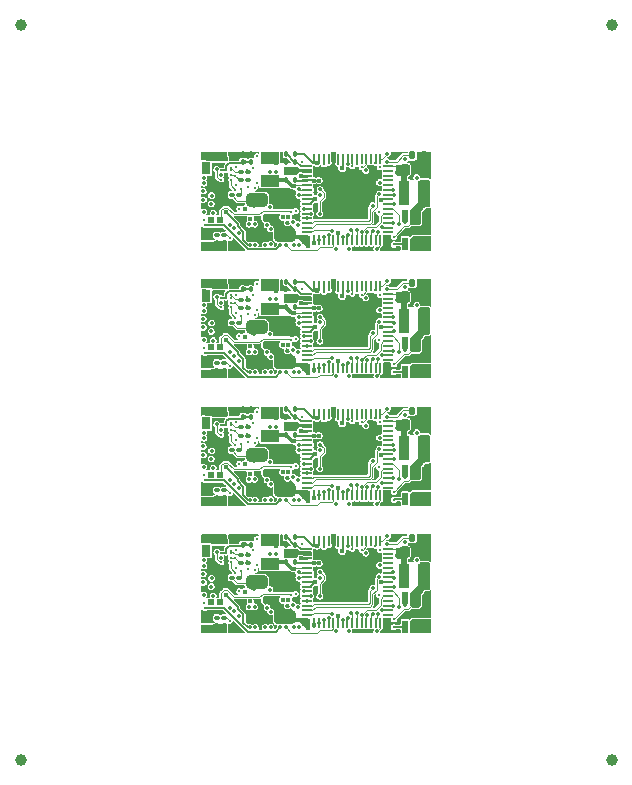
<source format=gtl>
G04 #@! TF.GenerationSoftware,KiCad,Pcbnew,9.0.0*
G04 #@! TF.CreationDate,2025-03-07T20:36:23-05:00*
G04 #@! TF.ProjectId,rp2350-decoder,72703233-3530-42d6-9465-636f6465722e,v0.0.3*
G04 #@! TF.SameCoordinates,Original*
G04 #@! TF.FileFunction,Copper,L1,Top*
G04 #@! TF.FilePolarity,Positive*
%FSLAX46Y46*%
G04 Gerber Fmt 4.6, Leading zero omitted, Abs format (unit mm)*
G04 Created by KiCad (PCBNEW 9.0.0) date 2025-03-07 20:36:23*
%MOMM*%
%LPD*%
G01*
G04 APERTURE LIST*
G04 Aperture macros list*
%AMRoundRect*
0 Rectangle with rounded corners*
0 $1 Rounding radius*
0 $2 $3 $4 $5 $6 $7 $8 $9 X,Y pos of 4 corners*
0 Add a 4 corners polygon primitive as box body*
4,1,4,$2,$3,$4,$5,$6,$7,$8,$9,$2,$3,0*
0 Add four circle primitives for the rounded corners*
1,1,$1+$1,$2,$3*
1,1,$1+$1,$4,$5*
1,1,$1+$1,$6,$7*
1,1,$1+$1,$8,$9*
0 Add four rect primitives between the rounded corners*
20,1,$1+$1,$2,$3,$4,$5,0*
20,1,$1+$1,$4,$5,$6,$7,0*
20,1,$1+$1,$6,$7,$8,$9,0*
20,1,$1+$1,$8,$9,$2,$3,0*%
G04 Aperture macros list end*
G04 #@! TA.AperFunction,SMDPad,CuDef*
%ADD10RoundRect,0.250000X0.650000X-0.325000X0.650000X0.325000X-0.650000X0.325000X-0.650000X-0.325000X0*%
G04 #@! TD*
G04 #@! TA.AperFunction,SMDPad,CuDef*
%ADD11R,0.950000X2.100000*%
G04 #@! TD*
G04 #@! TA.AperFunction,SMDPad,CuDef*
%ADD12RoundRect,0.100000X-0.130000X-0.100000X0.130000X-0.100000X0.130000X0.100000X-0.130000X0.100000X0*%
G04 #@! TD*
G04 #@! TA.AperFunction,SMDPad,CuDef*
%ADD13RoundRect,0.100000X0.100000X-0.130000X0.100000X0.130000X-0.100000X0.130000X-0.100000X-0.130000X0*%
G04 #@! TD*
G04 #@! TA.AperFunction,SMDPad,CuDef*
%ADD14R,1.050000X0.800000*%
G04 #@! TD*
G04 #@! TA.AperFunction,SMDPad,CuDef*
%ADD15R,0.650000X0.800000*%
G04 #@! TD*
G04 #@! TA.AperFunction,SMDPad,CuDef*
%ADD16R,0.800000X1.050000*%
G04 #@! TD*
G04 #@! TA.AperFunction,SMDPad,CuDef*
%ADD17R,0.800000X0.650000*%
G04 #@! TD*
G04 #@! TA.AperFunction,SMDPad,CuDef*
%ADD18RoundRect,0.250000X-0.650000X0.325000X-0.650000X-0.325000X0.650000X-0.325000X0.650000X0.325000X0*%
G04 #@! TD*
G04 #@! TA.AperFunction,SMDPad,CuDef*
%ADD19C,1.000000*%
G04 #@! TD*
G04 #@! TA.AperFunction,SMDPad,CuDef*
%ADD20RoundRect,0.225000X-0.225000X-0.250000X0.225000X-0.250000X0.225000X0.250000X-0.225000X0.250000X0*%
G04 #@! TD*
G04 #@! TA.AperFunction,SMDPad,CuDef*
%ADD21C,0.230000*%
G04 #@! TD*
G04 #@! TA.AperFunction,SMDPad,CuDef*
%ADD22R,0.550000X1.100000*%
G04 #@! TD*
G04 #@! TA.AperFunction,SMDPad,CuDef*
%ADD23RoundRect,0.100000X-0.100000X0.130000X-0.100000X-0.130000X0.100000X-0.130000X0.100000X0.130000X0*%
G04 #@! TD*
G04 #@! TA.AperFunction,SMDPad,CuDef*
%ADD24R,0.550000X0.550000*%
G04 #@! TD*
G04 #@! TA.AperFunction,SMDPad,CuDef*
%ADD25R,1.600000X1.000000*%
G04 #@! TD*
G04 #@! TA.AperFunction,SMDPad,CuDef*
%ADD26R,0.200000X0.880000*%
G04 #@! TD*
G04 #@! TA.AperFunction,SMDPad,CuDef*
%ADD27R,0.880000X0.200000*%
G04 #@! TD*
G04 #@! TA.AperFunction,SMDPad,CuDef*
%ADD28R,3.400000X3.400000*%
G04 #@! TD*
G04 #@! TA.AperFunction,SMDPad,CuDef*
%ADD29RoundRect,0.147500X0.147500X0.172500X-0.147500X0.172500X-0.147500X-0.172500X0.147500X-0.172500X0*%
G04 #@! TD*
G04 #@! TA.AperFunction,ViaPad*
%ADD30C,0.450000*%
G04 #@! TD*
G04 #@! TA.AperFunction,ViaPad*
%ADD31C,0.400000*%
G04 #@! TD*
G04 #@! TA.AperFunction,ViaPad*
%ADD32C,0.350000*%
G04 #@! TD*
G04 #@! TA.AperFunction,ViaPad*
%ADD33C,0.300000*%
G04 #@! TD*
G04 #@! TA.AperFunction,Conductor*
%ADD34C,0.120000*%
G04 #@! TD*
G04 #@! TA.AperFunction,Conductor*
%ADD35C,0.300000*%
G04 #@! TD*
G04 #@! TA.AperFunction,Conductor*
%ADD36C,0.200000*%
G04 #@! TD*
G04 #@! TA.AperFunction,Conductor*
%ADD37C,0.500000*%
G04 #@! TD*
G04 #@! TA.AperFunction,Conductor*
%ADD38C,0.150000*%
G04 #@! TD*
G04 #@! TA.AperFunction,Conductor*
%ADD39C,0.350000*%
G04 #@! TD*
G04 #@! TA.AperFunction,Conductor*
%ADD40C,0.110000*%
G04 #@! TD*
G04 #@! TA.AperFunction,Conductor*
%ADD41C,0.250000*%
G04 #@! TD*
G04 APERTURE END LIST*
D10*
G04 #@! TO.P,C17,1*
G04 #@! TO.N,Board_2-/CAP_VDC*
X32340000Y-43235000D03*
G04 #@! TO.P,C17,2*
G04 #@! TO.N,Board_2-GND*
X32340000Y-40285000D03*
G04 #@! TD*
D11*
G04 #@! TO.P,L1,1,1*
G04 #@! TO.N,Board_2-/SWITCH*
X44107500Y-39710000D03*
G04 #@! TO.P,L1,2,2*
G04 #@! TO.N,Board_2-+3.3V*
X42432500Y-39710000D03*
G04 #@! TD*
G04 #@! TO.P,L1,1,1*
G04 #@! TO.N,Board_0-/SWITCH*
X44107500Y-18110000D03*
G04 #@! TO.P,L1,2,2*
G04 #@! TO.N,Board_0-+3.3V*
X42432500Y-18110000D03*
G04 #@! TD*
D12*
G04 #@! TO.P,R13,1*
G04 #@! TO.N,Board_3-Net-(Q3B-B2)*
X26590000Y-54090000D03*
G04 #@! TO.P,R13,2*
G04 #@! TO.N,Board_3-/RC_TX*
X27230000Y-54090000D03*
G04 #@! TD*
D13*
G04 #@! TO.P,C9,1*
G04 #@! TO.N,Board_0-+1V1*
X32460000Y-16970000D03*
G04 #@! TO.P,C9,2*
G04 #@! TO.N,Board_0-GND*
X32460000Y-16330000D03*
G04 #@! TD*
D14*
G04 #@! TO.P,D2,1,K*
G04 #@! TO.N,Board_3-/TRACK_RIGHT*
X26880000Y-54990000D03*
D15*
G04 #@! TO.P,D2,2,A*
G04 #@! TO.N,Board_3-GND*
X27940000Y-54990000D03*
G04 #@! TD*
D16*
G04 #@! TO.P,D3,1,K*
G04 #@! TO.N,Board_2-VDC*
X25660000Y-37600000D03*
D17*
G04 #@! TO.P,D3,2,A*
G04 #@! TO.N,Board_2-/TRACK_LEFT*
X25660000Y-36540000D03*
G04 #@! TD*
D18*
G04 #@! TO.P,C8,1*
G04 #@! TO.N,Board_1-+3.3V*
X29960000Y-29485000D03*
G04 #@! TO.P,C8,2*
G04 #@! TO.N,Board_1-GND*
X29960000Y-32435000D03*
G04 #@! TD*
D19*
G04 #@! TO.P,KiKit_FID_T_1,*
G04 #@! TO.N,*
X10000000Y-3850000D03*
G04 #@! TD*
D13*
G04 #@! TO.P,C18,1*
G04 #@! TO.N,Board_2-+3.3V*
X28760000Y-37080000D03*
G04 #@! TO.P,C18,2*
G04 #@! TO.N,Board_2-GND*
X28760000Y-36440000D03*
G04 #@! TD*
D12*
G04 #@! TO.P,R11,1*
G04 #@! TO.N,Board_3-+3.3V*
X27830000Y-50680000D03*
G04 #@! TO.P,R11,2*
G04 #@! TO.N,Board_3-Net-(Q3B-E2)*
X28470000Y-50680000D03*
G04 #@! TD*
D19*
G04 #@! TO.P,KiKit_FID_T_3,*
G04 #@! TO.N,*
X10000000Y-66150000D03*
G04 #@! TD*
D12*
G04 #@! TO.P,R9,1*
G04 #@! TO.N,Board_2-/SPEAKER_P*
X28620000Y-37950000D03*
G04 #@! TO.P,R9,2*
G04 #@! TO.N,Board_2-/USB_P*
X29260000Y-37950000D03*
G04 #@! TD*
D14*
G04 #@! TO.P,D1,1,K*
G04 #@! TO.N,Board_1-/TRACK_LEFT*
X26880000Y-25820000D03*
D15*
G04 #@! TO.P,D1,2,A*
G04 #@! TO.N,Board_1-GND*
X27940000Y-25820000D03*
G04 #@! TD*
D20*
G04 #@! TO.P,C7,1*
G04 #@! TO.N,Board_3-+3.3V*
X42475000Y-48530000D03*
G04 #@! TO.P,C7,2*
G04 #@! TO.N,Board_3-GND*
X44025000Y-48530000D03*
G04 #@! TD*
D11*
G04 #@! TO.P,L1,1,1*
G04 #@! TO.N,Board_3-/SWITCH*
X44107500Y-50510000D03*
G04 #@! TO.P,L1,2,2*
G04 #@! TO.N,Board_3-+3.3V*
X42432500Y-50510000D03*
G04 #@! TD*
D12*
G04 #@! TO.P,R13,1*
G04 #@! TO.N,Board_2-Net-(Q3B-B2)*
X26590000Y-43290000D03*
G04 #@! TO.P,R13,2*
G04 #@! TO.N,Board_2-/RC_TX*
X27230000Y-43290000D03*
G04 #@! TD*
G04 #@! TO.P,R9,1*
G04 #@! TO.N,Board_1-/SPEAKER_P*
X28620000Y-27150000D03*
G04 #@! TO.P,R9,2*
G04 #@! TO.N,Board_1-/USB_P*
X29260000Y-27150000D03*
G04 #@! TD*
D21*
G04 #@! TO.P,U5,A1,~{SD_MODE}*
G04 #@! TO.N,Board_3-+3.3V*
X26968733Y-48587200D03*
G04 #@! TO.P,U5,A2,VDD*
X27368733Y-48587200D03*
G04 #@! TO.P,U5,A3,OUTP*
G04 #@! TO.N,Board_3-/SPEAKER_P*
X27768733Y-48587200D03*
G04 #@! TO.P,U5,B1,DIN*
G04 #@! TO.N,Board_3-/I2S_DIN*
X26968733Y-48987200D03*
G04 #@! TO.P,U5,B2,GAIN_SLOT*
G04 #@! TO.N,Board_3-GND*
X27368733Y-48987200D03*
G04 #@! TO.P,U5,B3,OUTN*
G04 #@! TO.N,Board_3-/SPEAKER_N*
X27768733Y-48987200D03*
G04 #@! TO.P,U5,C1,BCLK*
G04 #@! TO.N,Board_3-/I2S_BCLK*
X26968733Y-49387200D03*
G04 #@! TO.P,U5,C2,GND*
G04 #@! TO.N,Board_3-GND*
X27368733Y-49387200D03*
G04 #@! TO.P,U5,C3,LRCLK*
G04 #@! TO.N,Board_3-/I2S_LRCLK*
X27768733Y-49387200D03*
G04 #@! TD*
D22*
G04 #@! TO.P,U2,1,FB*
G04 #@! TO.N,Board_0-+3.3V*
X42520000Y-22440000D03*
G04 #@! TO.P,U2,2,EN*
G04 #@! TO.N,Board_0-/CAP_VDC*
X43470000Y-22440000D03*
G04 #@! TO.P,U2,3,IN*
X44420000Y-22440000D03*
G04 #@! TO.P,U2,4,GND*
G04 #@! TO.N,Board_0-GND*
X44420000Y-20040000D03*
G04 #@! TO.P,U2,5,SW*
G04 #@! TO.N,Board_0-/SWITCH*
X43470000Y-20040000D03*
G04 #@! TO.P,U2,6,BST*
G04 #@! TO.N,Board_0-Net-(U2-BST)*
X42520000Y-20040000D03*
G04 #@! TD*
D12*
G04 #@! TO.P,R9,1*
G04 #@! TO.N,Board_0-/SPEAKER_P*
X28620000Y-16350000D03*
G04 #@! TO.P,R9,2*
G04 #@! TO.N,Board_0-/USB_P*
X29260000Y-16350000D03*
G04 #@! TD*
G04 #@! TO.P,R11,1*
G04 #@! TO.N,Board_1-+3.3V*
X27830000Y-29080000D03*
G04 #@! TO.P,R11,2*
G04 #@! TO.N,Board_1-Net-(Q3B-E2)*
X28470000Y-29080000D03*
G04 #@! TD*
D13*
G04 #@! TO.P,C19,1*
G04 #@! TO.N,Board_2-+3.3V*
X29460000Y-37080000D03*
G04 #@! TO.P,C19,2*
G04 #@! TO.N,Board_2-GND*
X29460000Y-36440000D03*
G04 #@! TD*
D23*
G04 #@! TO.P,C14,1*
G04 #@! TO.N,Board_0-Net-(U4-VREG_AVDD)*
X32460000Y-14840000D03*
G04 #@! TO.P,C14,2*
G04 #@! TO.N,Board_0-GND*
X32460000Y-15480000D03*
G04 #@! TD*
D12*
G04 #@! TO.P,R10,1*
G04 #@! TO.N,Board_1-/SPEAKER_N*
X28620000Y-27850000D03*
G04 #@! TO.P,R10,2*
G04 #@! TO.N,Board_1-/USB_N*
X29260000Y-27850000D03*
G04 #@! TD*
D13*
G04 #@! TO.P,C9,1*
G04 #@! TO.N,Board_1-+1V1*
X32460000Y-27770000D03*
G04 #@! TO.P,C9,2*
G04 #@! TO.N,Board_1-GND*
X32460000Y-27130000D03*
G04 #@! TD*
D12*
G04 #@! TO.P,R10,1*
G04 #@! TO.N,Board_2-/SPEAKER_N*
X28620000Y-38650000D03*
G04 #@! TO.P,R10,2*
G04 #@! TO.N,Board_2-/USB_N*
X29260000Y-38650000D03*
G04 #@! TD*
D24*
G04 #@! TO.P,SW1,1,1*
G04 #@! TO.N,Board_3-unconnected-(SW1-Pad1)*
X26050000Y-52770000D03*
G04 #@! TO.P,SW1,2,2*
G04 #@! TO.N,Board_3-Net-(R6-Pad2)*
X26810000Y-52770000D03*
G04 #@! TO.P,SW1,3,3*
G04 #@! TO.N,Board_3-GND*
X26050000Y-50130000D03*
G04 #@! TO.P,SW1,4,4*
X26810000Y-50130000D03*
G04 #@! TD*
D25*
G04 #@! TO.P,L2,1,1*
G04 #@! TO.N,Board_2-Net-(U4-VREG_LX)*
X31060000Y-36710000D03*
G04 #@! TO.P,L2,2,2*
G04 #@! TO.N,Board_2-+1V1*
X31060000Y-38710000D03*
G04 #@! TD*
D13*
G04 #@! TO.P,R14,1*
G04 #@! TO.N,Board_1-Net-(U4-VREG_AVDD)*
X33166559Y-26280022D03*
G04 #@! TO.P,R14,2*
G04 #@! TO.N,Board_1-+3.3V*
X33166559Y-25640022D03*
G04 #@! TD*
G04 #@! TO.P,C19,1*
G04 #@! TO.N,Board_3-+3.3V*
X29460000Y-47880000D03*
G04 #@! TO.P,C19,2*
G04 #@! TO.N,Board_3-GND*
X29460000Y-47240000D03*
G04 #@! TD*
D16*
G04 #@! TO.P,D3,1,K*
G04 #@! TO.N,Board_1-VDC*
X25660000Y-26800000D03*
D17*
G04 #@! TO.P,D3,2,A*
G04 #@! TO.N,Board_1-/TRACK_LEFT*
X25660000Y-25740000D03*
G04 #@! TD*
D12*
G04 #@! TO.P,R10,1*
G04 #@! TO.N,Board_3-/SPEAKER_N*
X28620000Y-49450000D03*
G04 #@! TO.P,R10,2*
G04 #@! TO.N,Board_3-/USB_N*
X29260000Y-49450000D03*
G04 #@! TD*
D24*
G04 #@! TO.P,SW1,1,1*
G04 #@! TO.N,Board_0-unconnected-(SW1-Pad1)*
X26050000Y-20370000D03*
G04 #@! TO.P,SW1,2,2*
G04 #@! TO.N,Board_0-Net-(R6-Pad2)*
X26810000Y-20370000D03*
G04 #@! TO.P,SW1,3,3*
G04 #@! TO.N,Board_0-GND*
X26050000Y-17730000D03*
G04 #@! TO.P,SW1,4,4*
X26810000Y-17730000D03*
G04 #@! TD*
D13*
G04 #@! TO.P,C18,1*
G04 #@! TO.N,Board_3-+3.3V*
X28760000Y-47880000D03*
G04 #@! TO.P,C18,2*
G04 #@! TO.N,Board_3-GND*
X28760000Y-47240000D03*
G04 #@! TD*
G04 #@! TO.P,R14,1*
G04 #@! TO.N,Board_3-Net-(U4-VREG_AVDD)*
X33166559Y-47880022D03*
G04 #@! TO.P,R14,2*
G04 #@! TO.N,Board_3-+3.3V*
X33166559Y-47240022D03*
G04 #@! TD*
D12*
G04 #@! TO.P,R9,1*
G04 #@! TO.N,Board_3-/SPEAKER_P*
X28620000Y-48750000D03*
G04 #@! TO.P,R9,2*
G04 #@! TO.N,Board_3-/USB_P*
X29260000Y-48750000D03*
G04 #@! TD*
D24*
G04 #@! TO.P,SW1,1,1*
G04 #@! TO.N,Board_2-unconnected-(SW1-Pad1)*
X26050000Y-41970000D03*
G04 #@! TO.P,SW1,2,2*
G04 #@! TO.N,Board_2-Net-(R6-Pad2)*
X26810000Y-41970000D03*
G04 #@! TO.P,SW1,3,3*
G04 #@! TO.N,Board_2-GND*
X26050000Y-39330000D03*
G04 #@! TO.P,SW1,4,4*
X26810000Y-39330000D03*
G04 #@! TD*
D14*
G04 #@! TO.P,D1,1,K*
G04 #@! TO.N,Board_3-/TRACK_LEFT*
X26880000Y-47420000D03*
D15*
G04 #@! TO.P,D1,2,A*
G04 #@! TO.N,Board_3-GND*
X27940000Y-47420000D03*
G04 #@! TD*
D12*
G04 #@! TO.P,R13,1*
G04 #@! TO.N,Board_0-Net-(Q3B-B2)*
X26590000Y-21690000D03*
G04 #@! TO.P,R13,2*
G04 #@! TO.N,Board_0-/RC_TX*
X27230000Y-21690000D03*
G04 #@! TD*
D20*
G04 #@! TO.P,C7,1*
G04 #@! TO.N,Board_0-+3.3V*
X42475000Y-16130000D03*
G04 #@! TO.P,C7,2*
G04 #@! TO.N,Board_0-GND*
X44025000Y-16130000D03*
G04 #@! TD*
D26*
G04 #@! TO.P,U4,1,IOVDD*
G04 #@! TO.N,Board_0-+3.3V*
X34840000Y-22090000D03*
G04 #@! TO.P,U4,2,GPIO0*
G04 #@! TO.N,Board_0-/AUX11*
X35240000Y-22090000D03*
G04 #@! TO.P,U4,3,GPIO1*
G04 #@! TO.N,Board_0-/AUX12*
X35640000Y-22090000D03*
G04 #@! TO.P,U4,4,GPIO2*
G04 #@! TO.N,Board_0-/GPIO2*
X36040000Y-22090000D03*
G04 #@! TO.P,U4,5,GPIO3*
G04 #@! TO.N,Board_0-/GPIO3*
X36440000Y-22090000D03*
G04 #@! TO.P,U4,6,DVDD*
G04 #@! TO.N,Board_0-+1V1*
X36840000Y-22090000D03*
G04 #@! TO.P,U4,7,GPIO4*
G04 #@! TO.N,Board_0-/GPIO4*
X37240000Y-22090000D03*
G04 #@! TO.P,U4,8,GPIO5*
G04 #@! TO.N,Board_0-/GPIO5*
X37640000Y-22090000D03*
G04 #@! TO.P,U4,9,GPIO6*
G04 #@! TO.N,Board_0-/GPIO6*
X38040000Y-22090000D03*
G04 #@! TO.P,U4,10,GPIO7*
G04 #@! TO.N,Board_0-/GPIO7*
X38440000Y-22090000D03*
G04 #@! TO.P,U4,11,IOVDD*
G04 #@! TO.N,Board_0-+3.3V*
X38840000Y-22090000D03*
G04 #@! TO.P,U4,12,GPIO8*
G04 #@! TO.N,Board_0-/GPIO8*
X39240000Y-22090000D03*
G04 #@! TO.P,U4,13,GPIO9*
G04 #@! TO.N,Board_0-/GPIO9*
X39640000Y-22090000D03*
G04 #@! TO.P,U4,14,GPIO10*
G04 #@! TO.N,Board_0-/AUX10*
X40040000Y-22090000D03*
G04 #@! TO.P,U4,15,GPIO11*
G04 #@! TO.N,Board_0-/RC_TX*
X40440000Y-22090000D03*
D27*
G04 #@! TO.P,U4,16,GPIO12*
G04 #@! TO.N,Board_0-unconnected-(U4-GPIO12-Pad16)*
X41080000Y-21450000D03*
G04 #@! TO.P,U4,17,GPIO13*
G04 #@! TO.N,Board_0-/AUX4*
X41080000Y-21050000D03*
G04 #@! TO.P,U4,18,GPIO14*
G04 #@! TO.N,Board_0-/AUX3*
X41080000Y-20650000D03*
G04 #@! TO.P,U4,19,GPIO15*
G04 #@! TO.N,Board_0-unconnected-(U4-GPIO15-Pad19)*
X41080000Y-20250000D03*
G04 #@! TO.P,U4,20,IOVDD*
G04 #@! TO.N,Board_0-+3.3V*
X41080000Y-19850000D03*
G04 #@! TO.P,U4,21,XIN*
G04 #@! TO.N,Board_0-/XIN*
X41080000Y-19450000D03*
G04 #@! TO.P,U4,22,XOUT*
G04 #@! TO.N,Board_0-/XOUT*
X41080000Y-19050000D03*
G04 #@! TO.P,U4,23,DVDD*
G04 #@! TO.N,Board_0-+1V1*
X41080000Y-18650000D03*
G04 #@! TO.P,U4,24,SWCLK*
G04 #@! TO.N,Board_0-/SWCLK*
X41080000Y-18250000D03*
G04 #@! TO.P,U4,25,SWDIO*
G04 #@! TO.N,Board_0-/SWDIO*
X41080000Y-17850000D03*
G04 #@! TO.P,U4,26,RUN*
G04 #@! TO.N,Board_0-unconnected-(U4-RUN-Pad26)*
X41080000Y-17450000D03*
G04 #@! TO.P,U4,27,GPIO16*
G04 #@! TO.N,Board_0-unconnected-(U4-GPIO16-Pad27)*
X41080000Y-17050000D03*
G04 #@! TO.P,U4,28,GPIO17*
G04 #@! TO.N,Board_0-unconnected-(U4-GPIO17-Pad28)*
X41080000Y-16650000D03*
G04 #@! TO.P,U4,29,GPIO18*
G04 #@! TO.N,Board_0-unconnected-(U4-GPIO18-Pad29)*
X41080000Y-16250000D03*
G04 #@! TO.P,U4,30,IOVDD*
G04 #@! TO.N,Board_0-+3.3V*
X41080000Y-15850000D03*
D26*
G04 #@! TO.P,U4,31,GPIO19*
G04 #@! TO.N,Board_0-Net-(U4-GPIO19)*
X40440000Y-15210000D03*
G04 #@! TO.P,U4,32,GPIO20*
G04 #@! TO.N,Board_0-/CAP_ENABLE*
X40050000Y-15210000D03*
G04 #@! TO.P,U4,33,GPIO21*
G04 #@! TO.N,Board_0-/DCC_TTL*
X39650000Y-15210000D03*
G04 #@! TO.P,U4,34,GPIO22*
G04 #@! TO.N,Board_0-/I2S_DIN*
X39250000Y-15210000D03*
G04 #@! TO.P,U4,35,GPIO23*
G04 #@! TO.N,Board_0-/I2S_BCLK*
X38850000Y-15210000D03*
G04 #@! TO.P,U4,36,GPIO24*
G04 #@! TO.N,Board_0-/I2S_LRCLK*
X38450000Y-15210000D03*
G04 #@! TO.P,U4,37,GPIO25*
G04 #@! TO.N,Board_0-/GPIO25*
X38050000Y-15210000D03*
G04 #@! TO.P,U4,38,IOVDD*
G04 #@! TO.N,Board_0-+3.3V*
X37650000Y-15210000D03*
G04 #@! TO.P,U4,39,DVDD*
G04 #@! TO.N,Board_0-+1V1*
X37250000Y-15210000D03*
G04 #@! TO.P,U4,40,GPIO26_ADC0*
G04 #@! TO.N,Board_0-/GPIO26*
X36850000Y-15210000D03*
G04 #@! TO.P,U4,41,GPIO27_ADC1*
G04 #@! TO.N,Board_0-GND*
X36450000Y-15210000D03*
G04 #@! TO.P,U4,42,GPIO28_ADC2*
G04 #@! TO.N,Board_0-/ADC_EMF_A*
X36050000Y-15210000D03*
G04 #@! TO.P,U4,43,GPIO29_ADC3*
G04 #@! TO.N,Board_0-/ADC_EMF_B*
X35650000Y-15210000D03*
G04 #@! TO.P,U4,44,ADC_AVDD*
G04 #@! TO.N,Board_0-+3.3V*
X35250000Y-15210000D03*
G04 #@! TO.P,U4,45,IOVDD*
X34850000Y-15210000D03*
D27*
G04 #@! TO.P,U4,46,VREG_AVDD*
G04 #@! TO.N,Board_0-Net-(U4-VREG_AVDD)*
X34200000Y-15850000D03*
G04 #@! TO.P,U4,47,VREG_PGND*
G04 #@! TO.N,Board_0-GND*
X34200000Y-16250000D03*
G04 #@! TO.P,U4,48,VREG_LX*
G04 #@! TO.N,Board_0-Net-(U4-VREG_LX)*
X34200000Y-16650000D03*
G04 #@! TO.P,U4,49,VREG_VIN*
G04 #@! TO.N,Board_0-+3.3V*
X34200000Y-17050000D03*
G04 #@! TO.P,U4,50,VREG_FB*
G04 #@! TO.N,Board_0-+1V1*
X34200000Y-17450000D03*
G04 #@! TO.P,U4,51,USB_DM*
G04 #@! TO.N,Board_0-/USB_P*
X34200000Y-17850000D03*
G04 #@! TO.P,U4,52,USB_DP*
G04 #@! TO.N,Board_0-/USB_N*
X34200000Y-18250000D03*
G04 #@! TO.P,U4,53,USB_OTP_VDD*
G04 #@! TO.N,Board_0-+3.3V*
X34200000Y-18650000D03*
G04 #@! TO.P,U4,54,QSPI_IOVDD*
X34200000Y-19050000D03*
G04 #@! TO.P,U4,55,QSPI_SD3*
G04 #@! TO.N,Board_0-/QSPI_SD3*
X34200000Y-19450000D03*
G04 #@! TO.P,U4,56,QSPI_SCLK*
G04 #@! TO.N,Board_0-/QSPI_SCLK*
X34200000Y-19850000D03*
G04 #@! TO.P,U4,57,QSPI_SD0*
G04 #@! TO.N,Board_0-/QSPI_SD0*
X34200000Y-20250000D03*
G04 #@! TO.P,U4,58,QSPI_SD2*
G04 #@! TO.N,Board_0-/QSPI_SD2*
X34200000Y-20650000D03*
G04 #@! TO.P,U4,59,QSPI_SD1*
G04 #@! TO.N,Board_0-/QSPI_SD1*
X34200000Y-21050000D03*
G04 #@! TO.P,U4,60,QSPI_SS*
G04 #@! TO.N,Board_0-/QSPI_CS*
X34200000Y-21450000D03*
D28*
G04 #@! TO.P,U4,61,GND*
G04 #@! TO.N,Board_0-GND*
X37640000Y-18650000D03*
G04 #@! TD*
D20*
G04 #@! TO.P,C7,1*
G04 #@! TO.N,Board_2-+3.3V*
X42475000Y-37730000D03*
G04 #@! TO.P,C7,2*
G04 #@! TO.N,Board_2-GND*
X44025000Y-37730000D03*
G04 #@! TD*
D13*
G04 #@! TO.P,C19,1*
G04 #@! TO.N,Board_0-+3.3V*
X29460000Y-15480000D03*
G04 #@! TO.P,C19,2*
G04 #@! TO.N,Board_0-GND*
X29460000Y-14840000D03*
G04 #@! TD*
D16*
G04 #@! TO.P,D3,1,K*
G04 #@! TO.N,Board_3-VDC*
X25660000Y-48400000D03*
D17*
G04 #@! TO.P,D3,2,A*
G04 #@! TO.N,Board_3-/TRACK_LEFT*
X25660000Y-47340000D03*
G04 #@! TD*
D22*
G04 #@! TO.P,U2,1,FB*
G04 #@! TO.N,Board_2-+3.3V*
X42520000Y-44040000D03*
G04 #@! TO.P,U2,2,EN*
G04 #@! TO.N,Board_2-/CAP_VDC*
X43470000Y-44040000D03*
G04 #@! TO.P,U2,3,IN*
X44420000Y-44040000D03*
G04 #@! TO.P,U2,4,GND*
G04 #@! TO.N,Board_2-GND*
X44420000Y-41640000D03*
G04 #@! TO.P,U2,5,SW*
G04 #@! TO.N,Board_2-/SWITCH*
X43470000Y-41640000D03*
G04 #@! TO.P,U2,6,BST*
G04 #@! TO.N,Board_2-Net-(U2-BST)*
X42520000Y-41640000D03*
G04 #@! TD*
D10*
G04 #@! TO.P,C17,1*
G04 #@! TO.N,Board_3-/CAP_VDC*
X32340000Y-54035000D03*
G04 #@! TO.P,C17,2*
G04 #@! TO.N,Board_3-GND*
X32340000Y-51085000D03*
G04 #@! TD*
D23*
G04 #@! TO.P,C10,1*
G04 #@! TO.N,Board_1-GND*
X33160000Y-27130000D03*
G04 #@! TO.P,C10,2*
G04 #@! TO.N,Board_1-+3.3V*
X33160000Y-27770000D03*
G04 #@! TD*
D26*
G04 #@! TO.P,U4,1,IOVDD*
G04 #@! TO.N,Board_1-+3.3V*
X34840000Y-32890000D03*
G04 #@! TO.P,U4,2,GPIO0*
G04 #@! TO.N,Board_1-/AUX11*
X35240000Y-32890000D03*
G04 #@! TO.P,U4,3,GPIO1*
G04 #@! TO.N,Board_1-/AUX12*
X35640000Y-32890000D03*
G04 #@! TO.P,U4,4,GPIO2*
G04 #@! TO.N,Board_1-/GPIO2*
X36040000Y-32890000D03*
G04 #@! TO.P,U4,5,GPIO3*
G04 #@! TO.N,Board_1-/GPIO3*
X36440000Y-32890000D03*
G04 #@! TO.P,U4,6,DVDD*
G04 #@! TO.N,Board_1-+1V1*
X36840000Y-32890000D03*
G04 #@! TO.P,U4,7,GPIO4*
G04 #@! TO.N,Board_1-/GPIO4*
X37240000Y-32890000D03*
G04 #@! TO.P,U4,8,GPIO5*
G04 #@! TO.N,Board_1-/GPIO5*
X37640000Y-32890000D03*
G04 #@! TO.P,U4,9,GPIO6*
G04 #@! TO.N,Board_1-/GPIO6*
X38040000Y-32890000D03*
G04 #@! TO.P,U4,10,GPIO7*
G04 #@! TO.N,Board_1-/GPIO7*
X38440000Y-32890000D03*
G04 #@! TO.P,U4,11,IOVDD*
G04 #@! TO.N,Board_1-+3.3V*
X38840000Y-32890000D03*
G04 #@! TO.P,U4,12,GPIO8*
G04 #@! TO.N,Board_1-/GPIO8*
X39240000Y-32890000D03*
G04 #@! TO.P,U4,13,GPIO9*
G04 #@! TO.N,Board_1-/GPIO9*
X39640000Y-32890000D03*
G04 #@! TO.P,U4,14,GPIO10*
G04 #@! TO.N,Board_1-/AUX10*
X40040000Y-32890000D03*
G04 #@! TO.P,U4,15,GPIO11*
G04 #@! TO.N,Board_1-/RC_TX*
X40440000Y-32890000D03*
D27*
G04 #@! TO.P,U4,16,GPIO12*
G04 #@! TO.N,Board_1-unconnected-(U4-GPIO12-Pad16)*
X41080000Y-32250000D03*
G04 #@! TO.P,U4,17,GPIO13*
G04 #@! TO.N,Board_1-/AUX4*
X41080000Y-31850000D03*
G04 #@! TO.P,U4,18,GPIO14*
G04 #@! TO.N,Board_1-/AUX3*
X41080000Y-31450000D03*
G04 #@! TO.P,U4,19,GPIO15*
G04 #@! TO.N,Board_1-unconnected-(U4-GPIO15-Pad19)*
X41080000Y-31050000D03*
G04 #@! TO.P,U4,20,IOVDD*
G04 #@! TO.N,Board_1-+3.3V*
X41080000Y-30650000D03*
G04 #@! TO.P,U4,21,XIN*
G04 #@! TO.N,Board_1-/XIN*
X41080000Y-30250000D03*
G04 #@! TO.P,U4,22,XOUT*
G04 #@! TO.N,Board_1-/XOUT*
X41080000Y-29850000D03*
G04 #@! TO.P,U4,23,DVDD*
G04 #@! TO.N,Board_1-+1V1*
X41080000Y-29450000D03*
G04 #@! TO.P,U4,24,SWCLK*
G04 #@! TO.N,Board_1-/SWCLK*
X41080000Y-29050000D03*
G04 #@! TO.P,U4,25,SWDIO*
G04 #@! TO.N,Board_1-/SWDIO*
X41080000Y-28650000D03*
G04 #@! TO.P,U4,26,RUN*
G04 #@! TO.N,Board_1-unconnected-(U4-RUN-Pad26)*
X41080000Y-28250000D03*
G04 #@! TO.P,U4,27,GPIO16*
G04 #@! TO.N,Board_1-unconnected-(U4-GPIO16-Pad27)*
X41080000Y-27850000D03*
G04 #@! TO.P,U4,28,GPIO17*
G04 #@! TO.N,Board_1-unconnected-(U4-GPIO17-Pad28)*
X41080000Y-27450000D03*
G04 #@! TO.P,U4,29,GPIO18*
G04 #@! TO.N,Board_1-unconnected-(U4-GPIO18-Pad29)*
X41080000Y-27050000D03*
G04 #@! TO.P,U4,30,IOVDD*
G04 #@! TO.N,Board_1-+3.3V*
X41080000Y-26650000D03*
D26*
G04 #@! TO.P,U4,31,GPIO19*
G04 #@! TO.N,Board_1-Net-(U4-GPIO19)*
X40440000Y-26010000D03*
G04 #@! TO.P,U4,32,GPIO20*
G04 #@! TO.N,Board_1-/CAP_ENABLE*
X40050000Y-26010000D03*
G04 #@! TO.P,U4,33,GPIO21*
G04 #@! TO.N,Board_1-/DCC_TTL*
X39650000Y-26010000D03*
G04 #@! TO.P,U4,34,GPIO22*
G04 #@! TO.N,Board_1-/I2S_DIN*
X39250000Y-26010000D03*
G04 #@! TO.P,U4,35,GPIO23*
G04 #@! TO.N,Board_1-/I2S_BCLK*
X38850000Y-26010000D03*
G04 #@! TO.P,U4,36,GPIO24*
G04 #@! TO.N,Board_1-/I2S_LRCLK*
X38450000Y-26010000D03*
G04 #@! TO.P,U4,37,GPIO25*
G04 #@! TO.N,Board_1-/GPIO25*
X38050000Y-26010000D03*
G04 #@! TO.P,U4,38,IOVDD*
G04 #@! TO.N,Board_1-+3.3V*
X37650000Y-26010000D03*
G04 #@! TO.P,U4,39,DVDD*
G04 #@! TO.N,Board_1-+1V1*
X37250000Y-26010000D03*
G04 #@! TO.P,U4,40,GPIO26_ADC0*
G04 #@! TO.N,Board_1-/GPIO26*
X36850000Y-26010000D03*
G04 #@! TO.P,U4,41,GPIO27_ADC1*
G04 #@! TO.N,Board_1-GND*
X36450000Y-26010000D03*
G04 #@! TO.P,U4,42,GPIO28_ADC2*
G04 #@! TO.N,Board_1-/ADC_EMF_A*
X36050000Y-26010000D03*
G04 #@! TO.P,U4,43,GPIO29_ADC3*
G04 #@! TO.N,Board_1-/ADC_EMF_B*
X35650000Y-26010000D03*
G04 #@! TO.P,U4,44,ADC_AVDD*
G04 #@! TO.N,Board_1-+3.3V*
X35250000Y-26010000D03*
G04 #@! TO.P,U4,45,IOVDD*
X34850000Y-26010000D03*
D27*
G04 #@! TO.P,U4,46,VREG_AVDD*
G04 #@! TO.N,Board_1-Net-(U4-VREG_AVDD)*
X34200000Y-26650000D03*
G04 #@! TO.P,U4,47,VREG_PGND*
G04 #@! TO.N,Board_1-GND*
X34200000Y-27050000D03*
G04 #@! TO.P,U4,48,VREG_LX*
G04 #@! TO.N,Board_1-Net-(U4-VREG_LX)*
X34200000Y-27450000D03*
G04 #@! TO.P,U4,49,VREG_VIN*
G04 #@! TO.N,Board_1-+3.3V*
X34200000Y-27850000D03*
G04 #@! TO.P,U4,50,VREG_FB*
G04 #@! TO.N,Board_1-+1V1*
X34200000Y-28250000D03*
G04 #@! TO.P,U4,51,USB_DM*
G04 #@! TO.N,Board_1-/USB_P*
X34200000Y-28650000D03*
G04 #@! TO.P,U4,52,USB_DP*
G04 #@! TO.N,Board_1-/USB_N*
X34200000Y-29050000D03*
G04 #@! TO.P,U4,53,USB_OTP_VDD*
G04 #@! TO.N,Board_1-+3.3V*
X34200000Y-29450000D03*
G04 #@! TO.P,U4,54,QSPI_IOVDD*
X34200000Y-29850000D03*
G04 #@! TO.P,U4,55,QSPI_SD3*
G04 #@! TO.N,Board_1-/QSPI_SD3*
X34200000Y-30250000D03*
G04 #@! TO.P,U4,56,QSPI_SCLK*
G04 #@! TO.N,Board_1-/QSPI_SCLK*
X34200000Y-30650000D03*
G04 #@! TO.P,U4,57,QSPI_SD0*
G04 #@! TO.N,Board_1-/QSPI_SD0*
X34200000Y-31050000D03*
G04 #@! TO.P,U4,58,QSPI_SD2*
G04 #@! TO.N,Board_1-/QSPI_SD2*
X34200000Y-31450000D03*
G04 #@! TO.P,U4,59,QSPI_SD1*
G04 #@! TO.N,Board_1-/QSPI_SD1*
X34200000Y-31850000D03*
G04 #@! TO.P,U4,60,QSPI_SS*
G04 #@! TO.N,Board_1-/QSPI_CS*
X34200000Y-32250000D03*
D28*
G04 #@! TO.P,U4,61,GND*
G04 #@! TO.N,Board_1-GND*
X37640000Y-29450000D03*
G04 #@! TD*
D29*
G04 #@! TO.P,D7,1,K*
G04 #@! TO.N,Board_2-GND*
X44095000Y-36530000D03*
G04 #@! TO.P,D7,2,A*
G04 #@! TO.N,Board_2-Net-(D7-A)*
X43125000Y-36530000D03*
G04 #@! TD*
D20*
G04 #@! TO.P,C7,1*
G04 #@! TO.N,Board_1-+3.3V*
X42475000Y-26930000D03*
G04 #@! TO.P,C7,2*
G04 #@! TO.N,Board_1-GND*
X44025000Y-26930000D03*
G04 #@! TD*
D19*
G04 #@! TO.P,KiKit_FID_T_2,*
G04 #@! TO.N,*
X60000000Y-3850000D03*
G04 #@! TD*
D23*
G04 #@! TO.P,C10,1*
G04 #@! TO.N,Board_2-GND*
X33160000Y-37930000D03*
G04 #@! TO.P,C10,2*
G04 #@! TO.N,Board_2-+3.3V*
X33160000Y-38570000D03*
G04 #@! TD*
D14*
G04 #@! TO.P,D1,1,K*
G04 #@! TO.N,Board_2-/TRACK_LEFT*
X26880000Y-36620000D03*
D15*
G04 #@! TO.P,D1,2,A*
G04 #@! TO.N,Board_2-GND*
X27940000Y-36620000D03*
G04 #@! TD*
D13*
G04 #@! TO.P,R14,1*
G04 #@! TO.N,Board_2-Net-(U4-VREG_AVDD)*
X33166559Y-37080022D03*
G04 #@! TO.P,R14,2*
G04 #@! TO.N,Board_2-+3.3V*
X33166559Y-36440022D03*
G04 #@! TD*
D23*
G04 #@! TO.P,C10,1*
G04 #@! TO.N,Board_3-GND*
X33160000Y-48730000D03*
G04 #@! TO.P,C10,2*
G04 #@! TO.N,Board_3-+3.3V*
X33160000Y-49370000D03*
G04 #@! TD*
D14*
G04 #@! TO.P,D1,1,K*
G04 #@! TO.N,Board_0-/TRACK_LEFT*
X26880000Y-15020000D03*
D15*
G04 #@! TO.P,D1,2,A*
G04 #@! TO.N,Board_0-GND*
X27940000Y-15020000D03*
G04 #@! TD*
D25*
G04 #@! TO.P,L2,1,1*
G04 #@! TO.N,Board_0-Net-(U4-VREG_LX)*
X31060000Y-15110000D03*
G04 #@! TO.P,L2,2,2*
G04 #@! TO.N,Board_0-+1V1*
X31060000Y-17110000D03*
G04 #@! TD*
D12*
G04 #@! TO.P,R11,1*
G04 #@! TO.N,Board_0-+3.3V*
X27830000Y-18280000D03*
G04 #@! TO.P,R11,2*
G04 #@! TO.N,Board_0-Net-(Q3B-E2)*
X28470000Y-18280000D03*
G04 #@! TD*
D22*
G04 #@! TO.P,U2,1,FB*
G04 #@! TO.N,Board_1-+3.3V*
X42520000Y-33240000D03*
G04 #@! TO.P,U2,2,EN*
G04 #@! TO.N,Board_1-/CAP_VDC*
X43470000Y-33240000D03*
G04 #@! TO.P,U2,3,IN*
X44420000Y-33240000D03*
G04 #@! TO.P,U2,4,GND*
G04 #@! TO.N,Board_1-GND*
X44420000Y-30840000D03*
G04 #@! TO.P,U2,5,SW*
G04 #@! TO.N,Board_1-/SWITCH*
X43470000Y-30840000D03*
G04 #@! TO.P,U2,6,BST*
G04 #@! TO.N,Board_1-Net-(U2-BST)*
X42520000Y-30840000D03*
G04 #@! TD*
D25*
G04 #@! TO.P,L2,1,1*
G04 #@! TO.N,Board_3-Net-(U4-VREG_LX)*
X31060000Y-47510000D03*
G04 #@! TO.P,L2,2,2*
G04 #@! TO.N,Board_3-+1V1*
X31060000Y-49510000D03*
G04 #@! TD*
D13*
G04 #@! TO.P,R14,1*
G04 #@! TO.N,Board_0-Net-(U4-VREG_AVDD)*
X33166559Y-15480022D03*
G04 #@! TO.P,R14,2*
G04 #@! TO.N,Board_0-+3.3V*
X33166559Y-14840022D03*
G04 #@! TD*
D21*
G04 #@! TO.P,U5,A1,~{SD_MODE}*
G04 #@! TO.N,Board_2-+3.3V*
X26968733Y-37787200D03*
G04 #@! TO.P,U5,A2,VDD*
X27368733Y-37787200D03*
G04 #@! TO.P,U5,A3,OUTP*
G04 #@! TO.N,Board_2-/SPEAKER_P*
X27768733Y-37787200D03*
G04 #@! TO.P,U5,B1,DIN*
G04 #@! TO.N,Board_2-/I2S_DIN*
X26968733Y-38187200D03*
G04 #@! TO.P,U5,B2,GAIN_SLOT*
G04 #@! TO.N,Board_2-GND*
X27368733Y-38187200D03*
G04 #@! TO.P,U5,B3,OUTN*
G04 #@! TO.N,Board_2-/SPEAKER_N*
X27768733Y-38187200D03*
G04 #@! TO.P,U5,C1,BCLK*
G04 #@! TO.N,Board_2-/I2S_BCLK*
X26968733Y-38587200D03*
G04 #@! TO.P,U5,C2,GND*
G04 #@! TO.N,Board_2-GND*
X27368733Y-38587200D03*
G04 #@! TO.P,U5,C3,LRCLK*
G04 #@! TO.N,Board_2-/I2S_LRCLK*
X27768733Y-38587200D03*
G04 #@! TD*
D16*
G04 #@! TO.P,D4,1,K*
G04 #@! TO.N,Board_1-VDC*
X25660000Y-32400000D03*
D17*
G04 #@! TO.P,D4,2,A*
G04 #@! TO.N,Board_1-/TRACK_RIGHT*
X25660000Y-33460000D03*
G04 #@! TD*
D13*
G04 #@! TO.P,C18,1*
G04 #@! TO.N,Board_1-+3.3V*
X28760000Y-26280000D03*
G04 #@! TO.P,C18,2*
G04 #@! TO.N,Board_1-GND*
X28760000Y-25640000D03*
G04 #@! TD*
D25*
G04 #@! TO.P,L2,1,1*
G04 #@! TO.N,Board_1-Net-(U4-VREG_LX)*
X31060000Y-25910000D03*
G04 #@! TO.P,L2,2,2*
G04 #@! TO.N,Board_1-+1V1*
X31060000Y-27910000D03*
G04 #@! TD*
D29*
G04 #@! TO.P,D7,1,K*
G04 #@! TO.N,Board_3-GND*
X44095000Y-47330000D03*
G04 #@! TO.P,D7,2,A*
G04 #@! TO.N,Board_3-Net-(D7-A)*
X43125000Y-47330000D03*
G04 #@! TD*
D18*
G04 #@! TO.P,C8,1*
G04 #@! TO.N,Board_3-+3.3V*
X29960000Y-51085000D03*
G04 #@! TO.P,C8,2*
G04 #@! TO.N,Board_3-GND*
X29960000Y-54035000D03*
G04 #@! TD*
D12*
G04 #@! TO.P,R13,1*
G04 #@! TO.N,Board_1-Net-(Q3B-B2)*
X26590000Y-32490000D03*
G04 #@! TO.P,R13,2*
G04 #@! TO.N,Board_1-/RC_TX*
X27230000Y-32490000D03*
G04 #@! TD*
D21*
G04 #@! TO.P,U5,A1,~{SD_MODE}*
G04 #@! TO.N,Board_0-+3.3V*
X26968733Y-16187200D03*
G04 #@! TO.P,U5,A2,VDD*
X27368733Y-16187200D03*
G04 #@! TO.P,U5,A3,OUTP*
G04 #@! TO.N,Board_0-/SPEAKER_P*
X27768733Y-16187200D03*
G04 #@! TO.P,U5,B1,DIN*
G04 #@! TO.N,Board_0-/I2S_DIN*
X26968733Y-16587200D03*
G04 #@! TO.P,U5,B2,GAIN_SLOT*
G04 #@! TO.N,Board_0-GND*
X27368733Y-16587200D03*
G04 #@! TO.P,U5,B3,OUTN*
G04 #@! TO.N,Board_0-/SPEAKER_N*
X27768733Y-16587200D03*
G04 #@! TO.P,U5,C1,BCLK*
G04 #@! TO.N,Board_0-/I2S_BCLK*
X26968733Y-16987200D03*
G04 #@! TO.P,U5,C2,GND*
G04 #@! TO.N,Board_0-GND*
X27368733Y-16987200D03*
G04 #@! TO.P,U5,C3,LRCLK*
G04 #@! TO.N,Board_0-/I2S_LRCLK*
X27768733Y-16987200D03*
G04 #@! TD*
D23*
G04 #@! TO.P,C14,1*
G04 #@! TO.N,Board_2-Net-(U4-VREG_AVDD)*
X32460000Y-36440000D03*
G04 #@! TO.P,C14,2*
G04 #@! TO.N,Board_2-GND*
X32460000Y-37080000D03*
G04 #@! TD*
D16*
G04 #@! TO.P,D3,1,K*
G04 #@! TO.N,Board_0-VDC*
X25660000Y-16000000D03*
D17*
G04 #@! TO.P,D3,2,A*
G04 #@! TO.N,Board_0-/TRACK_LEFT*
X25660000Y-14940000D03*
G04 #@! TD*
D23*
G04 #@! TO.P,C14,1*
G04 #@! TO.N,Board_1-Net-(U4-VREG_AVDD)*
X32460000Y-25640000D03*
G04 #@! TO.P,C14,2*
G04 #@! TO.N,Board_1-GND*
X32460000Y-26280000D03*
G04 #@! TD*
D13*
G04 #@! TO.P,C19,1*
G04 #@! TO.N,Board_1-+3.3V*
X29460000Y-26280000D03*
G04 #@! TO.P,C19,2*
G04 #@! TO.N,Board_1-GND*
X29460000Y-25640000D03*
G04 #@! TD*
D14*
G04 #@! TO.P,D2,1,K*
G04 #@! TO.N,Board_1-/TRACK_RIGHT*
X26880000Y-33390000D03*
D15*
G04 #@! TO.P,D2,2,A*
G04 #@! TO.N,Board_1-GND*
X27940000Y-33390000D03*
G04 #@! TD*
D12*
G04 #@! TO.P,R10,1*
G04 #@! TO.N,Board_0-/SPEAKER_N*
X28620000Y-17050000D03*
G04 #@! TO.P,R10,2*
G04 #@! TO.N,Board_0-/USB_N*
X29260000Y-17050000D03*
G04 #@! TD*
D16*
G04 #@! TO.P,D4,1,K*
G04 #@! TO.N,Board_3-VDC*
X25660000Y-54000000D03*
D17*
G04 #@! TO.P,D4,2,A*
G04 #@! TO.N,Board_3-/TRACK_RIGHT*
X25660000Y-55060000D03*
G04 #@! TD*
D22*
G04 #@! TO.P,U2,1,FB*
G04 #@! TO.N,Board_3-+3.3V*
X42520000Y-54840000D03*
G04 #@! TO.P,U2,2,EN*
G04 #@! TO.N,Board_3-/CAP_VDC*
X43470000Y-54840000D03*
G04 #@! TO.P,U2,3,IN*
X44420000Y-54840000D03*
G04 #@! TO.P,U2,4,GND*
G04 #@! TO.N,Board_3-GND*
X44420000Y-52440000D03*
G04 #@! TO.P,U2,5,SW*
G04 #@! TO.N,Board_3-/SWITCH*
X43470000Y-52440000D03*
G04 #@! TO.P,U2,6,BST*
G04 #@! TO.N,Board_3-Net-(U2-BST)*
X42520000Y-52440000D03*
G04 #@! TD*
D26*
G04 #@! TO.P,U4,1,IOVDD*
G04 #@! TO.N,Board_2-+3.3V*
X34840000Y-43690000D03*
G04 #@! TO.P,U4,2,GPIO0*
G04 #@! TO.N,Board_2-/AUX11*
X35240000Y-43690000D03*
G04 #@! TO.P,U4,3,GPIO1*
G04 #@! TO.N,Board_2-/AUX12*
X35640000Y-43690000D03*
G04 #@! TO.P,U4,4,GPIO2*
G04 #@! TO.N,Board_2-/GPIO2*
X36040000Y-43690000D03*
G04 #@! TO.P,U4,5,GPIO3*
G04 #@! TO.N,Board_2-/GPIO3*
X36440000Y-43690000D03*
G04 #@! TO.P,U4,6,DVDD*
G04 #@! TO.N,Board_2-+1V1*
X36840000Y-43690000D03*
G04 #@! TO.P,U4,7,GPIO4*
G04 #@! TO.N,Board_2-/GPIO4*
X37240000Y-43690000D03*
G04 #@! TO.P,U4,8,GPIO5*
G04 #@! TO.N,Board_2-/GPIO5*
X37640000Y-43690000D03*
G04 #@! TO.P,U4,9,GPIO6*
G04 #@! TO.N,Board_2-/GPIO6*
X38040000Y-43690000D03*
G04 #@! TO.P,U4,10,GPIO7*
G04 #@! TO.N,Board_2-/GPIO7*
X38440000Y-43690000D03*
G04 #@! TO.P,U4,11,IOVDD*
G04 #@! TO.N,Board_2-+3.3V*
X38840000Y-43690000D03*
G04 #@! TO.P,U4,12,GPIO8*
G04 #@! TO.N,Board_2-/GPIO8*
X39240000Y-43690000D03*
G04 #@! TO.P,U4,13,GPIO9*
G04 #@! TO.N,Board_2-/GPIO9*
X39640000Y-43690000D03*
G04 #@! TO.P,U4,14,GPIO10*
G04 #@! TO.N,Board_2-/AUX10*
X40040000Y-43690000D03*
G04 #@! TO.P,U4,15,GPIO11*
G04 #@! TO.N,Board_2-/RC_TX*
X40440000Y-43690000D03*
D27*
G04 #@! TO.P,U4,16,GPIO12*
G04 #@! TO.N,Board_2-unconnected-(U4-GPIO12-Pad16)*
X41080000Y-43050000D03*
G04 #@! TO.P,U4,17,GPIO13*
G04 #@! TO.N,Board_2-/AUX4*
X41080000Y-42650000D03*
G04 #@! TO.P,U4,18,GPIO14*
G04 #@! TO.N,Board_2-/AUX3*
X41080000Y-42250000D03*
G04 #@! TO.P,U4,19,GPIO15*
G04 #@! TO.N,Board_2-unconnected-(U4-GPIO15-Pad19)*
X41080000Y-41850000D03*
G04 #@! TO.P,U4,20,IOVDD*
G04 #@! TO.N,Board_2-+3.3V*
X41080000Y-41450000D03*
G04 #@! TO.P,U4,21,XIN*
G04 #@! TO.N,Board_2-/XIN*
X41080000Y-41050000D03*
G04 #@! TO.P,U4,22,XOUT*
G04 #@! TO.N,Board_2-/XOUT*
X41080000Y-40650000D03*
G04 #@! TO.P,U4,23,DVDD*
G04 #@! TO.N,Board_2-+1V1*
X41080000Y-40250000D03*
G04 #@! TO.P,U4,24,SWCLK*
G04 #@! TO.N,Board_2-/SWCLK*
X41080000Y-39850000D03*
G04 #@! TO.P,U4,25,SWDIO*
G04 #@! TO.N,Board_2-/SWDIO*
X41080000Y-39450000D03*
G04 #@! TO.P,U4,26,RUN*
G04 #@! TO.N,Board_2-unconnected-(U4-RUN-Pad26)*
X41080000Y-39050000D03*
G04 #@! TO.P,U4,27,GPIO16*
G04 #@! TO.N,Board_2-unconnected-(U4-GPIO16-Pad27)*
X41080000Y-38650000D03*
G04 #@! TO.P,U4,28,GPIO17*
G04 #@! TO.N,Board_2-unconnected-(U4-GPIO17-Pad28)*
X41080000Y-38250000D03*
G04 #@! TO.P,U4,29,GPIO18*
G04 #@! TO.N,Board_2-unconnected-(U4-GPIO18-Pad29)*
X41080000Y-37850000D03*
G04 #@! TO.P,U4,30,IOVDD*
G04 #@! TO.N,Board_2-+3.3V*
X41080000Y-37450000D03*
D26*
G04 #@! TO.P,U4,31,GPIO19*
G04 #@! TO.N,Board_2-Net-(U4-GPIO19)*
X40440000Y-36810000D03*
G04 #@! TO.P,U4,32,GPIO20*
G04 #@! TO.N,Board_2-/CAP_ENABLE*
X40050000Y-36810000D03*
G04 #@! TO.P,U4,33,GPIO21*
G04 #@! TO.N,Board_2-/DCC_TTL*
X39650000Y-36810000D03*
G04 #@! TO.P,U4,34,GPIO22*
G04 #@! TO.N,Board_2-/I2S_DIN*
X39250000Y-36810000D03*
G04 #@! TO.P,U4,35,GPIO23*
G04 #@! TO.N,Board_2-/I2S_BCLK*
X38850000Y-36810000D03*
G04 #@! TO.P,U4,36,GPIO24*
G04 #@! TO.N,Board_2-/I2S_LRCLK*
X38450000Y-36810000D03*
G04 #@! TO.P,U4,37,GPIO25*
G04 #@! TO.N,Board_2-/GPIO25*
X38050000Y-36810000D03*
G04 #@! TO.P,U4,38,IOVDD*
G04 #@! TO.N,Board_2-+3.3V*
X37650000Y-36810000D03*
G04 #@! TO.P,U4,39,DVDD*
G04 #@! TO.N,Board_2-+1V1*
X37250000Y-36810000D03*
G04 #@! TO.P,U4,40,GPIO26_ADC0*
G04 #@! TO.N,Board_2-/GPIO26*
X36850000Y-36810000D03*
G04 #@! TO.P,U4,41,GPIO27_ADC1*
G04 #@! TO.N,Board_2-GND*
X36450000Y-36810000D03*
G04 #@! TO.P,U4,42,GPIO28_ADC2*
G04 #@! TO.N,Board_2-/ADC_EMF_A*
X36050000Y-36810000D03*
G04 #@! TO.P,U4,43,GPIO29_ADC3*
G04 #@! TO.N,Board_2-/ADC_EMF_B*
X35650000Y-36810000D03*
G04 #@! TO.P,U4,44,ADC_AVDD*
G04 #@! TO.N,Board_2-+3.3V*
X35250000Y-36810000D03*
G04 #@! TO.P,U4,45,IOVDD*
X34850000Y-36810000D03*
D27*
G04 #@! TO.P,U4,46,VREG_AVDD*
G04 #@! TO.N,Board_2-Net-(U4-VREG_AVDD)*
X34200000Y-37450000D03*
G04 #@! TO.P,U4,47,VREG_PGND*
G04 #@! TO.N,Board_2-GND*
X34200000Y-37850000D03*
G04 #@! TO.P,U4,48,VREG_LX*
G04 #@! TO.N,Board_2-Net-(U4-VREG_LX)*
X34200000Y-38250000D03*
G04 #@! TO.P,U4,49,VREG_VIN*
G04 #@! TO.N,Board_2-+3.3V*
X34200000Y-38650000D03*
G04 #@! TO.P,U4,50,VREG_FB*
G04 #@! TO.N,Board_2-+1V1*
X34200000Y-39050000D03*
G04 #@! TO.P,U4,51,USB_DM*
G04 #@! TO.N,Board_2-/USB_P*
X34200000Y-39450000D03*
G04 #@! TO.P,U4,52,USB_DP*
G04 #@! TO.N,Board_2-/USB_N*
X34200000Y-39850000D03*
G04 #@! TO.P,U4,53,USB_OTP_VDD*
G04 #@! TO.N,Board_2-+3.3V*
X34200000Y-40250000D03*
G04 #@! TO.P,U4,54,QSPI_IOVDD*
X34200000Y-40650000D03*
G04 #@! TO.P,U4,55,QSPI_SD3*
G04 #@! TO.N,Board_2-/QSPI_SD3*
X34200000Y-41050000D03*
G04 #@! TO.P,U4,56,QSPI_SCLK*
G04 #@! TO.N,Board_2-/QSPI_SCLK*
X34200000Y-41450000D03*
G04 #@! TO.P,U4,57,QSPI_SD0*
G04 #@! TO.N,Board_2-/QSPI_SD0*
X34200000Y-41850000D03*
G04 #@! TO.P,U4,58,QSPI_SD2*
G04 #@! TO.N,Board_2-/QSPI_SD2*
X34200000Y-42250000D03*
G04 #@! TO.P,U4,59,QSPI_SD1*
G04 #@! TO.N,Board_2-/QSPI_SD1*
X34200000Y-42650000D03*
G04 #@! TO.P,U4,60,QSPI_SS*
G04 #@! TO.N,Board_2-/QSPI_CS*
X34200000Y-43050000D03*
D28*
G04 #@! TO.P,U4,61,GND*
G04 #@! TO.N,Board_2-GND*
X37640000Y-40250000D03*
G04 #@! TD*
D16*
G04 #@! TO.P,D4,1,K*
G04 #@! TO.N,Board_2-VDC*
X25660000Y-43200000D03*
D17*
G04 #@! TO.P,D4,2,A*
G04 #@! TO.N,Board_2-/TRACK_RIGHT*
X25660000Y-44260000D03*
G04 #@! TD*
D18*
G04 #@! TO.P,C8,1*
G04 #@! TO.N,Board_2-+3.3V*
X29960000Y-40285000D03*
G04 #@! TO.P,C8,2*
G04 #@! TO.N,Board_2-GND*
X29960000Y-43235000D03*
G04 #@! TD*
D11*
G04 #@! TO.P,L1,1,1*
G04 #@! TO.N,Board_1-/SWITCH*
X44107500Y-28910000D03*
G04 #@! TO.P,L1,2,2*
G04 #@! TO.N,Board_1-+3.3V*
X42432500Y-28910000D03*
G04 #@! TD*
D26*
G04 #@! TO.P,U4,1,IOVDD*
G04 #@! TO.N,Board_3-+3.3V*
X34840000Y-54490000D03*
G04 #@! TO.P,U4,2,GPIO0*
G04 #@! TO.N,Board_3-/AUX11*
X35240000Y-54490000D03*
G04 #@! TO.P,U4,3,GPIO1*
G04 #@! TO.N,Board_3-/AUX12*
X35640000Y-54490000D03*
G04 #@! TO.P,U4,4,GPIO2*
G04 #@! TO.N,Board_3-/GPIO2*
X36040000Y-54490000D03*
G04 #@! TO.P,U4,5,GPIO3*
G04 #@! TO.N,Board_3-/GPIO3*
X36440000Y-54490000D03*
G04 #@! TO.P,U4,6,DVDD*
G04 #@! TO.N,Board_3-+1V1*
X36840000Y-54490000D03*
G04 #@! TO.P,U4,7,GPIO4*
G04 #@! TO.N,Board_3-/GPIO4*
X37240000Y-54490000D03*
G04 #@! TO.P,U4,8,GPIO5*
G04 #@! TO.N,Board_3-/GPIO5*
X37640000Y-54490000D03*
G04 #@! TO.P,U4,9,GPIO6*
G04 #@! TO.N,Board_3-/GPIO6*
X38040000Y-54490000D03*
G04 #@! TO.P,U4,10,GPIO7*
G04 #@! TO.N,Board_3-/GPIO7*
X38440000Y-54490000D03*
G04 #@! TO.P,U4,11,IOVDD*
G04 #@! TO.N,Board_3-+3.3V*
X38840000Y-54490000D03*
G04 #@! TO.P,U4,12,GPIO8*
G04 #@! TO.N,Board_3-/GPIO8*
X39240000Y-54490000D03*
G04 #@! TO.P,U4,13,GPIO9*
G04 #@! TO.N,Board_3-/GPIO9*
X39640000Y-54490000D03*
G04 #@! TO.P,U4,14,GPIO10*
G04 #@! TO.N,Board_3-/AUX10*
X40040000Y-54490000D03*
G04 #@! TO.P,U4,15,GPIO11*
G04 #@! TO.N,Board_3-/RC_TX*
X40440000Y-54490000D03*
D27*
G04 #@! TO.P,U4,16,GPIO12*
G04 #@! TO.N,Board_3-unconnected-(U4-GPIO12-Pad16)*
X41080000Y-53850000D03*
G04 #@! TO.P,U4,17,GPIO13*
G04 #@! TO.N,Board_3-/AUX4*
X41080000Y-53450000D03*
G04 #@! TO.P,U4,18,GPIO14*
G04 #@! TO.N,Board_3-/AUX3*
X41080000Y-53050000D03*
G04 #@! TO.P,U4,19,GPIO15*
G04 #@! TO.N,Board_3-unconnected-(U4-GPIO15-Pad19)*
X41080000Y-52650000D03*
G04 #@! TO.P,U4,20,IOVDD*
G04 #@! TO.N,Board_3-+3.3V*
X41080000Y-52250000D03*
G04 #@! TO.P,U4,21,XIN*
G04 #@! TO.N,Board_3-/XIN*
X41080000Y-51850000D03*
G04 #@! TO.P,U4,22,XOUT*
G04 #@! TO.N,Board_3-/XOUT*
X41080000Y-51450000D03*
G04 #@! TO.P,U4,23,DVDD*
G04 #@! TO.N,Board_3-+1V1*
X41080000Y-51050000D03*
G04 #@! TO.P,U4,24,SWCLK*
G04 #@! TO.N,Board_3-/SWCLK*
X41080000Y-50650000D03*
G04 #@! TO.P,U4,25,SWDIO*
G04 #@! TO.N,Board_3-/SWDIO*
X41080000Y-50250000D03*
G04 #@! TO.P,U4,26,RUN*
G04 #@! TO.N,Board_3-unconnected-(U4-RUN-Pad26)*
X41080000Y-49850000D03*
G04 #@! TO.P,U4,27,GPIO16*
G04 #@! TO.N,Board_3-unconnected-(U4-GPIO16-Pad27)*
X41080000Y-49450000D03*
G04 #@! TO.P,U4,28,GPIO17*
G04 #@! TO.N,Board_3-unconnected-(U4-GPIO17-Pad28)*
X41080000Y-49050000D03*
G04 #@! TO.P,U4,29,GPIO18*
G04 #@! TO.N,Board_3-unconnected-(U4-GPIO18-Pad29)*
X41080000Y-48650000D03*
G04 #@! TO.P,U4,30,IOVDD*
G04 #@! TO.N,Board_3-+3.3V*
X41080000Y-48250000D03*
D26*
G04 #@! TO.P,U4,31,GPIO19*
G04 #@! TO.N,Board_3-Net-(U4-GPIO19)*
X40440000Y-47610000D03*
G04 #@! TO.P,U4,32,GPIO20*
G04 #@! TO.N,Board_3-/CAP_ENABLE*
X40050000Y-47610000D03*
G04 #@! TO.P,U4,33,GPIO21*
G04 #@! TO.N,Board_3-/DCC_TTL*
X39650000Y-47610000D03*
G04 #@! TO.P,U4,34,GPIO22*
G04 #@! TO.N,Board_3-/I2S_DIN*
X39250000Y-47610000D03*
G04 #@! TO.P,U4,35,GPIO23*
G04 #@! TO.N,Board_3-/I2S_BCLK*
X38850000Y-47610000D03*
G04 #@! TO.P,U4,36,GPIO24*
G04 #@! TO.N,Board_3-/I2S_LRCLK*
X38450000Y-47610000D03*
G04 #@! TO.P,U4,37,GPIO25*
G04 #@! TO.N,Board_3-/GPIO25*
X38050000Y-47610000D03*
G04 #@! TO.P,U4,38,IOVDD*
G04 #@! TO.N,Board_3-+3.3V*
X37650000Y-47610000D03*
G04 #@! TO.P,U4,39,DVDD*
G04 #@! TO.N,Board_3-+1V1*
X37250000Y-47610000D03*
G04 #@! TO.P,U4,40,GPIO26_ADC0*
G04 #@! TO.N,Board_3-/GPIO26*
X36850000Y-47610000D03*
G04 #@! TO.P,U4,41,GPIO27_ADC1*
G04 #@! TO.N,Board_3-GND*
X36450000Y-47610000D03*
G04 #@! TO.P,U4,42,GPIO28_ADC2*
G04 #@! TO.N,Board_3-/ADC_EMF_A*
X36050000Y-47610000D03*
G04 #@! TO.P,U4,43,GPIO29_ADC3*
G04 #@! TO.N,Board_3-/ADC_EMF_B*
X35650000Y-47610000D03*
G04 #@! TO.P,U4,44,ADC_AVDD*
G04 #@! TO.N,Board_3-+3.3V*
X35250000Y-47610000D03*
G04 #@! TO.P,U4,45,IOVDD*
X34850000Y-47610000D03*
D27*
G04 #@! TO.P,U4,46,VREG_AVDD*
G04 #@! TO.N,Board_3-Net-(U4-VREG_AVDD)*
X34200000Y-48250000D03*
G04 #@! TO.P,U4,47,VREG_PGND*
G04 #@! TO.N,Board_3-GND*
X34200000Y-48650000D03*
G04 #@! TO.P,U4,48,VREG_LX*
G04 #@! TO.N,Board_3-Net-(U4-VREG_LX)*
X34200000Y-49050000D03*
G04 #@! TO.P,U4,49,VREG_VIN*
G04 #@! TO.N,Board_3-+3.3V*
X34200000Y-49450000D03*
G04 #@! TO.P,U4,50,VREG_FB*
G04 #@! TO.N,Board_3-+1V1*
X34200000Y-49850000D03*
G04 #@! TO.P,U4,51,USB_DM*
G04 #@! TO.N,Board_3-/USB_P*
X34200000Y-50250000D03*
G04 #@! TO.P,U4,52,USB_DP*
G04 #@! TO.N,Board_3-/USB_N*
X34200000Y-50650000D03*
G04 #@! TO.P,U4,53,USB_OTP_VDD*
G04 #@! TO.N,Board_3-+3.3V*
X34200000Y-51050000D03*
G04 #@! TO.P,U4,54,QSPI_IOVDD*
X34200000Y-51450000D03*
G04 #@! TO.P,U4,55,QSPI_SD3*
G04 #@! TO.N,Board_3-/QSPI_SD3*
X34200000Y-51850000D03*
G04 #@! TO.P,U4,56,QSPI_SCLK*
G04 #@! TO.N,Board_3-/QSPI_SCLK*
X34200000Y-52250000D03*
G04 #@! TO.P,U4,57,QSPI_SD0*
G04 #@! TO.N,Board_3-/QSPI_SD0*
X34200000Y-52650000D03*
G04 #@! TO.P,U4,58,QSPI_SD2*
G04 #@! TO.N,Board_3-/QSPI_SD2*
X34200000Y-53050000D03*
G04 #@! TO.P,U4,59,QSPI_SD1*
G04 #@! TO.N,Board_3-/QSPI_SD1*
X34200000Y-53450000D03*
G04 #@! TO.P,U4,60,QSPI_SS*
G04 #@! TO.N,Board_3-/QSPI_CS*
X34200000Y-53850000D03*
D28*
G04 #@! TO.P,U4,61,GND*
G04 #@! TO.N,Board_3-GND*
X37640000Y-51050000D03*
G04 #@! TD*
D10*
G04 #@! TO.P,C17,1*
G04 #@! TO.N,Board_0-/CAP_VDC*
X32340000Y-21635000D03*
G04 #@! TO.P,C17,2*
G04 #@! TO.N,Board_0-GND*
X32340000Y-18685000D03*
G04 #@! TD*
D13*
G04 #@! TO.P,C18,1*
G04 #@! TO.N,Board_0-+3.3V*
X28760000Y-15480000D03*
G04 #@! TO.P,C18,2*
G04 #@! TO.N,Board_0-GND*
X28760000Y-14840000D03*
G04 #@! TD*
D29*
G04 #@! TO.P,D7,1,K*
G04 #@! TO.N,Board_1-GND*
X44095000Y-25730000D03*
G04 #@! TO.P,D7,2,A*
G04 #@! TO.N,Board_1-Net-(D7-A)*
X43125000Y-25730000D03*
G04 #@! TD*
D19*
G04 #@! TO.P,KiKit_FID_T_4,*
G04 #@! TO.N,*
X60000000Y-66150000D03*
G04 #@! TD*
D14*
G04 #@! TO.P,D2,1,K*
G04 #@! TO.N,Board_0-/TRACK_RIGHT*
X26880000Y-22590000D03*
D15*
G04 #@! TO.P,D2,2,A*
G04 #@! TO.N,Board_0-GND*
X27940000Y-22590000D03*
G04 #@! TD*
D14*
G04 #@! TO.P,D2,1,K*
G04 #@! TO.N,Board_2-/TRACK_RIGHT*
X26880000Y-44190000D03*
D15*
G04 #@! TO.P,D2,2,A*
G04 #@! TO.N,Board_2-GND*
X27940000Y-44190000D03*
G04 #@! TD*
D23*
G04 #@! TO.P,C10,1*
G04 #@! TO.N,Board_0-GND*
X33160000Y-16330000D03*
G04 #@! TO.P,C10,2*
G04 #@! TO.N,Board_0-+3.3V*
X33160000Y-16970000D03*
G04 #@! TD*
D24*
G04 #@! TO.P,SW1,1,1*
G04 #@! TO.N,Board_1-unconnected-(SW1-Pad1)*
X26050000Y-31170000D03*
G04 #@! TO.P,SW1,2,2*
G04 #@! TO.N,Board_1-Net-(R6-Pad2)*
X26810000Y-31170000D03*
G04 #@! TO.P,SW1,3,3*
G04 #@! TO.N,Board_1-GND*
X26050000Y-28530000D03*
G04 #@! TO.P,SW1,4,4*
X26810000Y-28530000D03*
G04 #@! TD*
D21*
G04 #@! TO.P,U5,A1,~{SD_MODE}*
G04 #@! TO.N,Board_1-+3.3V*
X26968733Y-26987200D03*
G04 #@! TO.P,U5,A2,VDD*
X27368733Y-26987200D03*
G04 #@! TO.P,U5,A3,OUTP*
G04 #@! TO.N,Board_1-/SPEAKER_P*
X27768733Y-26987200D03*
G04 #@! TO.P,U5,B1,DIN*
G04 #@! TO.N,Board_1-/I2S_DIN*
X26968733Y-27387200D03*
G04 #@! TO.P,U5,B2,GAIN_SLOT*
G04 #@! TO.N,Board_1-GND*
X27368733Y-27387200D03*
G04 #@! TO.P,U5,B3,OUTN*
G04 #@! TO.N,Board_1-/SPEAKER_N*
X27768733Y-27387200D03*
G04 #@! TO.P,U5,C1,BCLK*
G04 #@! TO.N,Board_1-/I2S_BCLK*
X26968733Y-27787200D03*
G04 #@! TO.P,U5,C2,GND*
G04 #@! TO.N,Board_1-GND*
X27368733Y-27787200D03*
G04 #@! TO.P,U5,C3,LRCLK*
G04 #@! TO.N,Board_1-/I2S_LRCLK*
X27768733Y-27787200D03*
G04 #@! TD*
D18*
G04 #@! TO.P,C8,1*
G04 #@! TO.N,Board_0-+3.3V*
X29960000Y-18685000D03*
G04 #@! TO.P,C8,2*
G04 #@! TO.N,Board_0-GND*
X29960000Y-21635000D03*
G04 #@! TD*
D23*
G04 #@! TO.P,C14,1*
G04 #@! TO.N,Board_3-Net-(U4-VREG_AVDD)*
X32460000Y-47240000D03*
G04 #@! TO.P,C14,2*
G04 #@! TO.N,Board_3-GND*
X32460000Y-47880000D03*
G04 #@! TD*
D16*
G04 #@! TO.P,D4,1,K*
G04 #@! TO.N,Board_0-VDC*
X25660000Y-21600000D03*
D17*
G04 #@! TO.P,D4,2,A*
G04 #@! TO.N,Board_0-/TRACK_RIGHT*
X25660000Y-22660000D03*
G04 #@! TD*
D10*
G04 #@! TO.P,C17,1*
G04 #@! TO.N,Board_1-/CAP_VDC*
X32340000Y-32435000D03*
G04 #@! TO.P,C17,2*
G04 #@! TO.N,Board_1-GND*
X32340000Y-29485000D03*
G04 #@! TD*
D12*
G04 #@! TO.P,R11,1*
G04 #@! TO.N,Board_2-+3.3V*
X27830000Y-39880000D03*
G04 #@! TO.P,R11,2*
G04 #@! TO.N,Board_2-Net-(Q3B-E2)*
X28470000Y-39880000D03*
G04 #@! TD*
D29*
G04 #@! TO.P,D7,1,K*
G04 #@! TO.N,Board_0-GND*
X44095000Y-14930000D03*
G04 #@! TO.P,D7,2,A*
G04 #@! TO.N,Board_0-Net-(D7-A)*
X43125000Y-14930000D03*
G04 #@! TD*
D13*
G04 #@! TO.P,C9,1*
G04 #@! TO.N,Board_2-+1V1*
X32460000Y-38570000D03*
G04 #@! TO.P,C9,2*
G04 #@! TO.N,Board_2-GND*
X32460000Y-37930000D03*
G04 #@! TD*
G04 #@! TO.P,C9,1*
G04 #@! TO.N,Board_3-+1V1*
X32460000Y-49370000D03*
G04 #@! TO.P,C9,2*
G04 #@! TO.N,Board_3-GND*
X32460000Y-48730000D03*
G04 #@! TD*
D30*
G04 #@! TO.N,Board_0-+1V1*
X37193630Y-16020000D03*
D31*
X40523512Y-18662299D03*
X33137753Y-17510000D03*
D30*
X36839999Y-21500918D03*
D32*
G04 #@! TO.N,Board_0-+3.3V*
X38861864Y-21440000D03*
D33*
X29760000Y-19149812D03*
D32*
X37664998Y-15631603D03*
D30*
X34905000Y-18637629D03*
D31*
X35225003Y-17054681D03*
D30*
X41925310Y-16370000D03*
X41930000Y-15900000D03*
D31*
X34790000Y-17054681D03*
D32*
X26116727Y-19029999D03*
D33*
X29430000Y-18820594D03*
X41579998Y-22470000D03*
D31*
X34795876Y-22301616D03*
X35040000Y-15590000D03*
D32*
X29004999Y-15453100D03*
D33*
X29742565Y-18820594D03*
D32*
G04 #@! TO.N,Board_0-/ADC_EMF_A*
X31069689Y-19285000D03*
D33*
X36045109Y-15527811D03*
G04 #@! TO.N,Board_0-/ADC_EMF_B*
X29999998Y-17240000D03*
X35650000Y-15660000D03*
D32*
G04 #@! TO.N,Board_0-/AUX1 (VDC)*
X28049682Y-21112875D03*
X29783744Y-20751049D03*
G04 #@! TO.N,Board_0-/AUX10*
X40233762Y-21385539D03*
X25446911Y-18682963D03*
G04 #@! TO.N,Board_0-/AUX11*
X35240000Y-22090000D03*
X35331048Y-18270000D03*
X25483273Y-17275001D03*
G04 #@! TO.N,Board_0-/AUX12*
X35640548Y-21860052D03*
X35301420Y-19857140D03*
X25465589Y-16815339D03*
X35329779Y-17809999D03*
G04 #@! TO.N,Board_0-/AUX2 (VDC)*
X27697827Y-20805002D03*
X30680490Y-22491285D03*
G04 #@! TO.N,Board_0-/AUX3*
X41484168Y-20665001D03*
X25440000Y-17960000D03*
G04 #@! TO.N,Board_0-/AUX4*
X26140000Y-18324999D03*
X40525000Y-21029476D03*
G04 #@! TO.N,Board_0-/AUX5 (VDC)*
X33413367Y-20788993D03*
X25483272Y-19730001D03*
G04 #@! TO.N,Board_0-/AUX6 (VDC)*
X30840512Y-20809075D03*
X26285002Y-19810000D03*
D33*
G04 #@! TO.N,Board_0-/AUX7 (VDC)*
X25461706Y-20421916D03*
D32*
X33115000Y-22480618D03*
D33*
G04 #@! TO.N,Board_0-/AUX8 (VDC)*
X25578276Y-20814998D03*
D32*
X31950272Y-22496027D03*
D33*
G04 #@! TO.N,Board_0-/CAP_ENABLE*
X40010002Y-15560002D03*
X28477797Y-19429999D03*
X33263670Y-19636760D03*
D32*
G04 #@! TO.N,Board_0-/CAP_VDC*
X43080002Y-22815000D03*
D31*
X34270978Y-21926318D03*
X28936486Y-19464706D03*
D32*
X44480000Y-22815000D03*
D31*
X34271288Y-22558073D03*
D32*
X44030000Y-22815000D03*
D30*
X31563761Y-20025000D03*
D32*
X43550000Y-22815000D03*
D31*
X33994594Y-22236824D03*
D30*
X31097548Y-20027548D03*
D31*
X29412811Y-20291065D03*
D33*
G04 #@! TO.N,Board_0-/DCC_TTL*
X39650000Y-15039998D03*
D32*
G04 #@! TO.N,Board_0-/GPIO2*
X36054998Y-21660000D03*
X33574953Y-22487256D03*
D33*
G04 #@! TO.N,Board_0-/GPIO25*
X38050423Y-15833283D03*
D32*
X31590000Y-16314998D03*
D33*
G04 #@! TO.N,Board_0-/GPIO26*
X36864998Y-15630000D03*
D32*
X31090000Y-16314998D03*
G04 #@! TO.N,Board_0-/GPIO3*
X32410273Y-22495000D03*
G04 #@! TO.N,Board_0-/GPIO4*
X31140000Y-22470000D03*
X37225002Y-21845000D03*
G04 #@! TO.N,Board_0-/GPIO5*
X37654998Y-21680000D03*
X29840000Y-22495000D03*
G04 #@! TO.N,Board_0-/GPIO6*
X28420440Y-21520000D03*
X37972471Y-21275000D03*
G04 #@! TO.N,Board_0-/GPIO7*
X29309791Y-20765000D03*
X38432474Y-21275000D03*
G04 #@! TO.N,Board_0-/GPIO8*
X39322270Y-21430974D03*
X31137676Y-21160211D03*
G04 #@! TO.N,Board_0-/GPIO9*
X39776964Y-21331333D03*
X33011245Y-20565611D03*
D33*
G04 #@! TO.N,Board_0-/I2S_BCLK*
X38850000Y-14990000D03*
D32*
X26576207Y-16110234D03*
D33*
G04 #@! TO.N,Board_0-/I2S_DIN*
X38867602Y-15910002D03*
D32*
X26927070Y-16585026D03*
D33*
G04 #@! TO.N,Board_0-/I2S_LRCLK*
X38470000Y-15620000D03*
X28162033Y-17865990D03*
D32*
G04 #@! TO.N,Board_0-/LAMP_FRONT*
X29380000Y-22495000D03*
D31*
X27329953Y-19729607D03*
D32*
G04 #@! TO.N,Board_0-/QSPI_CS*
X36363597Y-21318871D03*
G04 #@! TO.N,Board_0-/QSPI_SCLK*
X34516345Y-19865000D03*
G04 #@! TO.N,Board_0-/QSPI_SD0*
X34200000Y-20250000D03*
G04 #@! TO.N,Board_0-/QSPI_SD1*
X40354998Y-18191895D03*
G04 #@! TO.N,Board_0-/QSPI_SD2*
X39778751Y-19173548D03*
G04 #@! TO.N,Board_0-/QSPI_SD3*
X33970535Y-19435002D03*
G04 #@! TO.N,Board_0-/RC_TX*
X40130000Y-22815000D03*
D33*
X27684502Y-21929998D03*
G04 #@! TO.N,Board_0-/SPEAKER_N*
X28162747Y-16635001D03*
G04 #@! TO.N,Board_0-/SPEAKER_P*
X27743733Y-15980000D03*
D32*
G04 #@! TO.N,Board_0-/SWCLK*
X37750223Y-22814818D03*
X41615282Y-18281398D03*
G04 #@! TO.N,Board_0-/SWDIO*
X41488075Y-17839337D03*
X36682903Y-22815001D03*
D33*
G04 #@! TO.N,Board_0-/SWITCH*
X41579998Y-21802983D03*
D30*
G04 #@! TO.N,Board_0-/TRACK_LEFT*
X26524766Y-15120000D03*
X26040000Y-15139998D03*
G04 #@! TO.N,Board_0-/TRACK_RIGHT*
X25660000Y-22660000D03*
D33*
X28236337Y-17462780D03*
D30*
X26200000Y-22680000D03*
D32*
G04 #@! TO.N,Board_0-/USB_N*
X33566495Y-18288884D03*
D33*
X29150240Y-16894543D03*
D32*
G04 #@! TO.N,Board_0-/USB_P*
X33566336Y-17813219D03*
D33*
X29139556Y-16158100D03*
D32*
G04 #@! TO.N,Board_0-/XIN*
X42012433Y-20754738D03*
G04 #@! TO.N,Board_0-/XOUT*
X41554999Y-19032844D03*
G04 #@! TO.N,Board_0-GND*
X38640000Y-22815000D03*
X32561298Y-20661253D03*
X41830000Y-14840000D03*
D30*
X38600000Y-17530000D03*
X28350000Y-22730000D03*
D32*
X31590000Y-19285000D03*
X39430125Y-22800376D03*
D31*
X32876180Y-19004709D03*
X27715002Y-14810000D03*
D30*
X27865149Y-22722121D03*
D32*
X26287416Y-17860488D03*
X27341019Y-17648462D03*
X40090960Y-20411333D03*
X39030126Y-22800377D03*
X39560000Y-15935002D03*
D30*
X28800122Y-20746569D03*
D32*
X32340000Y-15520000D03*
D31*
X33118481Y-16165001D03*
X28220000Y-14810000D03*
D30*
X44360000Y-21300000D03*
D32*
X39624514Y-17293391D03*
X29160000Y-15020000D03*
D30*
X44340000Y-16260000D03*
D32*
X36420350Y-15747859D03*
D30*
X43770000Y-16260002D03*
X30375000Y-21039998D03*
X44360000Y-20800000D03*
X36300000Y-17571362D03*
X43800000Y-21310000D03*
D31*
X32460588Y-19152550D03*
D30*
X37570000Y-17540000D03*
D32*
G04 #@! TO.N,Board_0-Net-(D7-A)*
X41010000Y-15463547D03*
D33*
G04 #@! TO.N,Board_0-Net-(Q1A-G1)*
X40379998Y-15910002D03*
X33799116Y-15450000D03*
D32*
G04 #@! TO.N,Board_0-Net-(Q1B-G2)*
X39187602Y-16205041D03*
X42522486Y-15272186D03*
D33*
G04 #@! TO.N,Board_0-Net-(Q3A-B1)*
X29974997Y-15014999D03*
X29781863Y-17651863D03*
G04 #@! TO.N,Board_0-Net-(Q3B-B2)*
X26651918Y-21679045D03*
X29197517Y-17574543D03*
X29663942Y-15955962D03*
G04 #@! TO.N,Board_0-Net-(Q3B-E2)*
X28639134Y-17740000D03*
X28235144Y-15940000D03*
D32*
G04 #@! TO.N,Board_0-Net-(R6-Pad2)*
X40364026Y-17231319D03*
D33*
X32863400Y-19725547D03*
G04 #@! TO.N,Board_0-Net-(U2-BST)*
X40336180Y-19751272D03*
D32*
X42520000Y-20585002D03*
G04 #@! TO.N,Board_0-Net-(U4-GPIO19)*
X41020000Y-14785000D03*
D31*
G04 #@! TO.N,Board_0-Net-(U4-VREG_LX)*
X33680000Y-16650000D03*
D30*
X31633616Y-15574998D03*
G04 #@! TO.N,Board_0-VDC*
X25485000Y-15650000D03*
X32643753Y-20157960D03*
D32*
X43510000Y-16799599D03*
D30*
X25485000Y-21706387D03*
X32190000Y-20160000D03*
X25827946Y-21363436D03*
X25485000Y-16170000D03*
G04 #@! TO.N,Board_1-+1V1*
X36839999Y-32300918D03*
X37193630Y-26820000D03*
D31*
X40523512Y-29462299D03*
X33137753Y-28310000D03*
G04 #@! TO.N,Board_1-+3.3V*
X34790000Y-27854681D03*
D33*
X41579998Y-33270000D03*
X29430000Y-29620594D03*
D31*
X35040000Y-26390000D03*
X35225003Y-27854681D03*
D30*
X34905000Y-29437629D03*
D32*
X29004999Y-26253100D03*
X37664998Y-26431603D03*
D33*
X29742565Y-29620594D03*
D31*
X34795876Y-33101616D03*
D32*
X38861864Y-32240000D03*
D30*
X41930000Y-26700000D03*
D32*
X26116727Y-29829999D03*
D30*
X41925310Y-27170000D03*
D33*
X29760000Y-29949812D03*
D32*
G04 #@! TO.N,Board_1-/ADC_EMF_A*
X31069689Y-30085000D03*
D33*
X36045109Y-26327811D03*
G04 #@! TO.N,Board_1-/ADC_EMF_B*
X35650000Y-26460000D03*
X29999998Y-28040000D03*
D32*
G04 #@! TO.N,Board_1-/AUX1 (VDC)*
X29783744Y-31551049D03*
X28049682Y-31912875D03*
G04 #@! TO.N,Board_1-/AUX10*
X40233762Y-32185539D03*
X25446911Y-29482963D03*
G04 #@! TO.N,Board_1-/AUX11*
X35240000Y-32890000D03*
X35331048Y-29070000D03*
X25483273Y-28075001D03*
G04 #@! TO.N,Board_1-/AUX12*
X35640548Y-32660052D03*
X25465589Y-27615339D03*
X35329779Y-28609999D03*
X35301420Y-30657140D03*
G04 #@! TO.N,Board_1-/AUX2 (VDC)*
X30680490Y-33291285D03*
X27697827Y-31605002D03*
G04 #@! TO.N,Board_1-/AUX3*
X41484168Y-31465001D03*
X25440000Y-28760000D03*
G04 #@! TO.N,Board_1-/AUX4*
X26140000Y-29124999D03*
X40525000Y-31829476D03*
G04 #@! TO.N,Board_1-/AUX5 (VDC)*
X25483272Y-30530001D03*
X33413367Y-31588993D03*
G04 #@! TO.N,Board_1-/AUX6 (VDC)*
X30840512Y-31609075D03*
X26285002Y-30610000D03*
G04 #@! TO.N,Board_1-/AUX7 (VDC)*
X33115000Y-33280618D03*
D33*
X25461706Y-31221916D03*
D32*
G04 #@! TO.N,Board_1-/AUX8 (VDC)*
X31950272Y-33296027D03*
D33*
X25578276Y-31614998D03*
G04 #@! TO.N,Board_1-/CAP_ENABLE*
X28477797Y-30229999D03*
X40010002Y-26360002D03*
X33263670Y-30436760D03*
D31*
G04 #@! TO.N,Board_1-/CAP_VDC*
X34270978Y-32726318D03*
X33994594Y-33036824D03*
D30*
X31097548Y-30827548D03*
D32*
X43550000Y-33615000D03*
X44030000Y-33615000D03*
D31*
X28936486Y-30264706D03*
X34271288Y-33358073D03*
D32*
X44480000Y-33615000D03*
D31*
X29412811Y-31091065D03*
D32*
X43080002Y-33615000D03*
D30*
X31563761Y-30825000D03*
D33*
G04 #@! TO.N,Board_1-/DCC_TTL*
X39650000Y-25839998D03*
D32*
G04 #@! TO.N,Board_1-/GPIO2*
X36054998Y-32460000D03*
X33574953Y-33287256D03*
G04 #@! TO.N,Board_1-/GPIO25*
X31590000Y-27114998D03*
D33*
X38050423Y-26633283D03*
G04 #@! TO.N,Board_1-/GPIO26*
X36864998Y-26430000D03*
D32*
X31090000Y-27114998D03*
G04 #@! TO.N,Board_1-/GPIO3*
X32410273Y-33295000D03*
G04 #@! TO.N,Board_1-/GPIO4*
X31140000Y-33270000D03*
X37225002Y-32645000D03*
G04 #@! TO.N,Board_1-/GPIO5*
X37654998Y-32480000D03*
X29840000Y-33295000D03*
G04 #@! TO.N,Board_1-/GPIO6*
X37972471Y-32075000D03*
X28420440Y-32320000D03*
G04 #@! TO.N,Board_1-/GPIO7*
X38432474Y-32075000D03*
X29309791Y-31565000D03*
G04 #@! TO.N,Board_1-/GPIO8*
X39322270Y-32230974D03*
X31137676Y-31960211D03*
G04 #@! TO.N,Board_1-/GPIO9*
X33011245Y-31365611D03*
X39776964Y-32131333D03*
G04 #@! TO.N,Board_1-/I2S_BCLK*
X26576207Y-26910234D03*
D33*
X38850000Y-25790000D03*
D32*
G04 #@! TO.N,Board_1-/I2S_DIN*
X26927070Y-27385026D03*
D33*
X38867602Y-26710002D03*
G04 #@! TO.N,Board_1-/I2S_LRCLK*
X28162033Y-28665990D03*
X38470000Y-26420000D03*
D31*
G04 #@! TO.N,Board_1-/LAMP_FRONT*
X27329953Y-30529607D03*
D32*
X29380000Y-33295000D03*
G04 #@! TO.N,Board_1-/QSPI_CS*
X36363597Y-32118871D03*
G04 #@! TO.N,Board_1-/QSPI_SCLK*
X34516345Y-30665000D03*
G04 #@! TO.N,Board_1-/QSPI_SD0*
X34200000Y-31050000D03*
G04 #@! TO.N,Board_1-/QSPI_SD1*
X40354998Y-28991895D03*
G04 #@! TO.N,Board_1-/QSPI_SD2*
X39778751Y-29973548D03*
G04 #@! TO.N,Board_1-/QSPI_SD3*
X33970535Y-30235002D03*
G04 #@! TO.N,Board_1-/RC_TX*
X40130000Y-33615000D03*
D33*
X27684502Y-32729998D03*
G04 #@! TO.N,Board_1-/SPEAKER_N*
X28162747Y-27435001D03*
G04 #@! TO.N,Board_1-/SPEAKER_P*
X27743733Y-26780000D03*
D32*
G04 #@! TO.N,Board_1-/SWCLK*
X41615282Y-29081398D03*
X37750223Y-33614818D03*
G04 #@! TO.N,Board_1-/SWDIO*
X41488075Y-28639337D03*
X36682903Y-33615001D03*
D33*
G04 #@! TO.N,Board_1-/SWITCH*
X41579998Y-32602983D03*
D30*
G04 #@! TO.N,Board_1-/TRACK_LEFT*
X26524766Y-25920000D03*
X26040000Y-25939998D03*
G04 #@! TO.N,Board_1-/TRACK_RIGHT*
X25660000Y-33460000D03*
D33*
X28236337Y-28262780D03*
D30*
X26200000Y-33480000D03*
D32*
G04 #@! TO.N,Board_1-/USB_N*
X33566495Y-29088884D03*
D33*
X29150240Y-27694543D03*
G04 #@! TO.N,Board_1-/USB_P*
X29139556Y-26958100D03*
D32*
X33566336Y-28613219D03*
G04 #@! TO.N,Board_1-/XIN*
X42012433Y-31554738D03*
G04 #@! TO.N,Board_1-/XOUT*
X41554999Y-29832844D03*
G04 #@! TO.N,Board_1-GND*
X31590000Y-30085000D03*
X32340000Y-26320000D03*
X26287416Y-28660488D03*
D30*
X28800122Y-31546569D03*
X27865149Y-33522121D03*
D32*
X41830000Y-25640000D03*
D30*
X43770000Y-27060002D03*
X43800000Y-32110000D03*
X30375000Y-31839998D03*
D31*
X32460588Y-29952550D03*
D30*
X44360000Y-31600000D03*
D32*
X29160000Y-25820000D03*
X39030126Y-33600377D03*
D30*
X37570000Y-28340000D03*
X38600000Y-28330000D03*
D32*
X36420350Y-26547859D03*
D31*
X27715002Y-25610000D03*
D32*
X40090960Y-31211333D03*
D31*
X32876180Y-29804709D03*
D32*
X38640000Y-33615000D03*
D30*
X28350000Y-33530000D03*
D31*
X33118481Y-26965001D03*
D32*
X32561298Y-31461253D03*
D30*
X36300000Y-28371362D03*
D32*
X27341019Y-28448462D03*
D30*
X44360000Y-32100000D03*
D31*
X28220000Y-25610000D03*
D30*
X44340000Y-27060000D03*
D32*
X39560000Y-26735002D03*
X39624514Y-28093391D03*
X39430125Y-33600376D03*
G04 #@! TO.N,Board_1-Net-(D7-A)*
X41010000Y-26263547D03*
D33*
G04 #@! TO.N,Board_1-Net-(Q1A-G1)*
X33799116Y-26250000D03*
X40379998Y-26710002D03*
D32*
G04 #@! TO.N,Board_1-Net-(Q1B-G2)*
X39187602Y-27005041D03*
X42522486Y-26072186D03*
D33*
G04 #@! TO.N,Board_1-Net-(Q3A-B1)*
X29781863Y-28451863D03*
X29974997Y-25814999D03*
G04 #@! TO.N,Board_1-Net-(Q3B-B2)*
X29197517Y-28374543D03*
X29663942Y-26755962D03*
X26651918Y-32479045D03*
G04 #@! TO.N,Board_1-Net-(Q3B-E2)*
X28639134Y-28540000D03*
X28235144Y-26740000D03*
D32*
G04 #@! TO.N,Board_1-Net-(R6-Pad2)*
X40364026Y-28031319D03*
D33*
X32863400Y-30525547D03*
G04 #@! TO.N,Board_1-Net-(U2-BST)*
X40336180Y-30551272D03*
D32*
X42520000Y-31385002D03*
G04 #@! TO.N,Board_1-Net-(U4-GPIO19)*
X41020000Y-25585000D03*
D31*
G04 #@! TO.N,Board_1-Net-(U4-VREG_LX)*
X33680000Y-27450000D03*
D30*
X31633616Y-26374998D03*
D32*
G04 #@! TO.N,Board_1-VDC*
X43510000Y-27599599D03*
D30*
X32190000Y-30960000D03*
X25827946Y-32163436D03*
X25485000Y-26450000D03*
X25485000Y-26970000D03*
X25485000Y-32506387D03*
X32643753Y-30957960D03*
G04 #@! TO.N,Board_2-+1V1*
X37193630Y-37620000D03*
X36839999Y-43100918D03*
D31*
X33137753Y-39110000D03*
X40523512Y-40262299D03*
D33*
G04 #@! TO.N,Board_2-+3.3V*
X41579998Y-44070000D03*
D32*
X26116727Y-40629999D03*
D33*
X29760000Y-40749812D03*
D31*
X34795876Y-43901616D03*
D32*
X37664998Y-37231603D03*
D30*
X34905000Y-40237629D03*
D31*
X34790000Y-38654681D03*
D33*
X29742565Y-40420594D03*
D32*
X29004999Y-37053100D03*
D30*
X41925310Y-37970000D03*
D31*
X35040000Y-37190000D03*
D32*
X38861864Y-43040000D03*
D33*
X29430000Y-40420594D03*
D30*
X41930000Y-37500000D03*
D31*
X35225003Y-38654681D03*
D33*
G04 #@! TO.N,Board_2-/ADC_EMF_A*
X36045109Y-37127811D03*
D32*
X31069689Y-40885000D03*
D33*
G04 #@! TO.N,Board_2-/ADC_EMF_B*
X29999998Y-38840000D03*
X35650000Y-37260000D03*
D32*
G04 #@! TO.N,Board_2-/AUX1 (VDC)*
X29783744Y-42351049D03*
X28049682Y-42712875D03*
G04 #@! TO.N,Board_2-/AUX10*
X40233762Y-42985539D03*
X25446911Y-40282963D03*
G04 #@! TO.N,Board_2-/AUX11*
X25483273Y-38875001D03*
X35240000Y-43690000D03*
X35331048Y-39870000D03*
G04 #@! TO.N,Board_2-/AUX12*
X35301420Y-41457140D03*
X25465589Y-38415339D03*
X35329779Y-39409999D03*
X35640548Y-43460052D03*
G04 #@! TO.N,Board_2-/AUX2 (VDC)*
X27697827Y-42405002D03*
X30680490Y-44091285D03*
G04 #@! TO.N,Board_2-/AUX3*
X41484168Y-42265001D03*
X25440000Y-39560000D03*
G04 #@! TO.N,Board_2-/AUX4*
X40525000Y-42629476D03*
X26140000Y-39924999D03*
G04 #@! TO.N,Board_2-/AUX5 (VDC)*
X25483272Y-41330001D03*
X33413367Y-42388993D03*
G04 #@! TO.N,Board_2-/AUX6 (VDC)*
X26285002Y-41410000D03*
X30840512Y-42409075D03*
D33*
G04 #@! TO.N,Board_2-/AUX7 (VDC)*
X25461706Y-42021916D03*
D32*
X33115000Y-44080618D03*
D33*
G04 #@! TO.N,Board_2-/AUX8 (VDC)*
X25578276Y-42414998D03*
D32*
X31950272Y-44096027D03*
D33*
G04 #@! TO.N,Board_2-/CAP_ENABLE*
X33263670Y-41236760D03*
X28477797Y-41029999D03*
X40010002Y-37160002D03*
D30*
G04 #@! TO.N,Board_2-/CAP_VDC*
X31563761Y-41625000D03*
X31097548Y-41627548D03*
D32*
X43080002Y-44415000D03*
X44480000Y-44415000D03*
X43550000Y-44415000D03*
D31*
X34271288Y-44158073D03*
X28936486Y-41064706D03*
X33994594Y-43836824D03*
D32*
X44030000Y-44415000D03*
D31*
X34270978Y-43526318D03*
X29412811Y-41891065D03*
D33*
G04 #@! TO.N,Board_2-/DCC_TTL*
X39650000Y-36639998D03*
D32*
G04 #@! TO.N,Board_2-/GPIO2*
X36054998Y-43260000D03*
X33574953Y-44087256D03*
D33*
G04 #@! TO.N,Board_2-/GPIO25*
X38050423Y-37433283D03*
D32*
X31590000Y-37914998D03*
D33*
G04 #@! TO.N,Board_2-/GPIO26*
X36864998Y-37230000D03*
D32*
X31090000Y-37914998D03*
G04 #@! TO.N,Board_2-/GPIO3*
X32410273Y-44095000D03*
G04 #@! TO.N,Board_2-/GPIO4*
X31140000Y-44070000D03*
X37225002Y-43445000D03*
G04 #@! TO.N,Board_2-/GPIO5*
X37654998Y-43280000D03*
X29840000Y-44095000D03*
G04 #@! TO.N,Board_2-/GPIO6*
X37972471Y-42875000D03*
X28420440Y-43120000D03*
G04 #@! TO.N,Board_2-/GPIO7*
X38432474Y-42875000D03*
X29309791Y-42365000D03*
G04 #@! TO.N,Board_2-/GPIO8*
X39322270Y-43030974D03*
X31137676Y-42760211D03*
G04 #@! TO.N,Board_2-/GPIO9*
X39776964Y-42931333D03*
X33011245Y-42165611D03*
G04 #@! TO.N,Board_2-/I2S_BCLK*
X26576207Y-37710234D03*
D33*
X38850000Y-36590000D03*
D32*
G04 #@! TO.N,Board_2-/I2S_DIN*
X26927070Y-38185026D03*
D33*
X38867602Y-37510002D03*
G04 #@! TO.N,Board_2-/I2S_LRCLK*
X38470000Y-37220000D03*
X28162033Y-39465990D03*
D31*
G04 #@! TO.N,Board_2-/LAMP_FRONT*
X27329953Y-41329607D03*
D32*
X29380000Y-44095000D03*
G04 #@! TO.N,Board_2-/QSPI_CS*
X36363597Y-42918871D03*
G04 #@! TO.N,Board_2-/QSPI_SCLK*
X34516345Y-41465000D03*
G04 #@! TO.N,Board_2-/QSPI_SD0*
X34200000Y-41850000D03*
G04 #@! TO.N,Board_2-/QSPI_SD1*
X40354998Y-39791895D03*
G04 #@! TO.N,Board_2-/QSPI_SD2*
X39778751Y-40773548D03*
G04 #@! TO.N,Board_2-/QSPI_SD3*
X33970535Y-41035002D03*
G04 #@! TO.N,Board_2-/RC_TX*
X40130000Y-44415000D03*
D33*
X27684502Y-43529998D03*
G04 #@! TO.N,Board_2-/SPEAKER_N*
X28162747Y-38235001D03*
G04 #@! TO.N,Board_2-/SPEAKER_P*
X27743733Y-37580000D03*
D32*
G04 #@! TO.N,Board_2-/SWCLK*
X37750223Y-44414818D03*
X41615282Y-39881398D03*
G04 #@! TO.N,Board_2-/SWDIO*
X36682903Y-44415001D03*
X41488075Y-39439337D03*
D33*
G04 #@! TO.N,Board_2-/SWITCH*
X41579998Y-43402983D03*
D30*
G04 #@! TO.N,Board_2-/TRACK_LEFT*
X26040000Y-36739998D03*
X26524766Y-36720000D03*
D33*
G04 #@! TO.N,Board_2-/TRACK_RIGHT*
X28236337Y-39062780D03*
D30*
X25660000Y-44260000D03*
X26200000Y-44280000D03*
D33*
G04 #@! TO.N,Board_2-/USB_N*
X29150240Y-38494543D03*
D32*
X33566495Y-39888884D03*
G04 #@! TO.N,Board_2-/USB_P*
X33566336Y-39413219D03*
D33*
X29139556Y-37758100D03*
D32*
G04 #@! TO.N,Board_2-/XIN*
X42012433Y-42354738D03*
G04 #@! TO.N,Board_2-/XOUT*
X41554999Y-40632844D03*
D30*
G04 #@! TO.N,Board_2-GND*
X44360000Y-42400000D03*
D32*
X41830000Y-36440000D03*
D30*
X28350000Y-44330000D03*
X38600000Y-39130000D03*
X30375000Y-42639998D03*
D31*
X27715002Y-36410000D03*
D32*
X39430125Y-44400376D03*
D31*
X33118481Y-37765001D03*
D32*
X39030126Y-44400377D03*
D30*
X36300000Y-39171362D03*
X37570000Y-39140000D03*
D32*
X40090960Y-42011333D03*
D30*
X44340000Y-37860000D03*
D32*
X38640000Y-44415000D03*
D31*
X28220000Y-36410000D03*
X32460588Y-40752550D03*
D30*
X44360000Y-42900000D03*
D31*
X32876180Y-40604709D03*
D32*
X39560000Y-37535002D03*
X32340000Y-37120000D03*
D30*
X28800122Y-42346569D03*
X43800000Y-42910000D03*
X27865149Y-44322121D03*
D32*
X36420350Y-37347859D03*
X27341019Y-39248462D03*
X32561298Y-42261253D03*
X39624514Y-38893391D03*
D30*
X43770000Y-37860002D03*
D32*
X31590000Y-40885000D03*
X29160000Y-36620000D03*
X26287416Y-39460488D03*
G04 #@! TO.N,Board_2-Net-(D7-A)*
X41010000Y-37063547D03*
D33*
G04 #@! TO.N,Board_2-Net-(Q1A-G1)*
X33799116Y-37050000D03*
X40379998Y-37510002D03*
D32*
G04 #@! TO.N,Board_2-Net-(Q1B-G2)*
X39187602Y-37805041D03*
X42522486Y-36872186D03*
D33*
G04 #@! TO.N,Board_2-Net-(Q3A-B1)*
X29781863Y-39251863D03*
X29974997Y-36614999D03*
G04 #@! TO.N,Board_2-Net-(Q3B-B2)*
X29663942Y-37555962D03*
X26651918Y-43279045D03*
X29197517Y-39174543D03*
G04 #@! TO.N,Board_2-Net-(Q3B-E2)*
X28639134Y-39340000D03*
X28235144Y-37540000D03*
G04 #@! TO.N,Board_2-Net-(R6-Pad2)*
X32863400Y-41325547D03*
D32*
X40364026Y-38831319D03*
D33*
G04 #@! TO.N,Board_2-Net-(U2-BST)*
X40336180Y-41351272D03*
D32*
X42520000Y-42185002D03*
G04 #@! TO.N,Board_2-Net-(U4-GPIO19)*
X41020000Y-36385000D03*
D30*
G04 #@! TO.N,Board_2-Net-(U4-VREG_LX)*
X31633616Y-37174998D03*
D31*
X33680000Y-38250000D03*
D32*
G04 #@! TO.N,Board_2-VDC*
X43510000Y-38399599D03*
D30*
X32643753Y-41757960D03*
X25827946Y-42963436D03*
X25485000Y-37250000D03*
X32190000Y-41760000D03*
X25485000Y-43306387D03*
X25485000Y-37770000D03*
D31*
G04 #@! TO.N,Board_3-+1V1*
X40523512Y-51062299D03*
D30*
X36839999Y-53900918D03*
D31*
X33137753Y-49910000D03*
D30*
X37193630Y-48420000D03*
D32*
G04 #@! TO.N,Board_3-+3.3V*
X26116727Y-51429999D03*
D30*
X34905000Y-51037629D03*
D31*
X35040000Y-47990000D03*
D33*
X29742565Y-51220594D03*
D31*
X35225003Y-49454681D03*
D33*
X41579998Y-54870000D03*
D30*
X41930000Y-48300000D03*
D31*
X34795876Y-54701616D03*
D32*
X38861864Y-53840000D03*
X37664998Y-48031603D03*
X29004999Y-47853100D03*
D31*
X34790000Y-49454681D03*
D33*
X29430000Y-51220594D03*
D30*
X41925310Y-48770000D03*
D33*
X29760000Y-51549812D03*
G04 #@! TO.N,Board_3-/ADC_EMF_A*
X36045109Y-47927811D03*
D32*
X31069689Y-51685000D03*
D33*
G04 #@! TO.N,Board_3-/ADC_EMF_B*
X29999998Y-49640000D03*
X35650000Y-48060000D03*
D32*
G04 #@! TO.N,Board_3-/AUX1 (VDC)*
X28049682Y-53512875D03*
X29783744Y-53151049D03*
G04 #@! TO.N,Board_3-/AUX10*
X40233762Y-53785539D03*
X25446911Y-51082963D03*
G04 #@! TO.N,Board_3-/AUX11*
X35240000Y-54490000D03*
X35331048Y-50670000D03*
X25483273Y-49675001D03*
G04 #@! TO.N,Board_3-/AUX12*
X35301420Y-52257140D03*
X35329779Y-50209999D03*
X25465589Y-49215339D03*
X35640548Y-54260052D03*
G04 #@! TO.N,Board_3-/AUX2 (VDC)*
X27697827Y-53205002D03*
X30680490Y-54891285D03*
G04 #@! TO.N,Board_3-/AUX3*
X41484168Y-53065001D03*
X25440000Y-50360000D03*
G04 #@! TO.N,Board_3-/AUX4*
X40525000Y-53429476D03*
X26140000Y-50724999D03*
G04 #@! TO.N,Board_3-/AUX5 (VDC)*
X33413367Y-53188993D03*
X25483272Y-52130001D03*
G04 #@! TO.N,Board_3-/AUX6 (VDC)*
X30840512Y-53209075D03*
X26285002Y-52210000D03*
D33*
G04 #@! TO.N,Board_3-/AUX7 (VDC)*
X25461706Y-52821916D03*
D32*
X33115000Y-54880618D03*
G04 #@! TO.N,Board_3-/AUX8 (VDC)*
X31950272Y-54896027D03*
D33*
X25578276Y-53214998D03*
G04 #@! TO.N,Board_3-/CAP_ENABLE*
X33263670Y-52036760D03*
X28477797Y-51829999D03*
X40010002Y-47960002D03*
D32*
G04 #@! TO.N,Board_3-/CAP_VDC*
X44480000Y-55215000D03*
X43550000Y-55215000D03*
X44030000Y-55215000D03*
X43080002Y-55215000D03*
D31*
X34271288Y-54958073D03*
D30*
X31097548Y-52427548D03*
D31*
X28936486Y-51864706D03*
X34270978Y-54326318D03*
X33994594Y-54636824D03*
D30*
X31563761Y-52425000D03*
D31*
X29412811Y-52691065D03*
D33*
G04 #@! TO.N,Board_3-/DCC_TTL*
X39650000Y-47439998D03*
D32*
G04 #@! TO.N,Board_3-/GPIO2*
X36054998Y-54060000D03*
X33574953Y-54887256D03*
D33*
G04 #@! TO.N,Board_3-/GPIO25*
X38050423Y-48233283D03*
D32*
X31590000Y-48714998D03*
D33*
G04 #@! TO.N,Board_3-/GPIO26*
X36864998Y-48030000D03*
D32*
X31090000Y-48714998D03*
G04 #@! TO.N,Board_3-/GPIO3*
X32410273Y-54895000D03*
G04 #@! TO.N,Board_3-/GPIO4*
X37225002Y-54245000D03*
X31140000Y-54870000D03*
G04 #@! TO.N,Board_3-/GPIO5*
X37654998Y-54080000D03*
X29840000Y-54895000D03*
G04 #@! TO.N,Board_3-/GPIO6*
X28420440Y-53920000D03*
X37972471Y-53675000D03*
G04 #@! TO.N,Board_3-/GPIO7*
X29309791Y-53165000D03*
X38432474Y-53675000D03*
G04 #@! TO.N,Board_3-/GPIO8*
X31137676Y-53560211D03*
X39322270Y-53830974D03*
G04 #@! TO.N,Board_3-/GPIO9*
X33011245Y-52965611D03*
X39776964Y-53731333D03*
D33*
G04 #@! TO.N,Board_3-/I2S_BCLK*
X38850000Y-47390000D03*
D32*
X26576207Y-48510234D03*
G04 #@! TO.N,Board_3-/I2S_DIN*
X26927070Y-48985026D03*
D33*
X38867602Y-48310002D03*
G04 #@! TO.N,Board_3-/I2S_LRCLK*
X28162033Y-50265990D03*
X38470000Y-48020000D03*
D32*
G04 #@! TO.N,Board_3-/LAMP_FRONT*
X29380000Y-54895000D03*
D31*
X27329953Y-52129607D03*
D32*
G04 #@! TO.N,Board_3-/QSPI_CS*
X36363597Y-53718871D03*
G04 #@! TO.N,Board_3-/QSPI_SCLK*
X34516345Y-52265000D03*
G04 #@! TO.N,Board_3-/QSPI_SD0*
X34200000Y-52650000D03*
G04 #@! TO.N,Board_3-/QSPI_SD1*
X40354998Y-50591895D03*
G04 #@! TO.N,Board_3-/QSPI_SD2*
X39778751Y-51573548D03*
G04 #@! TO.N,Board_3-/QSPI_SD3*
X33970535Y-51835002D03*
D33*
G04 #@! TO.N,Board_3-/RC_TX*
X27684502Y-54329998D03*
D32*
X40130000Y-55215000D03*
D33*
G04 #@! TO.N,Board_3-/SPEAKER_N*
X28162747Y-49035001D03*
G04 #@! TO.N,Board_3-/SPEAKER_P*
X27743733Y-48380000D03*
D32*
G04 #@! TO.N,Board_3-/SWCLK*
X41615282Y-50681398D03*
X37750223Y-55214818D03*
G04 #@! TO.N,Board_3-/SWDIO*
X41488075Y-50239337D03*
X36682903Y-55215001D03*
D33*
G04 #@! TO.N,Board_3-/SWITCH*
X41579998Y-54202983D03*
D30*
G04 #@! TO.N,Board_3-/TRACK_LEFT*
X26524766Y-47520000D03*
X26040000Y-47539998D03*
G04 #@! TO.N,Board_3-/TRACK_RIGHT*
X25660000Y-55060000D03*
D33*
X28236337Y-49862780D03*
D30*
X26200000Y-55080000D03*
D33*
G04 #@! TO.N,Board_3-/USB_N*
X29150240Y-49294543D03*
D32*
X33566495Y-50688884D03*
D33*
G04 #@! TO.N,Board_3-/USB_P*
X29139556Y-48558100D03*
D32*
X33566336Y-50213219D03*
G04 #@! TO.N,Board_3-/XIN*
X42012433Y-53154738D03*
G04 #@! TO.N,Board_3-/XOUT*
X41554999Y-51432844D03*
G04 #@! TO.N,Board_3-GND*
X36420350Y-48147859D03*
X41830000Y-47240000D03*
X27341019Y-50048462D03*
X40090960Y-52811333D03*
D30*
X43770000Y-48660002D03*
D31*
X28220000Y-47210000D03*
D32*
X39030126Y-55200377D03*
D31*
X32460588Y-51552550D03*
D30*
X43800000Y-53710000D03*
D32*
X32340000Y-47920000D03*
D30*
X30375000Y-53439998D03*
X28350000Y-55130000D03*
D32*
X31590000Y-51685000D03*
X32561298Y-53061253D03*
X39560000Y-48335002D03*
X29160000Y-47420000D03*
D31*
X33118481Y-48565001D03*
D32*
X26287416Y-50260488D03*
X38640000Y-55215000D03*
X39624514Y-49693391D03*
D30*
X27865149Y-55122121D03*
X44340000Y-48660000D03*
D31*
X32876180Y-51404709D03*
X27715002Y-47210000D03*
D30*
X36300000Y-49971362D03*
X44360000Y-53700000D03*
X28800122Y-53146569D03*
X44360000Y-53200000D03*
X38600000Y-49930000D03*
D32*
X39430125Y-55200376D03*
D30*
X37570000Y-49940000D03*
D32*
G04 #@! TO.N,Board_3-Net-(D7-A)*
X41010000Y-47863547D03*
D33*
G04 #@! TO.N,Board_3-Net-(Q1A-G1)*
X40379998Y-48310002D03*
X33799116Y-47850000D03*
D32*
G04 #@! TO.N,Board_3-Net-(Q1B-G2)*
X42522486Y-47672186D03*
X39187602Y-48605041D03*
D33*
G04 #@! TO.N,Board_3-Net-(Q3A-B1)*
X29781863Y-50051863D03*
X29974997Y-47414999D03*
G04 #@! TO.N,Board_3-Net-(Q3B-B2)*
X29663942Y-48355962D03*
X26651918Y-54079045D03*
X29197517Y-49974543D03*
G04 #@! TO.N,Board_3-Net-(Q3B-E2)*
X28235144Y-48340000D03*
X28639134Y-50140000D03*
G04 #@! TO.N,Board_3-Net-(R6-Pad2)*
X32863400Y-52125547D03*
D32*
X40364026Y-49631319D03*
D33*
G04 #@! TO.N,Board_3-Net-(U2-BST)*
X40336180Y-52151272D03*
D32*
X42520000Y-52985002D03*
G04 #@! TO.N,Board_3-Net-(U4-GPIO19)*
X41020000Y-47185000D03*
D31*
G04 #@! TO.N,Board_3-Net-(U4-VREG_LX)*
X33680000Y-49050000D03*
D30*
X31633616Y-47974998D03*
G04 #@! TO.N,Board_3-VDC*
X32643753Y-52557960D03*
X25485000Y-48050000D03*
X25827946Y-53763436D03*
D32*
X43510000Y-49199599D03*
D30*
X32190000Y-52560000D03*
X25485000Y-48570000D03*
X25485000Y-54106387D03*
G04 #@! TD*
D34*
G04 #@! TO.N,Board_0-+1V1*
X33219534Y-17428219D02*
X34178219Y-17428219D01*
D35*
X32958112Y-17510000D02*
X32460000Y-17011888D01*
D36*
X37193630Y-16020000D02*
X37250000Y-15963630D01*
D34*
X33137753Y-17510000D02*
X33219534Y-17428219D01*
D36*
X40580000Y-18650000D02*
X41080000Y-18650000D01*
X37250000Y-15963630D02*
X37250000Y-15210000D01*
D35*
X33137753Y-17510000D02*
X32958112Y-17510000D01*
D36*
X40523512Y-18662299D02*
X40567701Y-18662299D01*
D35*
X31200000Y-16970000D02*
X32460000Y-16970000D01*
D36*
X40567701Y-18662299D02*
X40580000Y-18650000D01*
D37*
G04 #@! TO.N,Board_0-+3.3V*
X29760000Y-19149812D02*
X29759218Y-19149812D01*
D34*
X40470000Y-20577904D02*
X40470000Y-20070000D01*
D35*
X41930000Y-15900000D02*
X41925310Y-15904690D01*
D34*
X38861864Y-21440000D02*
X38840000Y-21461864D01*
D37*
X42475000Y-16370000D02*
X42440000Y-16405000D01*
D36*
X34200000Y-17050000D02*
X34785319Y-17050000D01*
D37*
X29759218Y-19149812D02*
X29430000Y-18820594D01*
D38*
X26968733Y-16187200D02*
X27368733Y-16187200D01*
D34*
X35200000Y-15480000D02*
X35250000Y-15430000D01*
D38*
X28635000Y-15605000D02*
X28760000Y-15480000D01*
X41579998Y-22470000D02*
X41609998Y-22440000D01*
X34740000Y-15590000D02*
X33990022Y-14840022D01*
D34*
X28310000Y-18760000D02*
X27830000Y-18280000D01*
D36*
X34190000Y-17060000D02*
X33250000Y-17060000D01*
D34*
X38861864Y-21403476D02*
X39279007Y-20986333D01*
D35*
X41925310Y-15904690D02*
X41925310Y-16370000D01*
D38*
X28760000Y-15480000D02*
X29460000Y-15480000D01*
D36*
X34892629Y-18650000D02*
X34200000Y-18650000D01*
D37*
X42475000Y-16130000D02*
X42475000Y-16370000D01*
D34*
X41925310Y-16370000D02*
X41925310Y-15895310D01*
D38*
X34930000Y-15480000D02*
X34850000Y-15400000D01*
D34*
X40470000Y-20070000D02*
X40690000Y-19850000D01*
X41925310Y-15895310D02*
X41880000Y-15850000D01*
D38*
X33990022Y-14840022D02*
X33166559Y-14840022D01*
D34*
X29885000Y-18760000D02*
X28310000Y-18760000D01*
D37*
X41925310Y-16370000D02*
X41960310Y-16405000D01*
D35*
X41930000Y-16365310D02*
X41925310Y-16370000D01*
D38*
X41609998Y-22440000D02*
X42520000Y-22440000D01*
D34*
X34795876Y-22301616D02*
X34795876Y-22134124D01*
X40061571Y-20986333D02*
X40470000Y-20577904D01*
D36*
X34785319Y-17050000D02*
X34790000Y-17054681D01*
D34*
X38861864Y-21440000D02*
X38861864Y-21403476D01*
D36*
X34905000Y-18637629D02*
X34892629Y-18650000D01*
D38*
X27368733Y-16187200D02*
X27368733Y-15824669D01*
X27368733Y-15824669D02*
X27588402Y-15605000D01*
D34*
X41880000Y-15850000D02*
X41080000Y-15850000D01*
X35150000Y-15480000D02*
X35200000Y-15480000D01*
D36*
X34200000Y-17050000D02*
X34190000Y-17060000D01*
D34*
X38840000Y-21461864D02*
X38840000Y-22090000D01*
D36*
X34905000Y-18637629D02*
X34492629Y-19050000D01*
D35*
X41930000Y-15900000D02*
X41930000Y-16365310D01*
D37*
X41960310Y-16405000D02*
X42440000Y-16405000D01*
D36*
X34790000Y-17054681D02*
X35225003Y-17054681D01*
D37*
X42440000Y-16405000D02*
X42440000Y-18110000D01*
D38*
X35200000Y-15480000D02*
X34930000Y-15480000D01*
X27588402Y-15605000D02*
X28635000Y-15605000D01*
D34*
X40690000Y-19850000D02*
X41080000Y-19850000D01*
X35040000Y-15590000D02*
X35150000Y-15480000D01*
D38*
X35040000Y-15590000D02*
X34740000Y-15590000D01*
D34*
X39279007Y-20986333D02*
X40061571Y-20986333D01*
G04 #@! TO.N,Board_0-/ADC_EMF_B*
X35650000Y-15660000D02*
X35650000Y-15210000D01*
G04 #@! TO.N,Board_0-/AUX10*
X40233762Y-21385539D02*
X40170000Y-21449301D01*
X40170000Y-21650000D02*
X40040000Y-21780000D01*
X40170000Y-21449301D02*
X40170000Y-21650000D01*
G04 #@! TO.N,Board_0-/AUX12*
X35329779Y-17809999D02*
X35358951Y-17809999D01*
X35301420Y-18798580D02*
X35301420Y-19857140D01*
X35676048Y-18127096D02*
X35676048Y-18423952D01*
X35358951Y-17809999D02*
X35676048Y-18127096D01*
X35676048Y-18423952D02*
X35301420Y-18798580D01*
G04 #@! TO.N,Board_0-/AUX3*
X41479167Y-20660000D02*
X41090000Y-20660000D01*
X41484168Y-20665001D02*
X41479167Y-20660000D01*
G04 #@! TO.N,Board_0-/AUX4*
X40525000Y-21029476D02*
X40545524Y-21050000D01*
X40545524Y-21050000D02*
X41080000Y-21050000D01*
D38*
G04 #@! TO.N,Board_0-/AUX8 (VDC)*
X30531373Y-22851285D02*
X31595014Y-22851285D01*
X30527658Y-22855000D02*
X30531373Y-22851285D01*
X27202304Y-20850000D02*
X29207304Y-22855000D01*
X29207304Y-22855000D02*
X30527658Y-22855000D01*
X25578276Y-20814998D02*
X25613278Y-20850000D01*
X31595014Y-22851285D02*
X31950272Y-22496027D01*
X25613278Y-20850000D02*
X27202304Y-20850000D01*
D39*
G04 #@! TO.N,Board_0-/CAP_VDC*
X33592770Y-21835000D02*
X32554855Y-21835000D01*
X31097548Y-20027548D02*
X31100000Y-20030000D01*
X34270978Y-21926318D02*
X34179660Y-21835000D01*
X33994594Y-22236824D02*
X33994594Y-22202702D01*
X33994594Y-22236824D02*
X33592770Y-21835000D01*
X33994594Y-22202702D02*
X34270978Y-21926318D01*
X31100000Y-20030000D02*
X31558761Y-20030000D01*
X34271288Y-22558073D02*
X34270978Y-22557763D01*
X34271288Y-22558073D02*
X34271288Y-22513518D01*
X31558761Y-20030000D02*
X31563761Y-20025000D01*
X34270978Y-22557763D02*
X34270978Y-21926318D01*
X34179660Y-21835000D02*
X32554855Y-21835000D01*
X34271288Y-22513518D02*
X33994594Y-22236824D01*
D34*
G04 #@! TO.N,Board_0-/GPIO2*
X36040000Y-21674998D02*
X36040000Y-22090000D01*
X36054998Y-21660000D02*
X36040000Y-21674998D01*
G04 #@! TO.N,Board_0-/GPIO25*
X38050423Y-15833283D02*
X38050423Y-15210423D01*
G04 #@! TO.N,Board_0-/GPIO26*
X36864998Y-15630000D02*
X36850000Y-15615002D01*
X36850000Y-15615002D02*
X36850000Y-15210000D01*
G04 #@! TO.N,Board_0-/GPIO3*
X32410273Y-22495000D02*
X32845273Y-22930000D01*
X35300000Y-22700000D02*
X36310000Y-22700000D01*
X32845273Y-22930000D02*
X35070000Y-22930000D01*
X35070000Y-22930000D02*
X35300000Y-22700000D01*
X36440000Y-22570000D02*
X36440000Y-22090000D01*
X36310000Y-22700000D02*
X36440000Y-22570000D01*
G04 #@! TO.N,Board_0-/GPIO5*
X37654998Y-21680000D02*
X37640000Y-21694998D01*
X37640000Y-21694998D02*
X37640000Y-22090000D01*
G04 #@! TO.N,Board_0-/GPIO6*
X38040000Y-21342529D02*
X38040000Y-22090000D01*
X37972471Y-21275000D02*
X38040000Y-21342529D01*
G04 #@! TO.N,Board_0-/GPIO7*
X38440000Y-21282526D02*
X38440000Y-22090000D01*
X38432474Y-21275000D02*
X38440000Y-21282526D01*
G04 #@! TO.N,Board_0-/GPIO8*
X39322270Y-21430974D02*
X39240000Y-21513244D01*
X39240000Y-21513244D02*
X39240000Y-22090000D01*
G04 #@! TO.N,Board_0-/GPIO9*
X39776964Y-21331333D02*
X39667270Y-21441027D01*
X39667270Y-21441027D02*
X39667270Y-22062730D01*
G04 #@! TO.N,Board_0-/I2S_BCLK*
X26841340Y-16987200D02*
X26968733Y-16987200D01*
X26582070Y-16202070D02*
X26582070Y-16727930D01*
X26582070Y-16727930D02*
X26841340Y-16987200D01*
X26576207Y-16110234D02*
X26576207Y-16196207D01*
X26576207Y-16196207D02*
X26582070Y-16202070D01*
G04 #@! TO.N,Board_0-/I2S_DIN*
X39250000Y-15620000D02*
X39250000Y-15210000D01*
X38867602Y-15910002D02*
X38959998Y-15910002D01*
X38959998Y-15910002D02*
X39250000Y-15620000D01*
G04 #@! TO.N,Board_0-/I2S_LRCLK*
X27768733Y-17472690D02*
X27768733Y-16987200D01*
X38470000Y-15620000D02*
X38450000Y-15600000D01*
X28162033Y-17865990D02*
X27768733Y-17472690D01*
X38450000Y-15600000D02*
X38450000Y-15210000D01*
D38*
G04 #@! TO.N,Board_0-/LAMP_FRONT*
X28830000Y-22110000D02*
X29215000Y-22495000D01*
X29215000Y-22495000D02*
X29380000Y-22495000D01*
X28830000Y-21390000D02*
X28830000Y-22110000D01*
X28340000Y-20900000D02*
X28830000Y-21390000D01*
X28340000Y-20733821D02*
X28340000Y-20900000D01*
X27335786Y-19729607D02*
X28340000Y-20733821D01*
X27329953Y-19729607D02*
X27335786Y-19729607D01*
D34*
G04 #@! TO.N,Board_0-/QSPI_CS*
X36363597Y-21318871D02*
X36300894Y-21256168D01*
X36300894Y-21256168D02*
X34773832Y-21256168D01*
X34773832Y-21256168D02*
X34580000Y-21450000D01*
G04 #@! TO.N,Board_0-/QSPI_SD1*
X40153512Y-19286691D02*
X40153512Y-18393381D01*
X40153512Y-18393381D02*
X40354998Y-18191895D01*
X39740000Y-20525270D02*
X39740000Y-19700203D01*
X34654731Y-21050000D02*
X34954731Y-20750000D01*
X34954731Y-20750000D02*
X39515270Y-20750000D01*
X34200000Y-21050000D02*
X34654731Y-21050000D01*
X39515270Y-20750000D02*
X39740000Y-20525270D01*
X39740000Y-19700203D02*
X40153512Y-19286691D01*
G04 #@! TO.N,Board_0-/QSPI_SD2*
X39778751Y-19173548D02*
X39510000Y-19442299D01*
X34670000Y-20650000D02*
X34200000Y-20650000D01*
X39510000Y-20430000D02*
X39420000Y-20520000D01*
X39420000Y-20520000D02*
X34800000Y-20520000D01*
X39510000Y-19442299D02*
X39510000Y-20430000D01*
X34800000Y-20520000D02*
X34670000Y-20650000D01*
G04 #@! TO.N,Board_0-/RC_TX*
X27444504Y-21690000D02*
X27230000Y-21690000D01*
X40130000Y-22815000D02*
X40440000Y-22505000D01*
X27684502Y-21929998D02*
X27444504Y-21690000D01*
X40440000Y-22505000D02*
X40440000Y-22090000D01*
G04 #@! TO.N,Board_0-/SPEAKER_N*
X28114946Y-16587200D02*
X27768733Y-16587200D01*
X28162747Y-16635001D02*
X28114946Y-16587200D01*
X28162747Y-16635001D02*
X28577746Y-17050000D01*
G04 #@! TO.N,Board_0-/SPEAKER_P*
X28086027Y-16300000D02*
X28570000Y-16300000D01*
X27743733Y-15980000D02*
X27768733Y-16005000D01*
X27768733Y-16005000D02*
X27768733Y-16187200D01*
X27743733Y-15980000D02*
X27766027Y-15980000D01*
X27766027Y-15980000D02*
X28086027Y-16300000D01*
D38*
G04 #@! TO.N,Board_0-/SWCLK*
X41615282Y-18281398D02*
X41583884Y-18250000D01*
X41583884Y-18250000D02*
X41080000Y-18250000D01*
G04 #@! TO.N,Board_0-/SWDIO*
X41477412Y-17850000D02*
X41080000Y-17850000D01*
X41488075Y-17839337D02*
X41477412Y-17850000D01*
D34*
G04 #@! TO.N,Board_0-/SWITCH*
X42452979Y-20930002D02*
X42794998Y-20930002D01*
X43470000Y-20255000D02*
X43470000Y-20040000D01*
X41579998Y-21802983D02*
X42452979Y-20930002D01*
X42794998Y-20930002D02*
X43470000Y-20255000D01*
G04 #@! TO.N,Board_0-/USB_N*
X33566495Y-18288884D02*
X33605379Y-18250000D01*
X33605379Y-18250000D02*
X34200000Y-18250000D01*
G04 #@! TO.N,Board_0-/USB_P*
X33603117Y-17850000D02*
X34200000Y-17850000D01*
X33566336Y-17813219D02*
X33603117Y-17850000D01*
D40*
G04 #@! TO.N,Board_0-/XIN*
X41470000Y-19450000D02*
X41080000Y-19450000D01*
X42012433Y-20754738D02*
X42012433Y-19992433D01*
X42012433Y-19992433D02*
X41470000Y-19450000D01*
D34*
G04 #@! TO.N,Board_0-/XOUT*
X41554999Y-19032844D02*
X41537843Y-19050000D01*
X41537843Y-19050000D02*
X41080000Y-19050000D01*
G04 #@! TO.N,Board_0-GND*
X36450000Y-15718209D02*
X36450000Y-15210000D01*
X36420350Y-15747859D02*
X36450000Y-15718209D01*
G04 #@! TO.N,Board_0-Net-(D7-A)*
X41826453Y-15463547D02*
X42380110Y-14909890D01*
X41010000Y-15463547D02*
X41826453Y-15463547D01*
X42380110Y-14909890D02*
X43104890Y-14909890D01*
G04 #@! TO.N,Board_0-Net-(Q3B-E2)*
X28639134Y-18110866D02*
X28470000Y-18280000D01*
X28639134Y-17740000D02*
X28639134Y-18110866D01*
G04 #@! TO.N,Board_0-Net-(R6-Pad2)*
X28040000Y-19910000D02*
X27485000Y-19355000D01*
X32767853Y-19630000D02*
X30450000Y-19630000D01*
X26960000Y-19572919D02*
X26960000Y-20217642D01*
X30170000Y-19910000D02*
X28040000Y-19910000D01*
X27177919Y-19355000D02*
X26960000Y-19572919D01*
X30450000Y-19630000D02*
X30170000Y-19910000D01*
X26960000Y-20217642D02*
X26961179Y-20218821D01*
X32863400Y-19725547D02*
X32767853Y-19630000D01*
X27485000Y-19355000D02*
X27177919Y-19355000D01*
G04 #@! TO.N,Board_0-Net-(U4-GPIO19)*
X40595000Y-15210000D02*
X40440000Y-15210000D01*
X41020000Y-14785000D02*
X40595000Y-15210000D01*
D36*
G04 #@! TO.N,Board_0-Net-(U4-VREG_AVDD)*
X33320022Y-15480022D02*
X33166559Y-15480022D01*
X33690000Y-15850000D02*
X33320022Y-15480022D01*
X34200000Y-15850000D02*
X33690000Y-15850000D01*
X33135383Y-15480022D02*
X32495361Y-14840000D01*
D41*
G04 #@! TO.N,Board_0-Net-(U4-VREG_LX)*
X33680000Y-16650000D02*
X34200000Y-16650000D01*
D36*
G04 #@! TO.N,Board_1-+1V1*
X40523512Y-29462299D02*
X40567701Y-29462299D01*
X40580000Y-29450000D02*
X41080000Y-29450000D01*
X37250000Y-26763630D02*
X37250000Y-26010000D01*
D35*
X31200000Y-27770000D02*
X32460000Y-27770000D01*
X33137753Y-28310000D02*
X32958112Y-28310000D01*
D34*
X33137753Y-28310000D02*
X33219534Y-28228219D01*
X33219534Y-28228219D02*
X34178219Y-28228219D01*
D36*
X37193630Y-26820000D02*
X37250000Y-26763630D01*
D35*
X32958112Y-28310000D02*
X32460000Y-27811888D01*
D36*
X40567701Y-29462299D02*
X40580000Y-29450000D01*
G04 #@! TO.N,Board_1-+3.3V*
X34905000Y-29437629D02*
X34892629Y-29450000D01*
D38*
X27368733Y-26987200D02*
X27368733Y-26624669D01*
D34*
X38861864Y-32240000D02*
X38861864Y-32203476D01*
X35150000Y-26280000D02*
X35200000Y-26280000D01*
D37*
X29759218Y-29949812D02*
X29430000Y-29620594D01*
X29760000Y-29949812D02*
X29759218Y-29949812D01*
D35*
X41925310Y-26704690D02*
X41925310Y-27170000D01*
D36*
X34190000Y-27860000D02*
X33250000Y-27860000D01*
D34*
X40470000Y-30870000D02*
X40690000Y-30650000D01*
D38*
X41579998Y-33270000D02*
X41609998Y-33240000D01*
X35040000Y-26390000D02*
X34740000Y-26390000D01*
X34740000Y-26390000D02*
X33990022Y-25640022D01*
D34*
X39279007Y-31786333D02*
X40061571Y-31786333D01*
X38861864Y-32203476D02*
X39279007Y-31786333D01*
D35*
X41930000Y-27165310D02*
X41925310Y-27170000D01*
D36*
X34200000Y-27850000D02*
X34190000Y-27860000D01*
D34*
X41880000Y-26650000D02*
X41080000Y-26650000D01*
X41925310Y-26695310D02*
X41880000Y-26650000D01*
X34795876Y-33101616D02*
X34795876Y-32934124D01*
D38*
X27368733Y-26624669D02*
X27588402Y-26405000D01*
D36*
X34200000Y-27850000D02*
X34785319Y-27850000D01*
D38*
X33990022Y-25640022D02*
X33166559Y-25640022D01*
D37*
X42475000Y-26930000D02*
X42475000Y-27170000D01*
D34*
X35040000Y-26390000D02*
X35150000Y-26280000D01*
D38*
X26968733Y-26987200D02*
X27368733Y-26987200D01*
D34*
X35200000Y-26280000D02*
X35250000Y-26230000D01*
D36*
X34785319Y-27850000D02*
X34790000Y-27854681D01*
D34*
X40061571Y-31786333D02*
X40470000Y-31377904D01*
D37*
X41960310Y-27205000D02*
X42440000Y-27205000D01*
D36*
X34892629Y-29450000D02*
X34200000Y-29450000D01*
D38*
X35200000Y-26280000D02*
X34930000Y-26280000D01*
D37*
X42475000Y-27170000D02*
X42440000Y-27205000D01*
D34*
X40470000Y-31377904D02*
X40470000Y-30870000D01*
D38*
X34930000Y-26280000D02*
X34850000Y-26200000D01*
D35*
X41930000Y-26700000D02*
X41930000Y-27165310D01*
D38*
X28635000Y-26405000D02*
X28760000Y-26280000D01*
X28760000Y-26280000D02*
X29460000Y-26280000D01*
D37*
X42440000Y-27205000D02*
X42440000Y-28910000D01*
D34*
X38840000Y-32261864D02*
X38840000Y-32890000D01*
D35*
X41930000Y-26700000D02*
X41925310Y-26704690D01*
D34*
X40690000Y-30650000D02*
X41080000Y-30650000D01*
D36*
X34790000Y-27854681D02*
X35225003Y-27854681D01*
D38*
X41609998Y-33240000D02*
X42520000Y-33240000D01*
X27588402Y-26405000D02*
X28635000Y-26405000D01*
D37*
X41925310Y-27170000D02*
X41960310Y-27205000D01*
D36*
X34905000Y-29437629D02*
X34492629Y-29850000D01*
D34*
X41925310Y-27170000D02*
X41925310Y-26695310D01*
X28310000Y-29560000D02*
X27830000Y-29080000D01*
X29885000Y-29560000D02*
X28310000Y-29560000D01*
X38861864Y-32240000D02*
X38840000Y-32261864D01*
G04 #@! TO.N,Board_1-/ADC_EMF_B*
X35650000Y-26460000D02*
X35650000Y-26010000D01*
G04 #@! TO.N,Board_1-/AUX10*
X40233762Y-32185539D02*
X40170000Y-32249301D01*
X40170000Y-32450000D02*
X40040000Y-32580000D01*
X40170000Y-32249301D02*
X40170000Y-32450000D01*
G04 #@! TO.N,Board_1-/AUX12*
X35676048Y-28927096D02*
X35676048Y-29223952D01*
X35329779Y-28609999D02*
X35358951Y-28609999D01*
X35676048Y-29223952D02*
X35301420Y-29598580D01*
X35358951Y-28609999D02*
X35676048Y-28927096D01*
X35301420Y-29598580D02*
X35301420Y-30657140D01*
G04 #@! TO.N,Board_1-/AUX3*
X41484168Y-31465001D02*
X41479167Y-31460000D01*
X41479167Y-31460000D02*
X41090000Y-31460000D01*
G04 #@! TO.N,Board_1-/AUX4*
X40525000Y-31829476D02*
X40545524Y-31850000D01*
X40545524Y-31850000D02*
X41080000Y-31850000D01*
D38*
G04 #@! TO.N,Board_1-/AUX8 (VDC)*
X29207304Y-33655000D02*
X30527658Y-33655000D01*
X25613278Y-31650000D02*
X27202304Y-31650000D01*
X31595014Y-33651285D02*
X31950272Y-33296027D01*
X30527658Y-33655000D02*
X30531373Y-33651285D01*
X27202304Y-31650000D02*
X29207304Y-33655000D01*
X30531373Y-33651285D02*
X31595014Y-33651285D01*
X25578276Y-31614998D02*
X25613278Y-31650000D01*
D39*
G04 #@! TO.N,Board_1-/CAP_VDC*
X34270978Y-33357763D02*
X34270978Y-32726318D01*
X34271288Y-33358073D02*
X34271288Y-33313518D01*
X33994594Y-33036824D02*
X33994594Y-33002702D01*
X31097548Y-30827548D02*
X31100000Y-30830000D01*
X33592770Y-32635000D02*
X32554855Y-32635000D01*
X34179660Y-32635000D02*
X32554855Y-32635000D01*
X33994594Y-33002702D02*
X34270978Y-32726318D01*
X34271288Y-33358073D02*
X34270978Y-33357763D01*
X34270978Y-32726318D02*
X34179660Y-32635000D01*
X31100000Y-30830000D02*
X31558761Y-30830000D01*
X31558761Y-30830000D02*
X31563761Y-30825000D01*
X33994594Y-33036824D02*
X33592770Y-32635000D01*
X34271288Y-33313518D02*
X33994594Y-33036824D01*
D34*
G04 #@! TO.N,Board_1-/GPIO2*
X36040000Y-32474998D02*
X36040000Y-32890000D01*
X36054998Y-32460000D02*
X36040000Y-32474998D01*
G04 #@! TO.N,Board_1-/GPIO25*
X38050423Y-26633283D02*
X38050423Y-26010423D01*
G04 #@! TO.N,Board_1-/GPIO26*
X36850000Y-26415002D02*
X36850000Y-26010000D01*
X36864998Y-26430000D02*
X36850000Y-26415002D01*
G04 #@! TO.N,Board_1-/GPIO3*
X32410273Y-33295000D02*
X32845273Y-33730000D01*
X36310000Y-33500000D02*
X36440000Y-33370000D01*
X35070000Y-33730000D02*
X35300000Y-33500000D01*
X32845273Y-33730000D02*
X35070000Y-33730000D01*
X36440000Y-33370000D02*
X36440000Y-32890000D01*
X35300000Y-33500000D02*
X36310000Y-33500000D01*
G04 #@! TO.N,Board_1-/GPIO5*
X37654998Y-32480000D02*
X37640000Y-32494998D01*
X37640000Y-32494998D02*
X37640000Y-32890000D01*
G04 #@! TO.N,Board_1-/GPIO6*
X37972471Y-32075000D02*
X38040000Y-32142529D01*
X38040000Y-32142529D02*
X38040000Y-32890000D01*
G04 #@! TO.N,Board_1-/GPIO7*
X38432474Y-32075000D02*
X38440000Y-32082526D01*
X38440000Y-32082526D02*
X38440000Y-32890000D01*
G04 #@! TO.N,Board_1-/GPIO8*
X39240000Y-32313244D02*
X39240000Y-32890000D01*
X39322270Y-32230974D02*
X39240000Y-32313244D01*
G04 #@! TO.N,Board_1-/GPIO9*
X39776964Y-32131333D02*
X39667270Y-32241027D01*
X39667270Y-32241027D02*
X39667270Y-32862730D01*
G04 #@! TO.N,Board_1-/I2S_BCLK*
X26841340Y-27787200D02*
X26968733Y-27787200D01*
X26576207Y-26996207D02*
X26582070Y-27002070D01*
X26582070Y-27527930D02*
X26841340Y-27787200D01*
X26582070Y-27002070D02*
X26582070Y-27527930D01*
X26576207Y-26910234D02*
X26576207Y-26996207D01*
G04 #@! TO.N,Board_1-/I2S_DIN*
X38867602Y-26710002D02*
X38959998Y-26710002D01*
X39250000Y-26420000D02*
X39250000Y-26010000D01*
X38959998Y-26710002D02*
X39250000Y-26420000D01*
G04 #@! TO.N,Board_1-/I2S_LRCLK*
X38450000Y-26400000D02*
X38450000Y-26010000D01*
X28162033Y-28665990D02*
X27768733Y-28272690D01*
X27768733Y-28272690D02*
X27768733Y-27787200D01*
X38470000Y-26420000D02*
X38450000Y-26400000D01*
D38*
G04 #@! TO.N,Board_1-/LAMP_FRONT*
X28830000Y-32910000D02*
X29215000Y-33295000D01*
X28340000Y-31700000D02*
X28830000Y-32190000D01*
X28830000Y-32190000D02*
X28830000Y-32910000D01*
X28340000Y-31533821D02*
X28340000Y-31700000D01*
X29215000Y-33295000D02*
X29380000Y-33295000D01*
X27335786Y-30529607D02*
X28340000Y-31533821D01*
X27329953Y-30529607D02*
X27335786Y-30529607D01*
D34*
G04 #@! TO.N,Board_1-/QSPI_CS*
X36363597Y-32118871D02*
X36300894Y-32056168D01*
X36300894Y-32056168D02*
X34773832Y-32056168D01*
X34773832Y-32056168D02*
X34580000Y-32250000D01*
G04 #@! TO.N,Board_1-/QSPI_SD1*
X39740000Y-30500203D02*
X40153512Y-30086691D01*
X39515270Y-31550000D02*
X39740000Y-31325270D01*
X40153512Y-29193381D02*
X40354998Y-28991895D01*
X34954731Y-31550000D02*
X39515270Y-31550000D01*
X39740000Y-31325270D02*
X39740000Y-30500203D01*
X34654731Y-31850000D02*
X34954731Y-31550000D01*
X34200000Y-31850000D02*
X34654731Y-31850000D01*
X40153512Y-30086691D02*
X40153512Y-29193381D01*
G04 #@! TO.N,Board_1-/QSPI_SD2*
X39420000Y-31320000D02*
X34800000Y-31320000D01*
X34800000Y-31320000D02*
X34670000Y-31450000D01*
X39510000Y-30242299D02*
X39510000Y-31230000D01*
X39778751Y-29973548D02*
X39510000Y-30242299D01*
X34670000Y-31450000D02*
X34200000Y-31450000D01*
X39510000Y-31230000D02*
X39420000Y-31320000D01*
G04 #@! TO.N,Board_1-/RC_TX*
X27684502Y-32729998D02*
X27444504Y-32490000D01*
X40130000Y-33615000D02*
X40440000Y-33305000D01*
X27444504Y-32490000D02*
X27230000Y-32490000D01*
X40440000Y-33305000D02*
X40440000Y-32890000D01*
G04 #@! TO.N,Board_1-/SPEAKER_N*
X28114946Y-27387200D02*
X27768733Y-27387200D01*
X28162747Y-27435001D02*
X28577746Y-27850000D01*
X28162747Y-27435001D02*
X28114946Y-27387200D01*
G04 #@! TO.N,Board_1-/SPEAKER_P*
X27743733Y-26780000D02*
X27766027Y-26780000D01*
X27766027Y-26780000D02*
X28086027Y-27100000D01*
X27743733Y-26780000D02*
X27768733Y-26805000D01*
X27768733Y-26805000D02*
X27768733Y-26987200D01*
X28086027Y-27100000D02*
X28570000Y-27100000D01*
D38*
G04 #@! TO.N,Board_1-/SWCLK*
X41583884Y-29050000D02*
X41080000Y-29050000D01*
X41615282Y-29081398D02*
X41583884Y-29050000D01*
G04 #@! TO.N,Board_1-/SWDIO*
X41488075Y-28639337D02*
X41477412Y-28650000D01*
X41477412Y-28650000D02*
X41080000Y-28650000D01*
D34*
G04 #@! TO.N,Board_1-/SWITCH*
X42452979Y-31730002D02*
X42794998Y-31730002D01*
X43470000Y-31055000D02*
X43470000Y-30840000D01*
X42794998Y-31730002D02*
X43470000Y-31055000D01*
X41579998Y-32602983D02*
X42452979Y-31730002D01*
G04 #@! TO.N,Board_1-/USB_N*
X33605379Y-29050000D02*
X34200000Y-29050000D01*
X33566495Y-29088884D02*
X33605379Y-29050000D01*
G04 #@! TO.N,Board_1-/USB_P*
X33566336Y-28613219D02*
X33603117Y-28650000D01*
X33603117Y-28650000D02*
X34200000Y-28650000D01*
D40*
G04 #@! TO.N,Board_1-/XIN*
X42012433Y-31554738D02*
X42012433Y-30792433D01*
X41470000Y-30250000D02*
X41080000Y-30250000D01*
X42012433Y-30792433D02*
X41470000Y-30250000D01*
D34*
G04 #@! TO.N,Board_1-/XOUT*
X41554999Y-29832844D02*
X41537843Y-29850000D01*
X41537843Y-29850000D02*
X41080000Y-29850000D01*
G04 #@! TO.N,Board_1-GND*
X36420350Y-26547859D02*
X36450000Y-26518209D01*
X36450000Y-26518209D02*
X36450000Y-26010000D01*
G04 #@! TO.N,Board_1-Net-(D7-A)*
X42380110Y-25709890D02*
X43104890Y-25709890D01*
X41826453Y-26263547D02*
X42380110Y-25709890D01*
X41010000Y-26263547D02*
X41826453Y-26263547D01*
G04 #@! TO.N,Board_1-Net-(Q3B-E2)*
X28639134Y-28540000D02*
X28639134Y-28910866D01*
X28639134Y-28910866D02*
X28470000Y-29080000D01*
G04 #@! TO.N,Board_1-Net-(R6-Pad2)*
X32863400Y-30525547D02*
X32767853Y-30430000D01*
X26960000Y-30372919D02*
X26960000Y-31017642D01*
X28040000Y-30710000D02*
X27485000Y-30155000D01*
X27177919Y-30155000D02*
X26960000Y-30372919D01*
X27485000Y-30155000D02*
X27177919Y-30155000D01*
X26960000Y-31017642D02*
X26961179Y-31018821D01*
X32767853Y-30430000D02*
X30450000Y-30430000D01*
X30170000Y-30710000D02*
X28040000Y-30710000D01*
X30450000Y-30430000D02*
X30170000Y-30710000D01*
G04 #@! TO.N,Board_1-Net-(U4-GPIO19)*
X41020000Y-25585000D02*
X40595000Y-26010000D01*
X40595000Y-26010000D02*
X40440000Y-26010000D01*
D36*
G04 #@! TO.N,Board_1-Net-(U4-VREG_AVDD)*
X34200000Y-26650000D02*
X33690000Y-26650000D01*
X33135383Y-26280022D02*
X32495361Y-25640000D01*
X33320022Y-26280022D02*
X33166559Y-26280022D01*
X33690000Y-26650000D02*
X33320022Y-26280022D01*
D41*
G04 #@! TO.N,Board_1-Net-(U4-VREG_LX)*
X33680000Y-27450000D02*
X34200000Y-27450000D01*
D36*
G04 #@! TO.N,Board_2-+1V1*
X40580000Y-40250000D02*
X41080000Y-40250000D01*
D35*
X31200000Y-38570000D02*
X32460000Y-38570000D01*
D36*
X37250000Y-37563630D02*
X37250000Y-36810000D01*
X40567701Y-40262299D02*
X40580000Y-40250000D01*
X37193630Y-37620000D02*
X37250000Y-37563630D01*
D35*
X32958112Y-39110000D02*
X32460000Y-38611888D01*
D34*
X33137753Y-39110000D02*
X33219534Y-39028219D01*
D36*
X40523512Y-40262299D02*
X40567701Y-40262299D01*
D35*
X33137753Y-39110000D02*
X32958112Y-39110000D01*
D34*
X33219534Y-39028219D02*
X34178219Y-39028219D01*
G04 #@! TO.N,Board_2-+3.3V*
X40470000Y-41670000D02*
X40690000Y-41450000D01*
D36*
X34785319Y-38650000D02*
X34790000Y-38654681D01*
D38*
X27368733Y-37787200D02*
X27368733Y-37424669D01*
D37*
X41960310Y-38005000D02*
X42440000Y-38005000D01*
D35*
X41925310Y-37504690D02*
X41925310Y-37970000D01*
D34*
X38840000Y-43061864D02*
X38840000Y-43690000D01*
D38*
X34740000Y-37190000D02*
X33990022Y-36440022D01*
D36*
X34790000Y-38654681D02*
X35225003Y-38654681D01*
D38*
X41579998Y-44070000D02*
X41609998Y-44040000D01*
D34*
X35040000Y-37190000D02*
X35150000Y-37080000D01*
D37*
X41925310Y-37970000D02*
X41960310Y-38005000D01*
D34*
X34795876Y-43901616D02*
X34795876Y-43734124D01*
X38861864Y-43003476D02*
X39279007Y-42586333D01*
X29885000Y-40360000D02*
X28310000Y-40360000D01*
X40061571Y-42586333D02*
X40470000Y-42177904D01*
D36*
X34905000Y-40237629D02*
X34492629Y-40650000D01*
X34905000Y-40237629D02*
X34892629Y-40250000D01*
D37*
X42475000Y-37970000D02*
X42440000Y-38005000D01*
D38*
X27368733Y-37424669D02*
X27588402Y-37205000D01*
X41609998Y-44040000D02*
X42520000Y-44040000D01*
D36*
X34190000Y-38660000D02*
X33250000Y-38660000D01*
X34200000Y-38650000D02*
X34785319Y-38650000D01*
D38*
X28760000Y-37080000D02*
X29460000Y-37080000D01*
D34*
X41925310Y-37495310D02*
X41880000Y-37450000D01*
D38*
X27588402Y-37205000D02*
X28635000Y-37205000D01*
X35200000Y-37080000D02*
X34930000Y-37080000D01*
X26968733Y-37787200D02*
X27368733Y-37787200D01*
X33990022Y-36440022D02*
X33166559Y-36440022D01*
D35*
X41930000Y-37965310D02*
X41925310Y-37970000D01*
D38*
X28635000Y-37205000D02*
X28760000Y-37080000D01*
D36*
X34200000Y-38650000D02*
X34190000Y-38660000D01*
D37*
X42440000Y-38005000D02*
X42440000Y-39710000D01*
D34*
X39279007Y-42586333D02*
X40061571Y-42586333D01*
D35*
X41930000Y-37500000D02*
X41925310Y-37504690D01*
D34*
X35150000Y-37080000D02*
X35200000Y-37080000D01*
X38861864Y-43040000D02*
X38861864Y-43003476D01*
X35200000Y-37080000D02*
X35250000Y-37030000D01*
D36*
X34892629Y-40250000D02*
X34200000Y-40250000D01*
D37*
X42475000Y-37730000D02*
X42475000Y-37970000D01*
D34*
X40690000Y-41450000D02*
X41080000Y-41450000D01*
X41880000Y-37450000D02*
X41080000Y-37450000D01*
X40470000Y-42177904D02*
X40470000Y-41670000D01*
D37*
X29759218Y-40749812D02*
X29430000Y-40420594D01*
D34*
X28310000Y-40360000D02*
X27830000Y-39880000D01*
D35*
X41930000Y-37500000D02*
X41930000Y-37965310D01*
D38*
X34930000Y-37080000D02*
X34850000Y-37000000D01*
X35040000Y-37190000D02*
X34740000Y-37190000D01*
D34*
X38861864Y-43040000D02*
X38840000Y-43061864D01*
X41925310Y-37970000D02*
X41925310Y-37495310D01*
D37*
X29760000Y-40749812D02*
X29759218Y-40749812D01*
D34*
G04 #@! TO.N,Board_2-/ADC_EMF_B*
X35650000Y-37260000D02*
X35650000Y-36810000D01*
G04 #@! TO.N,Board_2-/AUX10*
X40170000Y-43250000D02*
X40040000Y-43380000D01*
X40170000Y-43049301D02*
X40170000Y-43250000D01*
X40233762Y-42985539D02*
X40170000Y-43049301D01*
G04 #@! TO.N,Board_2-/AUX12*
X35358951Y-39409999D02*
X35676048Y-39727096D01*
X35329779Y-39409999D02*
X35358951Y-39409999D01*
X35676048Y-40023952D02*
X35301420Y-40398580D01*
X35676048Y-39727096D02*
X35676048Y-40023952D01*
X35301420Y-40398580D02*
X35301420Y-41457140D01*
G04 #@! TO.N,Board_2-/AUX3*
X41479167Y-42260000D02*
X41090000Y-42260000D01*
X41484168Y-42265001D02*
X41479167Y-42260000D01*
G04 #@! TO.N,Board_2-/AUX4*
X40525000Y-42629476D02*
X40545524Y-42650000D01*
X40545524Y-42650000D02*
X41080000Y-42650000D01*
D38*
G04 #@! TO.N,Board_2-/AUX8 (VDC)*
X31595014Y-44451285D02*
X31950272Y-44096027D01*
X27202304Y-42450000D02*
X29207304Y-44455000D01*
X29207304Y-44455000D02*
X30527658Y-44455000D01*
X25613278Y-42450000D02*
X27202304Y-42450000D01*
X30531373Y-44451285D02*
X31595014Y-44451285D01*
X25578276Y-42414998D02*
X25613278Y-42450000D01*
X30527658Y-44455000D02*
X30531373Y-44451285D01*
D39*
G04 #@! TO.N,Board_2-/CAP_VDC*
X34270978Y-43526318D02*
X34179660Y-43435000D01*
X33592770Y-43435000D02*
X32554855Y-43435000D01*
X31100000Y-41630000D02*
X31558761Y-41630000D01*
X34271288Y-44158073D02*
X34271288Y-44113518D01*
X33994594Y-43836824D02*
X33994594Y-43802702D01*
X33994594Y-43836824D02*
X33592770Y-43435000D01*
X34270978Y-44157763D02*
X34270978Y-43526318D01*
X34271288Y-44158073D02*
X34270978Y-44157763D01*
X31097548Y-41627548D02*
X31100000Y-41630000D01*
X34271288Y-44113518D02*
X33994594Y-43836824D01*
X31558761Y-41630000D02*
X31563761Y-41625000D01*
X33994594Y-43802702D02*
X34270978Y-43526318D01*
X34179660Y-43435000D02*
X32554855Y-43435000D01*
D34*
G04 #@! TO.N,Board_2-/GPIO2*
X36054998Y-43260000D02*
X36040000Y-43274998D01*
X36040000Y-43274998D02*
X36040000Y-43690000D01*
G04 #@! TO.N,Board_2-/GPIO25*
X38050423Y-37433283D02*
X38050423Y-36810423D01*
G04 #@! TO.N,Board_2-/GPIO26*
X36850000Y-37215002D02*
X36850000Y-36810000D01*
X36864998Y-37230000D02*
X36850000Y-37215002D01*
G04 #@! TO.N,Board_2-/GPIO3*
X35070000Y-44530000D02*
X35300000Y-44300000D01*
X36440000Y-44170000D02*
X36440000Y-43690000D01*
X32845273Y-44530000D02*
X35070000Y-44530000D01*
X32410273Y-44095000D02*
X32845273Y-44530000D01*
X35300000Y-44300000D02*
X36310000Y-44300000D01*
X36310000Y-44300000D02*
X36440000Y-44170000D01*
G04 #@! TO.N,Board_2-/GPIO5*
X37654998Y-43280000D02*
X37640000Y-43294998D01*
X37640000Y-43294998D02*
X37640000Y-43690000D01*
G04 #@! TO.N,Board_2-/GPIO6*
X38040000Y-42942529D02*
X38040000Y-43690000D01*
X37972471Y-42875000D02*
X38040000Y-42942529D01*
G04 #@! TO.N,Board_2-/GPIO7*
X38440000Y-42882526D02*
X38440000Y-43690000D01*
X38432474Y-42875000D02*
X38440000Y-42882526D01*
G04 #@! TO.N,Board_2-/GPIO8*
X39322270Y-43030974D02*
X39240000Y-43113244D01*
X39240000Y-43113244D02*
X39240000Y-43690000D01*
G04 #@! TO.N,Board_2-/GPIO9*
X39667270Y-43041027D02*
X39667270Y-43662730D01*
X39776964Y-42931333D02*
X39667270Y-43041027D01*
G04 #@! TO.N,Board_2-/I2S_BCLK*
X26576207Y-37710234D02*
X26576207Y-37796207D01*
X26582070Y-38327930D02*
X26841340Y-38587200D01*
X26576207Y-37796207D02*
X26582070Y-37802070D01*
X26582070Y-37802070D02*
X26582070Y-38327930D01*
X26841340Y-38587200D02*
X26968733Y-38587200D01*
G04 #@! TO.N,Board_2-/I2S_DIN*
X38959998Y-37510002D02*
X39250000Y-37220000D01*
X39250000Y-37220000D02*
X39250000Y-36810000D01*
X38867602Y-37510002D02*
X38959998Y-37510002D01*
G04 #@! TO.N,Board_2-/I2S_LRCLK*
X38470000Y-37220000D02*
X38450000Y-37200000D01*
X38450000Y-37200000D02*
X38450000Y-36810000D01*
X27768733Y-39072690D02*
X27768733Y-38587200D01*
X28162033Y-39465990D02*
X27768733Y-39072690D01*
D38*
G04 #@! TO.N,Board_2-/LAMP_FRONT*
X27335786Y-41329607D02*
X28340000Y-42333821D01*
X29215000Y-44095000D02*
X29380000Y-44095000D01*
X28830000Y-42990000D02*
X28830000Y-43710000D01*
X28340000Y-42333821D02*
X28340000Y-42500000D01*
X27329953Y-41329607D02*
X27335786Y-41329607D01*
X28830000Y-43710000D02*
X29215000Y-44095000D01*
X28340000Y-42500000D02*
X28830000Y-42990000D01*
D34*
G04 #@! TO.N,Board_2-/QSPI_CS*
X36363597Y-42918871D02*
X36300894Y-42856168D01*
X36300894Y-42856168D02*
X34773832Y-42856168D01*
X34773832Y-42856168D02*
X34580000Y-43050000D01*
G04 #@! TO.N,Board_2-/QSPI_SD1*
X39740000Y-41300203D02*
X40153512Y-40886691D01*
X39515270Y-42350000D02*
X39740000Y-42125270D01*
X39740000Y-42125270D02*
X39740000Y-41300203D01*
X40153512Y-39993381D02*
X40354998Y-39791895D01*
X34200000Y-42650000D02*
X34654731Y-42650000D01*
X34954731Y-42350000D02*
X39515270Y-42350000D01*
X34654731Y-42650000D02*
X34954731Y-42350000D01*
X40153512Y-40886691D02*
X40153512Y-39993381D01*
G04 #@! TO.N,Board_2-/QSPI_SD2*
X34800000Y-42120000D02*
X34670000Y-42250000D01*
X39510000Y-41042299D02*
X39510000Y-42030000D01*
X34670000Y-42250000D02*
X34200000Y-42250000D01*
X39510000Y-42030000D02*
X39420000Y-42120000D01*
X39778751Y-40773548D02*
X39510000Y-41042299D01*
X39420000Y-42120000D02*
X34800000Y-42120000D01*
G04 #@! TO.N,Board_2-/RC_TX*
X40130000Y-44415000D02*
X40440000Y-44105000D01*
X27444504Y-43290000D02*
X27230000Y-43290000D01*
X40440000Y-44105000D02*
X40440000Y-43690000D01*
X27684502Y-43529998D02*
X27444504Y-43290000D01*
G04 #@! TO.N,Board_2-/SPEAKER_N*
X28114946Y-38187200D02*
X27768733Y-38187200D01*
X28162747Y-38235001D02*
X28114946Y-38187200D01*
X28162747Y-38235001D02*
X28577746Y-38650000D01*
G04 #@! TO.N,Board_2-/SPEAKER_P*
X27743733Y-37580000D02*
X27768733Y-37605000D01*
X27766027Y-37580000D02*
X28086027Y-37900000D01*
X27743733Y-37580000D02*
X27766027Y-37580000D01*
X27768733Y-37605000D02*
X27768733Y-37787200D01*
X28086027Y-37900000D02*
X28570000Y-37900000D01*
D38*
G04 #@! TO.N,Board_2-/SWCLK*
X41583884Y-39850000D02*
X41080000Y-39850000D01*
X41615282Y-39881398D02*
X41583884Y-39850000D01*
G04 #@! TO.N,Board_2-/SWDIO*
X41488075Y-39439337D02*
X41477412Y-39450000D01*
X41477412Y-39450000D02*
X41080000Y-39450000D01*
D34*
G04 #@! TO.N,Board_2-/SWITCH*
X42794998Y-42530002D02*
X43470000Y-41855000D01*
X43470000Y-41855000D02*
X43470000Y-41640000D01*
X42452979Y-42530002D02*
X42794998Y-42530002D01*
X41579998Y-43402983D02*
X42452979Y-42530002D01*
G04 #@! TO.N,Board_2-/USB_N*
X33566495Y-39888884D02*
X33605379Y-39850000D01*
X33605379Y-39850000D02*
X34200000Y-39850000D01*
G04 #@! TO.N,Board_2-/USB_P*
X33566336Y-39413219D02*
X33603117Y-39450000D01*
X33603117Y-39450000D02*
X34200000Y-39450000D01*
D40*
G04 #@! TO.N,Board_2-/XIN*
X41470000Y-41050000D02*
X41080000Y-41050000D01*
X42012433Y-41592433D02*
X41470000Y-41050000D01*
X42012433Y-42354738D02*
X42012433Y-41592433D01*
D34*
G04 #@! TO.N,Board_2-/XOUT*
X41554999Y-40632844D02*
X41537843Y-40650000D01*
X41537843Y-40650000D02*
X41080000Y-40650000D01*
G04 #@! TO.N,Board_2-GND*
X36450000Y-37318209D02*
X36450000Y-36810000D01*
X36420350Y-37347859D02*
X36450000Y-37318209D01*
G04 #@! TO.N,Board_2-Net-(D7-A)*
X41826453Y-37063547D02*
X42380110Y-36509890D01*
X42380110Y-36509890D02*
X43104890Y-36509890D01*
X41010000Y-37063547D02*
X41826453Y-37063547D01*
G04 #@! TO.N,Board_2-Net-(Q3B-E2)*
X28639134Y-39340000D02*
X28639134Y-39710866D01*
X28639134Y-39710866D02*
X28470000Y-39880000D01*
G04 #@! TO.N,Board_2-Net-(R6-Pad2)*
X28040000Y-41510000D02*
X27485000Y-40955000D01*
X30170000Y-41510000D02*
X28040000Y-41510000D01*
X26960000Y-41172919D02*
X26960000Y-41817642D01*
X26960000Y-41817642D02*
X26961179Y-41818821D01*
X32767853Y-41230000D02*
X30450000Y-41230000D01*
X27485000Y-40955000D02*
X27177919Y-40955000D01*
X32863400Y-41325547D02*
X32767853Y-41230000D01*
X27177919Y-40955000D02*
X26960000Y-41172919D01*
X30450000Y-41230000D02*
X30170000Y-41510000D01*
G04 #@! TO.N,Board_2-Net-(U4-GPIO19)*
X40595000Y-36810000D02*
X40440000Y-36810000D01*
X41020000Y-36385000D02*
X40595000Y-36810000D01*
D36*
G04 #@! TO.N,Board_2-Net-(U4-VREG_AVDD)*
X34200000Y-37450000D02*
X33690000Y-37450000D01*
X33690000Y-37450000D02*
X33320022Y-37080022D01*
X33320022Y-37080022D02*
X33166559Y-37080022D01*
X33135383Y-37080022D02*
X32495361Y-36440000D01*
D41*
G04 #@! TO.N,Board_2-Net-(U4-VREG_LX)*
X33680000Y-38250000D02*
X34200000Y-38250000D01*
D36*
G04 #@! TO.N,Board_3-+1V1*
X37193630Y-48420000D02*
X37250000Y-48363630D01*
X40580000Y-51050000D02*
X41080000Y-51050000D01*
D34*
X33137753Y-49910000D02*
X33219534Y-49828219D01*
D36*
X40523512Y-51062299D02*
X40567701Y-51062299D01*
X40567701Y-51062299D02*
X40580000Y-51050000D01*
X37250000Y-48363630D02*
X37250000Y-47610000D01*
D35*
X31200000Y-49370000D02*
X32460000Y-49370000D01*
X33137753Y-49910000D02*
X32958112Y-49910000D01*
X32958112Y-49910000D02*
X32460000Y-49411888D01*
D34*
X33219534Y-49828219D02*
X34178219Y-49828219D01*
D35*
G04 #@! TO.N,Board_3-+3.3V*
X41930000Y-48300000D02*
X41925310Y-48304690D01*
D38*
X33990022Y-47240022D02*
X33166559Y-47240022D01*
D37*
X42475000Y-48770000D02*
X42440000Y-48805000D01*
D36*
X34905000Y-51037629D02*
X34892629Y-51050000D01*
D38*
X28760000Y-47880000D02*
X29460000Y-47880000D01*
D35*
X41925310Y-48304690D02*
X41925310Y-48770000D01*
D34*
X38861864Y-53803476D02*
X39279007Y-53386333D01*
D38*
X35040000Y-47990000D02*
X34740000Y-47990000D01*
D36*
X34200000Y-49450000D02*
X34785319Y-49450000D01*
D38*
X28635000Y-48005000D02*
X28760000Y-47880000D01*
X34930000Y-47880000D02*
X34850000Y-47800000D01*
D34*
X40690000Y-52250000D02*
X41080000Y-52250000D01*
D36*
X34200000Y-49450000D02*
X34190000Y-49460000D01*
D38*
X27368733Y-48224669D02*
X27588402Y-48005000D01*
D37*
X41925310Y-48770000D02*
X41960310Y-48805000D01*
D36*
X34190000Y-49460000D02*
X33250000Y-49460000D01*
D35*
X41930000Y-48765310D02*
X41925310Y-48770000D01*
D38*
X41579998Y-54870000D02*
X41609998Y-54840000D01*
D36*
X34790000Y-49454681D02*
X35225003Y-49454681D01*
D34*
X40061571Y-53386333D02*
X40470000Y-52977904D01*
X38861864Y-53840000D02*
X38840000Y-53861864D01*
D37*
X42440000Y-48805000D02*
X42440000Y-50510000D01*
D34*
X41925310Y-48295310D02*
X41880000Y-48250000D01*
X38861864Y-53840000D02*
X38861864Y-53803476D01*
D38*
X34740000Y-47990000D02*
X33990022Y-47240022D01*
D36*
X34905000Y-51037629D02*
X34492629Y-51450000D01*
D38*
X41609998Y-54840000D02*
X42520000Y-54840000D01*
D34*
X35150000Y-47880000D02*
X35200000Y-47880000D01*
X35040000Y-47990000D02*
X35150000Y-47880000D01*
D37*
X41960310Y-48805000D02*
X42440000Y-48805000D01*
D34*
X29885000Y-51160000D02*
X28310000Y-51160000D01*
X28310000Y-51160000D02*
X27830000Y-50680000D01*
D38*
X35200000Y-47880000D02*
X34930000Y-47880000D01*
D36*
X34785319Y-49450000D02*
X34790000Y-49454681D01*
D34*
X41880000Y-48250000D02*
X41080000Y-48250000D01*
D37*
X29759218Y-51549812D02*
X29430000Y-51220594D01*
D36*
X34892629Y-51050000D02*
X34200000Y-51050000D01*
D38*
X27368733Y-48587200D02*
X27368733Y-48224669D01*
D34*
X41925310Y-48770000D02*
X41925310Y-48295310D01*
D38*
X27588402Y-48005000D02*
X28635000Y-48005000D01*
D35*
X41930000Y-48300000D02*
X41930000Y-48765310D01*
D34*
X34795876Y-54701616D02*
X34795876Y-54534124D01*
X40470000Y-52977904D02*
X40470000Y-52470000D01*
X40470000Y-52470000D02*
X40690000Y-52250000D01*
D38*
X26968733Y-48587200D02*
X27368733Y-48587200D01*
D37*
X42475000Y-48530000D02*
X42475000Y-48770000D01*
D34*
X35200000Y-47880000D02*
X35250000Y-47830000D01*
X39279007Y-53386333D02*
X40061571Y-53386333D01*
X38840000Y-53861864D02*
X38840000Y-54490000D01*
D37*
X29760000Y-51549812D02*
X29759218Y-51549812D01*
D34*
G04 #@! TO.N,Board_3-/ADC_EMF_B*
X35650000Y-48060000D02*
X35650000Y-47610000D01*
G04 #@! TO.N,Board_3-/AUX10*
X40233762Y-53785539D02*
X40170000Y-53849301D01*
X40170000Y-53849301D02*
X40170000Y-54050000D01*
X40170000Y-54050000D02*
X40040000Y-54180000D01*
G04 #@! TO.N,Board_3-/AUX12*
X35358951Y-50209999D02*
X35676048Y-50527096D01*
X35676048Y-50527096D02*
X35676048Y-50823952D01*
X35676048Y-50823952D02*
X35301420Y-51198580D01*
X35301420Y-51198580D02*
X35301420Y-52257140D01*
X35329779Y-50209999D02*
X35358951Y-50209999D01*
G04 #@! TO.N,Board_3-/AUX3*
X41484168Y-53065001D02*
X41479167Y-53060000D01*
X41479167Y-53060000D02*
X41090000Y-53060000D01*
G04 #@! TO.N,Board_3-/AUX4*
X40545524Y-53450000D02*
X41080000Y-53450000D01*
X40525000Y-53429476D02*
X40545524Y-53450000D01*
D38*
G04 #@! TO.N,Board_3-/AUX8 (VDC)*
X27202304Y-53250000D02*
X29207304Y-55255000D01*
X25578276Y-53214998D02*
X25613278Y-53250000D01*
X31595014Y-55251285D02*
X31950272Y-54896027D01*
X25613278Y-53250000D02*
X27202304Y-53250000D01*
X30531373Y-55251285D02*
X31595014Y-55251285D01*
X29207304Y-55255000D02*
X30527658Y-55255000D01*
X30527658Y-55255000D02*
X30531373Y-55251285D01*
D39*
G04 #@! TO.N,Board_3-/CAP_VDC*
X34271288Y-54958073D02*
X34270978Y-54957763D01*
X34270978Y-54326318D02*
X34179660Y-54235000D01*
X31558761Y-52430000D02*
X31563761Y-52425000D01*
X34271288Y-54958073D02*
X34271288Y-54913518D01*
X33994594Y-54636824D02*
X33994594Y-54602702D01*
X31097548Y-52427548D02*
X31100000Y-52430000D01*
X33994594Y-54602702D02*
X34270978Y-54326318D01*
X31100000Y-52430000D02*
X31558761Y-52430000D01*
X34271288Y-54913518D02*
X33994594Y-54636824D01*
X33994594Y-54636824D02*
X33592770Y-54235000D01*
X34179660Y-54235000D02*
X32554855Y-54235000D01*
X34270978Y-54957763D02*
X34270978Y-54326318D01*
X33592770Y-54235000D02*
X32554855Y-54235000D01*
D34*
G04 #@! TO.N,Board_3-/GPIO2*
X36054998Y-54060000D02*
X36040000Y-54074998D01*
X36040000Y-54074998D02*
X36040000Y-54490000D01*
G04 #@! TO.N,Board_3-/GPIO25*
X38050423Y-48233283D02*
X38050423Y-47610423D01*
G04 #@! TO.N,Board_3-/GPIO26*
X36850000Y-48015002D02*
X36850000Y-47610000D01*
X36864998Y-48030000D02*
X36850000Y-48015002D01*
G04 #@! TO.N,Board_3-/GPIO3*
X32845273Y-55330000D02*
X35070000Y-55330000D01*
X36440000Y-54970000D02*
X36440000Y-54490000D01*
X35070000Y-55330000D02*
X35300000Y-55100000D01*
X32410273Y-54895000D02*
X32845273Y-55330000D01*
X35300000Y-55100000D02*
X36310000Y-55100000D01*
X36310000Y-55100000D02*
X36440000Y-54970000D01*
G04 #@! TO.N,Board_3-/GPIO5*
X37654998Y-54080000D02*
X37640000Y-54094998D01*
X37640000Y-54094998D02*
X37640000Y-54490000D01*
G04 #@! TO.N,Board_3-/GPIO6*
X38040000Y-53742529D02*
X38040000Y-54490000D01*
X37972471Y-53675000D02*
X38040000Y-53742529D01*
G04 #@! TO.N,Board_3-/GPIO7*
X38440000Y-53682526D02*
X38440000Y-54490000D01*
X38432474Y-53675000D02*
X38440000Y-53682526D01*
G04 #@! TO.N,Board_3-/GPIO8*
X39240000Y-53913244D02*
X39240000Y-54490000D01*
X39322270Y-53830974D02*
X39240000Y-53913244D01*
G04 #@! TO.N,Board_3-/GPIO9*
X39776964Y-53731333D02*
X39667270Y-53841027D01*
X39667270Y-53841027D02*
X39667270Y-54462730D01*
G04 #@! TO.N,Board_3-/I2S_BCLK*
X26576207Y-48596207D02*
X26582070Y-48602070D01*
X26841340Y-49387200D02*
X26968733Y-49387200D01*
X26576207Y-48510234D02*
X26576207Y-48596207D01*
X26582070Y-49127930D02*
X26841340Y-49387200D01*
X26582070Y-48602070D02*
X26582070Y-49127930D01*
G04 #@! TO.N,Board_3-/I2S_DIN*
X39250000Y-48020000D02*
X39250000Y-47610000D01*
X38959998Y-48310002D02*
X39250000Y-48020000D01*
X38867602Y-48310002D02*
X38959998Y-48310002D01*
G04 #@! TO.N,Board_3-/I2S_LRCLK*
X38450000Y-48000000D02*
X38450000Y-47610000D01*
X27768733Y-49872690D02*
X27768733Y-49387200D01*
X28162033Y-50265990D02*
X27768733Y-49872690D01*
X38470000Y-48020000D02*
X38450000Y-48000000D01*
D38*
G04 #@! TO.N,Board_3-/LAMP_FRONT*
X29215000Y-54895000D02*
X29380000Y-54895000D01*
X28340000Y-53300000D02*
X28830000Y-53790000D01*
X28830000Y-53790000D02*
X28830000Y-54510000D01*
X28340000Y-53133821D02*
X28340000Y-53300000D01*
X28830000Y-54510000D02*
X29215000Y-54895000D01*
X27335786Y-52129607D02*
X28340000Y-53133821D01*
X27329953Y-52129607D02*
X27335786Y-52129607D01*
D34*
G04 #@! TO.N,Board_3-/QSPI_CS*
X34773832Y-53656168D02*
X34580000Y-53850000D01*
X36363597Y-53718871D02*
X36300894Y-53656168D01*
X36300894Y-53656168D02*
X34773832Y-53656168D01*
G04 #@! TO.N,Board_3-/QSPI_SD1*
X39740000Y-52925270D02*
X39740000Y-52100203D01*
X34954731Y-53150000D02*
X39515270Y-53150000D01*
X40153512Y-50793381D02*
X40354998Y-50591895D01*
X39740000Y-52100203D02*
X40153512Y-51686691D01*
X39515270Y-53150000D02*
X39740000Y-52925270D01*
X40153512Y-51686691D02*
X40153512Y-50793381D01*
X34200000Y-53450000D02*
X34654731Y-53450000D01*
X34654731Y-53450000D02*
X34954731Y-53150000D01*
G04 #@! TO.N,Board_3-/QSPI_SD2*
X39420000Y-52920000D02*
X34800000Y-52920000D01*
X39778751Y-51573548D02*
X39510000Y-51842299D01*
X34670000Y-53050000D02*
X34200000Y-53050000D01*
X39510000Y-51842299D02*
X39510000Y-52830000D01*
X39510000Y-52830000D02*
X39420000Y-52920000D01*
X34800000Y-52920000D02*
X34670000Y-53050000D01*
G04 #@! TO.N,Board_3-/RC_TX*
X40130000Y-55215000D02*
X40440000Y-54905000D01*
X40440000Y-54905000D02*
X40440000Y-54490000D01*
X27684502Y-54329998D02*
X27444504Y-54090000D01*
X27444504Y-54090000D02*
X27230000Y-54090000D01*
G04 #@! TO.N,Board_3-/SPEAKER_N*
X28114946Y-48987200D02*
X27768733Y-48987200D01*
X28162747Y-49035001D02*
X28577746Y-49450000D01*
X28162747Y-49035001D02*
X28114946Y-48987200D01*
G04 #@! TO.N,Board_3-/SPEAKER_P*
X27743733Y-48380000D02*
X27766027Y-48380000D01*
X27743733Y-48380000D02*
X27768733Y-48405000D01*
X27766027Y-48380000D02*
X28086027Y-48700000D01*
X28086027Y-48700000D02*
X28570000Y-48700000D01*
X27768733Y-48405000D02*
X27768733Y-48587200D01*
D38*
G04 #@! TO.N,Board_3-/SWCLK*
X41583884Y-50650000D02*
X41080000Y-50650000D01*
X41615282Y-50681398D02*
X41583884Y-50650000D01*
G04 #@! TO.N,Board_3-/SWDIO*
X41477412Y-50250000D02*
X41080000Y-50250000D01*
X41488075Y-50239337D02*
X41477412Y-50250000D01*
D34*
G04 #@! TO.N,Board_3-/SWITCH*
X42452979Y-53330002D02*
X42794998Y-53330002D01*
X42794998Y-53330002D02*
X43470000Y-52655000D01*
X43470000Y-52655000D02*
X43470000Y-52440000D01*
X41579998Y-54202983D02*
X42452979Y-53330002D01*
G04 #@! TO.N,Board_3-/USB_N*
X33605379Y-50650000D02*
X34200000Y-50650000D01*
X33566495Y-50688884D02*
X33605379Y-50650000D01*
G04 #@! TO.N,Board_3-/USB_P*
X33603117Y-50250000D02*
X34200000Y-50250000D01*
X33566336Y-50213219D02*
X33603117Y-50250000D01*
D40*
G04 #@! TO.N,Board_3-/XIN*
X42012433Y-53154738D02*
X42012433Y-52392433D01*
X41470000Y-51850000D02*
X41080000Y-51850000D01*
X42012433Y-52392433D02*
X41470000Y-51850000D01*
D34*
G04 #@! TO.N,Board_3-/XOUT*
X41537843Y-51450000D02*
X41080000Y-51450000D01*
X41554999Y-51432844D02*
X41537843Y-51450000D01*
G04 #@! TO.N,Board_3-GND*
X36420350Y-48147859D02*
X36450000Y-48118209D01*
X36450000Y-48118209D02*
X36450000Y-47610000D01*
G04 #@! TO.N,Board_3-Net-(D7-A)*
X42380110Y-47309890D02*
X43104890Y-47309890D01*
X41010000Y-47863547D02*
X41826453Y-47863547D01*
X41826453Y-47863547D02*
X42380110Y-47309890D01*
G04 #@! TO.N,Board_3-Net-(Q3B-E2)*
X28639134Y-50510866D02*
X28470000Y-50680000D01*
X28639134Y-50140000D02*
X28639134Y-50510866D01*
G04 #@! TO.N,Board_3-Net-(R6-Pad2)*
X30170000Y-52310000D02*
X28040000Y-52310000D01*
X32863400Y-52125547D02*
X32767853Y-52030000D01*
X30450000Y-52030000D02*
X30170000Y-52310000D01*
X26960000Y-52617642D02*
X26961179Y-52618821D01*
X27485000Y-51755000D02*
X27177919Y-51755000D01*
X32767853Y-52030000D02*
X30450000Y-52030000D01*
X28040000Y-52310000D02*
X27485000Y-51755000D01*
X26960000Y-51972919D02*
X26960000Y-52617642D01*
X27177919Y-51755000D02*
X26960000Y-51972919D01*
G04 #@! TO.N,Board_3-Net-(U4-GPIO19)*
X40595000Y-47610000D02*
X40440000Y-47610000D01*
X41020000Y-47185000D02*
X40595000Y-47610000D01*
D36*
G04 #@! TO.N,Board_3-Net-(U4-VREG_AVDD)*
X33320022Y-47880022D02*
X33166559Y-47880022D01*
X34200000Y-48250000D02*
X33690000Y-48250000D01*
X33690000Y-48250000D02*
X33320022Y-47880022D01*
X33135383Y-47880022D02*
X32495361Y-47240000D01*
D41*
G04 #@! TO.N,Board_3-Net-(U4-VREG_LX)*
X33680000Y-49050000D02*
X34200000Y-49050000D01*
G04 #@! TD*
G04 #@! TA.AperFunction,Conductor*
G04 #@! TO.N,Board_0-/TRACK_RIGHT*
G36*
X27344090Y-22104101D02*
G01*
X27420637Y-22180648D01*
X27434989Y-22215296D01*
X27434989Y-22940500D01*
X27420637Y-22975148D01*
X27385989Y-22989500D01*
X25309500Y-22989500D01*
X25274852Y-22975148D01*
X25260500Y-22940500D01*
X25260500Y-22309000D01*
X25274852Y-22274352D01*
X25309500Y-22260000D01*
X26070001Y-22260000D01*
X26079247Y-22256037D01*
X26079346Y-22256268D01*
X26103608Y-22245515D01*
X26104810Y-22245500D01*
X26235984Y-22245500D01*
X26236003Y-22245500D01*
X26247321Y-22244944D01*
X26256878Y-22244003D01*
X26309725Y-22225096D01*
X26321283Y-22217374D01*
X26322657Y-22216488D01*
X26339343Y-22206126D01*
X26339503Y-22206366D01*
X26346660Y-22201583D01*
X26347336Y-22201164D01*
X26349375Y-22200828D01*
X26368381Y-22194028D01*
X26371734Y-22193697D01*
X26373733Y-22193501D01*
X26394122Y-22186205D01*
X26426574Y-22174593D01*
X26457756Y-22153758D01*
X26476705Y-22137922D01*
X26488000Y-22116326D01*
X26516774Y-22092277D01*
X26531397Y-22090037D01*
X26646140Y-22089996D01*
X26680793Y-22104335D01*
X26689162Y-22115511D01*
X26697629Y-22131016D01*
X26697631Y-22131019D01*
X26748305Y-22171856D01*
X26748306Y-22171856D01*
X26748307Y-22171857D01*
X26782945Y-22186205D01*
X26782947Y-22186205D01*
X26782953Y-22186208D01*
X26827154Y-22195000D01*
X26827157Y-22195000D01*
X26992829Y-22195000D01*
X26992846Y-22195000D01*
X27004172Y-22194443D01*
X27013732Y-22193501D01*
X27066574Y-22174593D01*
X27097756Y-22153758D01*
X27116705Y-22137922D01*
X27116707Y-22137920D01*
X27121110Y-22129499D01*
X27128119Y-22116099D01*
X27156892Y-22092049D01*
X27171513Y-22089810D01*
X27309437Y-22089761D01*
X27344090Y-22104101D01*
G37*
G04 #@! TD.AperFunction*
G04 #@! TD*
G04 #@! TA.AperFunction,Conductor*
G04 #@! TO.N,Board_3-/CAP_VDC*
G36*
X31904352Y-52264352D02*
G01*
X31923116Y-52283116D01*
X31937468Y-52317764D01*
X31923125Y-52352403D01*
X31921536Y-52353991D01*
X31921534Y-52353994D01*
X31877364Y-52430502D01*
X31877363Y-52430504D01*
X31854500Y-52515829D01*
X31854500Y-52515831D01*
X31854500Y-52604169D01*
X31877364Y-52689498D01*
X31897473Y-52724329D01*
X31921530Y-52765998D01*
X31921532Y-52766000D01*
X31921533Y-52766002D01*
X31983998Y-52828467D01*
X32060502Y-52872636D01*
X32103166Y-52884068D01*
X32145829Y-52895500D01*
X32145831Y-52895500D01*
X32234172Y-52895500D01*
X32237356Y-52895081D01*
X32237475Y-52895992D01*
X32271203Y-52900421D01*
X32294045Y-52930165D01*
X32294049Y-52955547D01*
X32275798Y-53023662D01*
X32275798Y-53098843D01*
X32295253Y-53171450D01*
X32295254Y-53171452D01*
X32332841Y-53236554D01*
X32385997Y-53289710D01*
X32451099Y-53327297D01*
X32508366Y-53342641D01*
X32523707Y-53346752D01*
X32523708Y-53346753D01*
X32523711Y-53346753D01*
X32598888Y-53346753D01*
X32598888Y-53346752D01*
X32671497Y-53327297D01*
X32736599Y-53289710D01*
X32789755Y-53236554D01*
X32789759Y-53236546D01*
X32791713Y-53234002D01*
X32792497Y-53234604D01*
X32819344Y-53213999D01*
X32856527Y-53218890D01*
X32866680Y-53226680D01*
X33225648Y-53585648D01*
X33240000Y-53620296D01*
X33240000Y-54269704D01*
X33225648Y-54304352D01*
X32954352Y-54575648D01*
X32919704Y-54590000D01*
X31690296Y-54590000D01*
X31655648Y-54575648D01*
X31454352Y-54374352D01*
X31440000Y-54339704D01*
X31440000Y-53730000D01*
X31418798Y-53708798D01*
X31404446Y-53674150D01*
X31406116Y-53661468D01*
X31423176Y-53597800D01*
X31423176Y-53522621D01*
X31423175Y-53522620D01*
X31416478Y-53497625D01*
X31403720Y-53450012D01*
X31366133Y-53384910D01*
X31312977Y-53331754D01*
X31247875Y-53294167D01*
X31247874Y-53294166D01*
X31247873Y-53294166D01*
X31175266Y-53274711D01*
X31175263Y-53274711D01*
X31175012Y-53274711D01*
X31174893Y-53274662D01*
X31172082Y-53274292D01*
X31172181Y-53273538D01*
X31140364Y-53260359D01*
X31126012Y-53225711D01*
X31126012Y-53171485D01*
X31126011Y-53171484D01*
X31106556Y-53098877D01*
X31106556Y-53098876D01*
X31068969Y-53033774D01*
X31015813Y-52980618D01*
X30950711Y-52943031D01*
X30950710Y-52943030D01*
X30950709Y-52943030D01*
X30878102Y-52923575D01*
X30878099Y-52923575D01*
X30802925Y-52923575D01*
X30802922Y-52923575D01*
X30730317Y-52943029D01*
X30730315Y-52943030D01*
X30713877Y-52952520D01*
X30676694Y-52957413D01*
X30654731Y-52944731D01*
X30474352Y-52764352D01*
X30460000Y-52729704D01*
X30460000Y-52410296D01*
X30474352Y-52375648D01*
X30585648Y-52264352D01*
X30620296Y-52250000D01*
X31869704Y-52250000D01*
X31904352Y-52264352D01*
G37*
G04 #@! TD.AperFunction*
G04 #@! TD*
G04 #@! TA.AperFunction,Conductor*
G04 #@! TO.N,Board_0-VDC*
G36*
X25379228Y-20984352D02*
G01*
X25430715Y-21035839D01*
X25526459Y-21075498D01*
X25526461Y-21075498D01*
X25630091Y-21075498D01*
X25630093Y-21075498D01*
X25717650Y-21039229D01*
X25736402Y-21035500D01*
X27105172Y-21035500D01*
X27139820Y-21049852D01*
X27315391Y-21225423D01*
X27329743Y-21260071D01*
X27329743Y-21330500D01*
X27315391Y-21365148D01*
X27280743Y-21379500D01*
X27079269Y-21379500D01*
X27017866Y-21391713D01*
X26948236Y-21438238D01*
X26944825Y-21441650D01*
X26942912Y-21439737D01*
X26919484Y-21455339D01*
X26882713Y-21447965D01*
X26875786Y-21441038D01*
X26875175Y-21441650D01*
X26871763Y-21438238D01*
X26802133Y-21391713D01*
X26740733Y-21379500D01*
X26740729Y-21379500D01*
X26439269Y-21379500D01*
X26377866Y-21391713D01*
X26308237Y-21438237D01*
X26261713Y-21507866D01*
X26261713Y-21507867D01*
X26249500Y-21569267D01*
X26249500Y-21569268D01*
X26249500Y-21569270D01*
X26249500Y-21810730D01*
X26261713Y-21872133D01*
X26308237Y-21941762D01*
X26380069Y-21989758D01*
X26400904Y-22020940D01*
X26393588Y-22057723D01*
X26362406Y-22078558D01*
X26352846Y-22079500D01*
X26344116Y-22079500D01*
X26319942Y-22084308D01*
X26311884Y-22085911D01*
X26275336Y-22110331D01*
X26271925Y-22113744D01*
X26270546Y-22112365D01*
X26245560Y-22129059D01*
X26236003Y-22130000D01*
X25309500Y-22130000D01*
X25274852Y-22115648D01*
X25260500Y-22081000D01*
X25260500Y-21019000D01*
X25274852Y-20984352D01*
X25309500Y-20970000D01*
X25344580Y-20970000D01*
X25379228Y-20984352D01*
G37*
G04 #@! TD.AperFunction*
G04 #@! TD*
G04 #@! TA.AperFunction,Conductor*
G04 #@! TO.N,Board_3-/TRACK_RIGHT*
G36*
X27344090Y-54504101D02*
G01*
X27420637Y-54580648D01*
X27434989Y-54615296D01*
X27434989Y-55340500D01*
X27420637Y-55375148D01*
X27385989Y-55389500D01*
X25309500Y-55389500D01*
X25274852Y-55375148D01*
X25260500Y-55340500D01*
X25260500Y-54709000D01*
X25274852Y-54674352D01*
X25309500Y-54660000D01*
X26070001Y-54660000D01*
X26079247Y-54656037D01*
X26079346Y-54656268D01*
X26103608Y-54645515D01*
X26104810Y-54645500D01*
X26235984Y-54645500D01*
X26236003Y-54645500D01*
X26247321Y-54644944D01*
X26256878Y-54644003D01*
X26309725Y-54625096D01*
X26321283Y-54617374D01*
X26322657Y-54616488D01*
X26339343Y-54606126D01*
X26339503Y-54606366D01*
X26346660Y-54601583D01*
X26347336Y-54601164D01*
X26349375Y-54600828D01*
X26368381Y-54594028D01*
X26371734Y-54593697D01*
X26373733Y-54593501D01*
X26394122Y-54586205D01*
X26426574Y-54574593D01*
X26457756Y-54553758D01*
X26476705Y-54537922D01*
X26488000Y-54516326D01*
X26516774Y-54492277D01*
X26531397Y-54490037D01*
X26646140Y-54489996D01*
X26680793Y-54504335D01*
X26689162Y-54515511D01*
X26697629Y-54531016D01*
X26697631Y-54531019D01*
X26748305Y-54571856D01*
X26748306Y-54571856D01*
X26748307Y-54571857D01*
X26782945Y-54586205D01*
X26782947Y-54586205D01*
X26782953Y-54586208D01*
X26827154Y-54595000D01*
X26827157Y-54595000D01*
X26992829Y-54595000D01*
X26992846Y-54595000D01*
X27004172Y-54594443D01*
X27013732Y-54593501D01*
X27066574Y-54574593D01*
X27097756Y-54553758D01*
X27116705Y-54537922D01*
X27116707Y-54537920D01*
X27121110Y-54529499D01*
X27128119Y-54516099D01*
X27156892Y-54492049D01*
X27171513Y-54489810D01*
X27309437Y-54489761D01*
X27344090Y-54504101D01*
G37*
G04 #@! TD.AperFunction*
G04 #@! TD*
G04 #@! TA.AperFunction,Conductor*
G04 #@! TO.N,Board_2-/CAP_VDC*
G36*
X44725148Y-43404352D02*
G01*
X44739500Y-43439000D01*
X44739500Y-44540500D01*
X44725148Y-44575148D01*
X44690500Y-44589500D01*
X42954500Y-44589500D01*
X42919852Y-44575148D01*
X42905500Y-44540500D01*
X42905500Y-43634796D01*
X42919852Y-43600148D01*
X43115648Y-43404352D01*
X43150296Y-43390000D01*
X44690500Y-43390000D01*
X44725148Y-43404352D01*
G37*
G04 #@! TD.AperFunction*
G04 #@! TD*
G04 #@! TA.AperFunction,Conductor*
G04 #@! TO.N,Board_1-/SWITCH*
G36*
X44544352Y-27799352D02*
G01*
X44623390Y-27878390D01*
X44637742Y-27913038D01*
X44637742Y-27913122D01*
X44634202Y-29980925D01*
X44621248Y-30014032D01*
X44556640Y-30084192D01*
X44522615Y-30099958D01*
X44520597Y-30100000D01*
X44226285Y-30100000D01*
X44163111Y-30165015D01*
X44136263Y-30177957D01*
X44136477Y-30179031D01*
X44134119Y-30179500D01*
X44134116Y-30179500D01*
X44110270Y-30184242D01*
X44101884Y-30185911D01*
X44065333Y-30210333D01*
X44040911Y-30246884D01*
X44034499Y-30279120D01*
X44034264Y-30281513D01*
X44032921Y-30281380D01*
X44020643Y-30311638D01*
X43870000Y-30466677D01*
X43870000Y-31379704D01*
X43855648Y-31414352D01*
X43674352Y-31595648D01*
X43639704Y-31610000D01*
X43150296Y-31610000D01*
X43115648Y-31595648D01*
X42930056Y-31410056D01*
X42915704Y-31375444D01*
X42915036Y-30466677D01*
X42915003Y-30422470D01*
X42929329Y-30387813D01*
X42931985Y-30385343D01*
X43651547Y-29764944D01*
X43650055Y-27915188D01*
X43664379Y-27880530D01*
X43664933Y-27879983D01*
X43748931Y-27798771D01*
X43782990Y-27785000D01*
X44509704Y-27785000D01*
X44544352Y-27799352D01*
G37*
G04 #@! TD.AperFunction*
G04 #@! TD*
G04 #@! TA.AperFunction,Conductor*
G04 #@! TO.N,Board_1-/TRACK_RIGHT*
G36*
X27344090Y-32904101D02*
G01*
X27420637Y-32980648D01*
X27434989Y-33015296D01*
X27434989Y-33740500D01*
X27420637Y-33775148D01*
X27385989Y-33789500D01*
X25309500Y-33789500D01*
X25274852Y-33775148D01*
X25260500Y-33740500D01*
X25260500Y-33109000D01*
X25274852Y-33074352D01*
X25309500Y-33060000D01*
X26070001Y-33060000D01*
X26079247Y-33056037D01*
X26079346Y-33056268D01*
X26103608Y-33045515D01*
X26104810Y-33045500D01*
X26235984Y-33045500D01*
X26236003Y-33045500D01*
X26247321Y-33044944D01*
X26256878Y-33044003D01*
X26309725Y-33025096D01*
X26321283Y-33017374D01*
X26322657Y-33016488D01*
X26339343Y-33006126D01*
X26339503Y-33006366D01*
X26346660Y-33001583D01*
X26347336Y-33001164D01*
X26349375Y-33000828D01*
X26368381Y-32994028D01*
X26371734Y-32993697D01*
X26373733Y-32993501D01*
X26394122Y-32986205D01*
X26426574Y-32974593D01*
X26457756Y-32953758D01*
X26476705Y-32937922D01*
X26488000Y-32916326D01*
X26516774Y-32892277D01*
X26531397Y-32890037D01*
X26646140Y-32889996D01*
X26680793Y-32904335D01*
X26689162Y-32915511D01*
X26697629Y-32931016D01*
X26697631Y-32931019D01*
X26748305Y-32971856D01*
X26748306Y-32971856D01*
X26748307Y-32971857D01*
X26782945Y-32986205D01*
X26782947Y-32986205D01*
X26782953Y-32986208D01*
X26827154Y-32995000D01*
X26827157Y-32995000D01*
X26992829Y-32995000D01*
X26992846Y-32995000D01*
X27004172Y-32994443D01*
X27013732Y-32993501D01*
X27066574Y-32974593D01*
X27097756Y-32953758D01*
X27116705Y-32937922D01*
X27116707Y-32937920D01*
X27121110Y-32929499D01*
X27128119Y-32916099D01*
X27156892Y-32892049D01*
X27171513Y-32889810D01*
X27309437Y-32889761D01*
X27344090Y-32904101D01*
G37*
G04 #@! TD.AperFunction*
G04 #@! TD*
G04 #@! TA.AperFunction,Conductor*
G04 #@! TO.N,Board_0-/TRACK_LEFT*
G36*
X27421427Y-14624852D02*
G01*
X27435779Y-14659500D01*
X27429213Y-14684002D01*
X27425662Y-14690151D01*
X27425661Y-14690153D01*
X27404502Y-14769119D01*
X27404502Y-14850880D01*
X27425661Y-14929846D01*
X27425662Y-14929850D01*
X27466540Y-15000651D01*
X27490148Y-15024259D01*
X27504500Y-15058907D01*
X27504500Y-15355204D01*
X27490148Y-15389852D01*
X27454352Y-15425648D01*
X27419704Y-15440000D01*
X26195702Y-15440000D01*
X26161054Y-15425648D01*
X26154960Y-15418223D01*
X26139666Y-15395333D01*
X26103115Y-15370911D01*
X26070884Y-15364500D01*
X26070881Y-15364500D01*
X25674629Y-15364500D01*
X25650131Y-15357936D01*
X25614498Y-15337364D01*
X25614495Y-15337363D01*
X25529171Y-15314500D01*
X25529169Y-15314500D01*
X25440831Y-15314500D01*
X25440829Y-15314500D01*
X25355504Y-15337363D01*
X25355498Y-15337365D01*
X25333998Y-15349778D01*
X25296816Y-15354672D01*
X25267064Y-15331840D01*
X25260500Y-15307342D01*
X25260500Y-14659500D01*
X25274852Y-14624852D01*
X25309500Y-14610500D01*
X27386779Y-14610500D01*
X27421427Y-14624852D01*
G37*
G04 #@! TD.AperFunction*
G04 #@! TD*
G04 #@! TA.AperFunction,Conductor*
G04 #@! TO.N,Board_1-/CAP_VDC*
G36*
X31904352Y-30664352D02*
G01*
X31923116Y-30683116D01*
X31937468Y-30717764D01*
X31923125Y-30752403D01*
X31921536Y-30753991D01*
X31921534Y-30753994D01*
X31877364Y-30830502D01*
X31877363Y-30830504D01*
X31854500Y-30915829D01*
X31854500Y-30915831D01*
X31854500Y-31004169D01*
X31877364Y-31089498D01*
X31897473Y-31124329D01*
X31921530Y-31165998D01*
X31921532Y-31166000D01*
X31921533Y-31166002D01*
X31983998Y-31228467D01*
X32060502Y-31272636D01*
X32103166Y-31284068D01*
X32145829Y-31295500D01*
X32145831Y-31295500D01*
X32234172Y-31295500D01*
X32237356Y-31295081D01*
X32237475Y-31295992D01*
X32271203Y-31300421D01*
X32294045Y-31330165D01*
X32294049Y-31355547D01*
X32275798Y-31423662D01*
X32275798Y-31498843D01*
X32295253Y-31571450D01*
X32295254Y-31571452D01*
X32332841Y-31636554D01*
X32385997Y-31689710D01*
X32451099Y-31727297D01*
X32508366Y-31742641D01*
X32523707Y-31746752D01*
X32523708Y-31746753D01*
X32523711Y-31746753D01*
X32598888Y-31746753D01*
X32598888Y-31746752D01*
X32671497Y-31727297D01*
X32736599Y-31689710D01*
X32789755Y-31636554D01*
X32789759Y-31636546D01*
X32791713Y-31634002D01*
X32792497Y-31634604D01*
X32819344Y-31613999D01*
X32856527Y-31618890D01*
X32866680Y-31626680D01*
X33225648Y-31985648D01*
X33240000Y-32020296D01*
X33240000Y-32669704D01*
X33225648Y-32704352D01*
X32954352Y-32975648D01*
X32919704Y-32990000D01*
X31690296Y-32990000D01*
X31655648Y-32975648D01*
X31454352Y-32774352D01*
X31440000Y-32739704D01*
X31440000Y-32130000D01*
X31418798Y-32108798D01*
X31404446Y-32074150D01*
X31406116Y-32061468D01*
X31423176Y-31997800D01*
X31423176Y-31922621D01*
X31423175Y-31922620D01*
X31416478Y-31897625D01*
X31403720Y-31850012D01*
X31366133Y-31784910D01*
X31312977Y-31731754D01*
X31247875Y-31694167D01*
X31247874Y-31694166D01*
X31247873Y-31694166D01*
X31175266Y-31674711D01*
X31175263Y-31674711D01*
X31175012Y-31674711D01*
X31174893Y-31674662D01*
X31172082Y-31674292D01*
X31172181Y-31673538D01*
X31140364Y-31660359D01*
X31126012Y-31625711D01*
X31126012Y-31571485D01*
X31126011Y-31571484D01*
X31106556Y-31498877D01*
X31106556Y-31498876D01*
X31068969Y-31433774D01*
X31015813Y-31380618D01*
X30950711Y-31343031D01*
X30950710Y-31343030D01*
X30950709Y-31343030D01*
X30878102Y-31323575D01*
X30878099Y-31323575D01*
X30802925Y-31323575D01*
X30802922Y-31323575D01*
X30730317Y-31343029D01*
X30730315Y-31343030D01*
X30713877Y-31352520D01*
X30676694Y-31357413D01*
X30654731Y-31344731D01*
X30474352Y-31164352D01*
X30460000Y-31129704D01*
X30460000Y-30810296D01*
X30474352Y-30775648D01*
X30585648Y-30664352D01*
X30620296Y-30650000D01*
X31869704Y-30650000D01*
X31904352Y-30664352D01*
G37*
G04 #@! TD.AperFunction*
G04 #@! TD*
G04 #@! TA.AperFunction,Conductor*
G04 #@! TO.N,Board_3-VDC*
G36*
X25379228Y-53384352D02*
G01*
X25430715Y-53435839D01*
X25526459Y-53475498D01*
X25526461Y-53475498D01*
X25630091Y-53475498D01*
X25630093Y-53475498D01*
X25717650Y-53439229D01*
X25736402Y-53435500D01*
X27105172Y-53435500D01*
X27139820Y-53449852D01*
X27315391Y-53625423D01*
X27329743Y-53660071D01*
X27329743Y-53730500D01*
X27315391Y-53765148D01*
X27280743Y-53779500D01*
X27079269Y-53779500D01*
X27017866Y-53791713D01*
X26948236Y-53838238D01*
X26944825Y-53841650D01*
X26942912Y-53839737D01*
X26919484Y-53855339D01*
X26882713Y-53847965D01*
X26875786Y-53841038D01*
X26875175Y-53841650D01*
X26871763Y-53838238D01*
X26802133Y-53791713D01*
X26740733Y-53779500D01*
X26740729Y-53779500D01*
X26439269Y-53779500D01*
X26377866Y-53791713D01*
X26308237Y-53838237D01*
X26261713Y-53907866D01*
X26261713Y-53907867D01*
X26249500Y-53969267D01*
X26249500Y-53969268D01*
X26249500Y-53969270D01*
X26249500Y-54210730D01*
X26261713Y-54272133D01*
X26308237Y-54341762D01*
X26380069Y-54389758D01*
X26400904Y-54420940D01*
X26393588Y-54457723D01*
X26362406Y-54478558D01*
X26352846Y-54479500D01*
X26344116Y-54479500D01*
X26319942Y-54484308D01*
X26311884Y-54485911D01*
X26275336Y-54510331D01*
X26271925Y-54513744D01*
X26270546Y-54512365D01*
X26245560Y-54529059D01*
X26236003Y-54530000D01*
X25309500Y-54530000D01*
X25274852Y-54515648D01*
X25260500Y-54481000D01*
X25260500Y-53419000D01*
X25274852Y-53384352D01*
X25309500Y-53370000D01*
X25344580Y-53370000D01*
X25379228Y-53384352D01*
G37*
G04 #@! TD.AperFunction*
G04 #@! TD*
G04 #@! TA.AperFunction,Conductor*
G04 #@! TO.N,Board_0-/CAP_VDC*
G36*
X31904352Y-19864352D02*
G01*
X31923116Y-19883116D01*
X31937468Y-19917764D01*
X31923125Y-19952403D01*
X31921536Y-19953991D01*
X31921534Y-19953994D01*
X31877364Y-20030502D01*
X31877363Y-20030504D01*
X31854500Y-20115829D01*
X31854500Y-20115831D01*
X31854500Y-20204169D01*
X31877364Y-20289498D01*
X31897473Y-20324329D01*
X31921530Y-20365998D01*
X31921532Y-20366000D01*
X31921533Y-20366002D01*
X31983998Y-20428467D01*
X32060502Y-20472636D01*
X32103166Y-20484068D01*
X32145829Y-20495500D01*
X32145831Y-20495500D01*
X32234172Y-20495500D01*
X32237356Y-20495081D01*
X32237475Y-20495992D01*
X32271203Y-20500421D01*
X32294045Y-20530165D01*
X32294049Y-20555547D01*
X32275798Y-20623662D01*
X32275798Y-20698843D01*
X32295253Y-20771450D01*
X32295254Y-20771452D01*
X32332841Y-20836554D01*
X32385997Y-20889710D01*
X32451099Y-20927297D01*
X32508366Y-20942641D01*
X32523707Y-20946752D01*
X32523708Y-20946753D01*
X32523711Y-20946753D01*
X32598888Y-20946753D01*
X32598888Y-20946752D01*
X32671497Y-20927297D01*
X32736599Y-20889710D01*
X32789755Y-20836554D01*
X32789759Y-20836546D01*
X32791713Y-20834002D01*
X32792497Y-20834604D01*
X32819344Y-20813999D01*
X32856527Y-20818890D01*
X32866680Y-20826680D01*
X33225648Y-21185648D01*
X33240000Y-21220296D01*
X33240000Y-21869704D01*
X33225648Y-21904352D01*
X32954352Y-22175648D01*
X32919704Y-22190000D01*
X31690296Y-22190000D01*
X31655648Y-22175648D01*
X31454352Y-21974352D01*
X31440000Y-21939704D01*
X31440000Y-21330000D01*
X31418798Y-21308798D01*
X31404446Y-21274150D01*
X31406116Y-21261468D01*
X31423176Y-21197800D01*
X31423176Y-21122621D01*
X31423175Y-21122620D01*
X31416478Y-21097625D01*
X31403720Y-21050012D01*
X31366133Y-20984910D01*
X31312977Y-20931754D01*
X31247875Y-20894167D01*
X31247874Y-20894166D01*
X31247873Y-20894166D01*
X31175266Y-20874711D01*
X31175263Y-20874711D01*
X31175012Y-20874711D01*
X31174893Y-20874662D01*
X31172082Y-20874292D01*
X31172181Y-20873538D01*
X31140364Y-20860359D01*
X31126012Y-20825711D01*
X31126012Y-20771485D01*
X31126011Y-20771484D01*
X31106556Y-20698877D01*
X31106556Y-20698876D01*
X31068969Y-20633774D01*
X31015813Y-20580618D01*
X30950711Y-20543031D01*
X30950710Y-20543030D01*
X30950709Y-20543030D01*
X30878102Y-20523575D01*
X30878099Y-20523575D01*
X30802925Y-20523575D01*
X30802922Y-20523575D01*
X30730317Y-20543029D01*
X30730315Y-20543030D01*
X30713877Y-20552520D01*
X30676694Y-20557413D01*
X30654731Y-20544731D01*
X30474352Y-20364352D01*
X30460000Y-20329704D01*
X30460000Y-20010296D01*
X30474352Y-19975648D01*
X30585648Y-19864352D01*
X30620296Y-19850000D01*
X31869704Y-19850000D01*
X31904352Y-19864352D01*
G37*
G04 #@! TD.AperFunction*
G04 #@! TD*
G04 #@! TA.AperFunction,Conductor*
G04 #@! TO.N,Board_2-VDC*
G36*
X25379228Y-42584352D02*
G01*
X25430715Y-42635839D01*
X25526459Y-42675498D01*
X25526461Y-42675498D01*
X25630091Y-42675498D01*
X25630093Y-42675498D01*
X25717650Y-42639229D01*
X25736402Y-42635500D01*
X27105172Y-42635500D01*
X27139820Y-42649852D01*
X27315391Y-42825423D01*
X27329743Y-42860071D01*
X27329743Y-42930500D01*
X27315391Y-42965148D01*
X27280743Y-42979500D01*
X27079269Y-42979500D01*
X27017866Y-42991713D01*
X26948236Y-43038238D01*
X26944825Y-43041650D01*
X26942912Y-43039737D01*
X26919484Y-43055339D01*
X26882713Y-43047965D01*
X26875786Y-43041038D01*
X26875175Y-43041650D01*
X26871763Y-43038238D01*
X26802133Y-42991713D01*
X26740733Y-42979500D01*
X26740729Y-42979500D01*
X26439269Y-42979500D01*
X26377866Y-42991713D01*
X26308237Y-43038237D01*
X26261713Y-43107866D01*
X26261713Y-43107867D01*
X26249500Y-43169267D01*
X26249500Y-43169268D01*
X26249500Y-43169270D01*
X26249500Y-43410730D01*
X26261713Y-43472133D01*
X26308237Y-43541762D01*
X26380069Y-43589758D01*
X26400904Y-43620940D01*
X26393588Y-43657723D01*
X26362406Y-43678558D01*
X26352846Y-43679500D01*
X26344116Y-43679500D01*
X26319942Y-43684308D01*
X26311884Y-43685911D01*
X26275336Y-43710331D01*
X26271925Y-43713744D01*
X26270546Y-43712365D01*
X26245560Y-43729059D01*
X26236003Y-43730000D01*
X25309500Y-43730000D01*
X25274852Y-43715648D01*
X25260500Y-43681000D01*
X25260500Y-42619000D01*
X25274852Y-42584352D01*
X25309500Y-42570000D01*
X25344580Y-42570000D01*
X25379228Y-42584352D01*
G37*
G04 #@! TD.AperFunction*
G04 #@! TD*
G04 #@! TA.AperFunction,Conductor*
G04 #@! TO.N,Board_1-/TRACK_LEFT*
G36*
X27421427Y-25424852D02*
G01*
X27435779Y-25459500D01*
X27429213Y-25484002D01*
X27425662Y-25490151D01*
X27425661Y-25490153D01*
X27404502Y-25569119D01*
X27404502Y-25650880D01*
X27425661Y-25729846D01*
X27425662Y-25729850D01*
X27466540Y-25800651D01*
X27490148Y-25824259D01*
X27504500Y-25858907D01*
X27504500Y-26155204D01*
X27490148Y-26189852D01*
X27454352Y-26225648D01*
X27419704Y-26240000D01*
X26195702Y-26240000D01*
X26161054Y-26225648D01*
X26154960Y-26218223D01*
X26139666Y-26195333D01*
X26103115Y-26170911D01*
X26070884Y-26164500D01*
X26070881Y-26164500D01*
X25674629Y-26164500D01*
X25650131Y-26157936D01*
X25614498Y-26137364D01*
X25614495Y-26137363D01*
X25529171Y-26114500D01*
X25529169Y-26114500D01*
X25440831Y-26114500D01*
X25440829Y-26114500D01*
X25355504Y-26137363D01*
X25355498Y-26137365D01*
X25333998Y-26149778D01*
X25296816Y-26154672D01*
X25267064Y-26131840D01*
X25260500Y-26107342D01*
X25260500Y-25459500D01*
X25274852Y-25424852D01*
X25309500Y-25410500D01*
X27386779Y-25410500D01*
X27421427Y-25424852D01*
G37*
G04 #@! TD.AperFunction*
G04 #@! TD*
G04 #@! TA.AperFunction,Conductor*
G04 #@! TO.N,Board_3-/SWITCH*
G36*
X44544352Y-49399352D02*
G01*
X44623390Y-49478390D01*
X44637742Y-49513038D01*
X44637742Y-49513122D01*
X44634202Y-51580925D01*
X44621248Y-51614032D01*
X44556640Y-51684192D01*
X44522615Y-51699958D01*
X44520597Y-51700000D01*
X44226285Y-51700000D01*
X44163111Y-51765015D01*
X44136263Y-51777957D01*
X44136477Y-51779031D01*
X44134119Y-51779500D01*
X44134116Y-51779500D01*
X44110270Y-51784242D01*
X44101884Y-51785911D01*
X44065333Y-51810333D01*
X44040911Y-51846884D01*
X44034499Y-51879120D01*
X44034264Y-51881513D01*
X44032921Y-51881380D01*
X44020643Y-51911638D01*
X43870000Y-52066677D01*
X43870000Y-52979704D01*
X43855648Y-53014352D01*
X43674352Y-53195648D01*
X43639704Y-53210000D01*
X43150296Y-53210000D01*
X43115648Y-53195648D01*
X42930056Y-53010056D01*
X42915704Y-52975444D01*
X42915036Y-52066677D01*
X42915003Y-52022470D01*
X42929329Y-51987813D01*
X42931985Y-51985343D01*
X43651547Y-51364944D01*
X43650055Y-49515188D01*
X43664379Y-49480530D01*
X43664933Y-49479983D01*
X43748931Y-49398771D01*
X43782990Y-49385000D01*
X44509704Y-49385000D01*
X44544352Y-49399352D01*
G37*
G04 #@! TD.AperFunction*
G04 #@! TD*
G04 #@! TA.AperFunction,Conductor*
G04 #@! TO.N,Board_1-VDC*
G36*
X25379228Y-31784352D02*
G01*
X25430715Y-31835839D01*
X25526459Y-31875498D01*
X25526461Y-31875498D01*
X25630091Y-31875498D01*
X25630093Y-31875498D01*
X25717650Y-31839229D01*
X25736402Y-31835500D01*
X27105172Y-31835500D01*
X27139820Y-31849852D01*
X27315391Y-32025423D01*
X27329743Y-32060071D01*
X27329743Y-32130500D01*
X27315391Y-32165148D01*
X27280743Y-32179500D01*
X27079269Y-32179500D01*
X27017866Y-32191713D01*
X26948236Y-32238238D01*
X26944825Y-32241650D01*
X26942912Y-32239737D01*
X26919484Y-32255339D01*
X26882713Y-32247965D01*
X26875786Y-32241038D01*
X26875175Y-32241650D01*
X26871763Y-32238238D01*
X26802133Y-32191713D01*
X26740733Y-32179500D01*
X26740729Y-32179500D01*
X26439269Y-32179500D01*
X26377866Y-32191713D01*
X26308237Y-32238237D01*
X26261713Y-32307866D01*
X26261713Y-32307867D01*
X26249500Y-32369267D01*
X26249500Y-32369268D01*
X26249500Y-32369270D01*
X26249500Y-32610730D01*
X26261713Y-32672133D01*
X26308237Y-32741762D01*
X26380069Y-32789758D01*
X26400904Y-32820940D01*
X26393588Y-32857723D01*
X26362406Y-32878558D01*
X26352846Y-32879500D01*
X26344116Y-32879500D01*
X26319942Y-32884308D01*
X26311884Y-32885911D01*
X26275336Y-32910331D01*
X26271925Y-32913744D01*
X26270546Y-32912365D01*
X26245560Y-32929059D01*
X26236003Y-32930000D01*
X25309500Y-32930000D01*
X25274852Y-32915648D01*
X25260500Y-32881000D01*
X25260500Y-31819000D01*
X25274852Y-31784352D01*
X25309500Y-31770000D01*
X25344580Y-31770000D01*
X25379228Y-31784352D01*
G37*
G04 #@! TD.AperFunction*
G04 #@! TD*
G04 #@! TA.AperFunction,Conductor*
G04 #@! TO.N,Board_3-/CAP_VDC*
G36*
X44725148Y-54204352D02*
G01*
X44739500Y-54239000D01*
X44739500Y-55340500D01*
X44725148Y-55375148D01*
X44690500Y-55389500D01*
X42954500Y-55389500D01*
X42919852Y-55375148D01*
X42905500Y-55340500D01*
X42905500Y-54434796D01*
X42919852Y-54400148D01*
X43115648Y-54204352D01*
X43150296Y-54190000D01*
X44690500Y-54190000D01*
X44725148Y-54204352D01*
G37*
G04 #@! TD.AperFunction*
G04 #@! TD*
G04 #@! TA.AperFunction,Conductor*
G04 #@! TO.N,Board_0-/SWITCH*
G36*
X44544352Y-16999352D02*
G01*
X44623390Y-17078390D01*
X44637742Y-17113038D01*
X44637742Y-17113122D01*
X44634202Y-19180925D01*
X44621248Y-19214032D01*
X44556640Y-19284192D01*
X44522615Y-19299958D01*
X44520597Y-19300000D01*
X44226285Y-19300000D01*
X44163111Y-19365015D01*
X44136263Y-19377957D01*
X44136477Y-19379031D01*
X44134119Y-19379500D01*
X44134116Y-19379500D01*
X44110270Y-19384242D01*
X44101884Y-19385911D01*
X44065333Y-19410333D01*
X44040911Y-19446884D01*
X44034499Y-19479120D01*
X44034264Y-19481513D01*
X44032921Y-19481380D01*
X44020643Y-19511638D01*
X43870000Y-19666677D01*
X43870000Y-20579704D01*
X43855648Y-20614352D01*
X43674352Y-20795648D01*
X43639704Y-20810000D01*
X43150296Y-20810000D01*
X43115648Y-20795648D01*
X42930056Y-20610056D01*
X42915704Y-20575444D01*
X42915036Y-19666677D01*
X42915003Y-19622470D01*
X42929329Y-19587813D01*
X42931985Y-19585343D01*
X43651547Y-18964944D01*
X43650055Y-17115188D01*
X43664379Y-17080530D01*
X43664933Y-17079983D01*
X43748931Y-16998771D01*
X43782990Y-16985000D01*
X44509704Y-16985000D01*
X44544352Y-16999352D01*
G37*
G04 #@! TD.AperFunction*
G04 #@! TD*
G04 #@! TA.AperFunction,Conductor*
G04 #@! TO.N,Board_1-/CAP_VDC*
G36*
X44725148Y-32604352D02*
G01*
X44739500Y-32639000D01*
X44739500Y-33740500D01*
X44725148Y-33775148D01*
X44690500Y-33789500D01*
X42954500Y-33789500D01*
X42919852Y-33775148D01*
X42905500Y-33740500D01*
X42905500Y-32834796D01*
X42919852Y-32800148D01*
X43115648Y-32604352D01*
X43150296Y-32590000D01*
X44690500Y-32590000D01*
X44725148Y-32604352D01*
G37*
G04 #@! TD.AperFunction*
G04 #@! TD*
G04 #@! TA.AperFunction,Conductor*
G04 #@! TO.N,Board_2-/TRACK_LEFT*
G36*
X27421427Y-36224852D02*
G01*
X27435779Y-36259500D01*
X27429213Y-36284002D01*
X27425662Y-36290151D01*
X27425661Y-36290153D01*
X27404502Y-36369119D01*
X27404502Y-36450880D01*
X27425661Y-36529846D01*
X27425662Y-36529850D01*
X27466540Y-36600651D01*
X27490148Y-36624259D01*
X27504500Y-36658907D01*
X27504500Y-36955204D01*
X27490148Y-36989852D01*
X27454352Y-37025648D01*
X27419704Y-37040000D01*
X26195702Y-37040000D01*
X26161054Y-37025648D01*
X26154960Y-37018223D01*
X26139666Y-36995333D01*
X26103115Y-36970911D01*
X26070884Y-36964500D01*
X26070881Y-36964500D01*
X25674629Y-36964500D01*
X25650131Y-36957936D01*
X25614498Y-36937364D01*
X25614495Y-36937363D01*
X25529171Y-36914500D01*
X25529169Y-36914500D01*
X25440831Y-36914500D01*
X25440829Y-36914500D01*
X25355504Y-36937363D01*
X25355498Y-36937365D01*
X25333998Y-36949778D01*
X25296816Y-36954672D01*
X25267064Y-36931840D01*
X25260500Y-36907342D01*
X25260500Y-36259500D01*
X25274852Y-36224852D01*
X25309500Y-36210500D01*
X27386779Y-36210500D01*
X27421427Y-36224852D01*
G37*
G04 #@! TD.AperFunction*
G04 #@! TD*
G04 #@! TA.AperFunction,Conductor*
G04 #@! TO.N,Board_2-/SWITCH*
G36*
X44544352Y-38599352D02*
G01*
X44623390Y-38678390D01*
X44637742Y-38713038D01*
X44637742Y-38713122D01*
X44634202Y-40780925D01*
X44621248Y-40814032D01*
X44556640Y-40884192D01*
X44522615Y-40899958D01*
X44520597Y-40900000D01*
X44226285Y-40900000D01*
X44163111Y-40965015D01*
X44136263Y-40977957D01*
X44136477Y-40979031D01*
X44134119Y-40979500D01*
X44134116Y-40979500D01*
X44110270Y-40984242D01*
X44101884Y-40985911D01*
X44065333Y-41010333D01*
X44040911Y-41046884D01*
X44034499Y-41079120D01*
X44034264Y-41081513D01*
X44032921Y-41081380D01*
X44020643Y-41111638D01*
X43870000Y-41266677D01*
X43870000Y-42179704D01*
X43855648Y-42214352D01*
X43674352Y-42395648D01*
X43639704Y-42410000D01*
X43150296Y-42410000D01*
X43115648Y-42395648D01*
X42930056Y-42210056D01*
X42915704Y-42175444D01*
X42915036Y-41266677D01*
X42915003Y-41222470D01*
X42929329Y-41187813D01*
X42931985Y-41185343D01*
X43651547Y-40564944D01*
X43650055Y-38715188D01*
X43664379Y-38680530D01*
X43664933Y-38679983D01*
X43748931Y-38598771D01*
X43782990Y-38585000D01*
X44509704Y-38585000D01*
X44544352Y-38599352D01*
G37*
G04 #@! TD.AperFunction*
G04 #@! TD*
G04 #@! TA.AperFunction,Conductor*
G04 #@! TO.N,Board_2-/CAP_VDC*
G36*
X31904352Y-41464352D02*
G01*
X31923116Y-41483116D01*
X31937468Y-41517764D01*
X31923125Y-41552403D01*
X31921536Y-41553991D01*
X31921534Y-41553994D01*
X31877364Y-41630502D01*
X31877363Y-41630504D01*
X31854500Y-41715829D01*
X31854500Y-41715831D01*
X31854500Y-41804169D01*
X31877364Y-41889498D01*
X31897473Y-41924329D01*
X31921530Y-41965998D01*
X31921532Y-41966000D01*
X31921533Y-41966002D01*
X31983998Y-42028467D01*
X32060502Y-42072636D01*
X32103166Y-42084068D01*
X32145829Y-42095500D01*
X32145831Y-42095500D01*
X32234172Y-42095500D01*
X32237356Y-42095081D01*
X32237475Y-42095992D01*
X32271203Y-42100421D01*
X32294045Y-42130165D01*
X32294049Y-42155547D01*
X32275798Y-42223662D01*
X32275798Y-42298843D01*
X32295253Y-42371450D01*
X32295254Y-42371452D01*
X32332841Y-42436554D01*
X32385997Y-42489710D01*
X32451099Y-42527297D01*
X32508366Y-42542641D01*
X32523707Y-42546752D01*
X32523708Y-42546753D01*
X32523711Y-42546753D01*
X32598888Y-42546753D01*
X32598888Y-42546752D01*
X32671497Y-42527297D01*
X32736599Y-42489710D01*
X32789755Y-42436554D01*
X32789759Y-42436546D01*
X32791713Y-42434002D01*
X32792497Y-42434604D01*
X32819344Y-42413999D01*
X32856527Y-42418890D01*
X32866680Y-42426680D01*
X33225648Y-42785648D01*
X33240000Y-42820296D01*
X33240000Y-43469704D01*
X33225648Y-43504352D01*
X32954352Y-43775648D01*
X32919704Y-43790000D01*
X31690296Y-43790000D01*
X31655648Y-43775648D01*
X31454352Y-43574352D01*
X31440000Y-43539704D01*
X31440000Y-42930000D01*
X31418798Y-42908798D01*
X31404446Y-42874150D01*
X31406116Y-42861468D01*
X31423176Y-42797800D01*
X31423176Y-42722621D01*
X31423175Y-42722620D01*
X31416478Y-42697625D01*
X31403720Y-42650012D01*
X31366133Y-42584910D01*
X31312977Y-42531754D01*
X31247875Y-42494167D01*
X31247874Y-42494166D01*
X31247873Y-42494166D01*
X31175266Y-42474711D01*
X31175263Y-42474711D01*
X31175012Y-42474711D01*
X31174893Y-42474662D01*
X31172082Y-42474292D01*
X31172181Y-42473538D01*
X31140364Y-42460359D01*
X31126012Y-42425711D01*
X31126012Y-42371485D01*
X31126011Y-42371484D01*
X31106556Y-42298877D01*
X31106556Y-42298876D01*
X31068969Y-42233774D01*
X31015813Y-42180618D01*
X30950711Y-42143031D01*
X30950710Y-42143030D01*
X30950709Y-42143030D01*
X30878102Y-42123575D01*
X30878099Y-42123575D01*
X30802925Y-42123575D01*
X30802922Y-42123575D01*
X30730317Y-42143029D01*
X30730315Y-42143030D01*
X30713877Y-42152520D01*
X30676694Y-42157413D01*
X30654731Y-42144731D01*
X30474352Y-41964352D01*
X30460000Y-41929704D01*
X30460000Y-41610296D01*
X30474352Y-41575648D01*
X30585648Y-41464352D01*
X30620296Y-41450000D01*
X31869704Y-41450000D01*
X31904352Y-41464352D01*
G37*
G04 #@! TD.AperFunction*
G04 #@! TD*
G04 #@! TA.AperFunction,Conductor*
G04 #@! TO.N,Board_3-/TRACK_LEFT*
G36*
X27421427Y-47024852D02*
G01*
X27435779Y-47059500D01*
X27429213Y-47084002D01*
X27425662Y-47090151D01*
X27425661Y-47090153D01*
X27404502Y-47169119D01*
X27404502Y-47250880D01*
X27425661Y-47329846D01*
X27425662Y-47329850D01*
X27466540Y-47400651D01*
X27490148Y-47424259D01*
X27504500Y-47458907D01*
X27504500Y-47755204D01*
X27490148Y-47789852D01*
X27454352Y-47825648D01*
X27419704Y-47840000D01*
X26195702Y-47840000D01*
X26161054Y-47825648D01*
X26154960Y-47818223D01*
X26139666Y-47795333D01*
X26103115Y-47770911D01*
X26070884Y-47764500D01*
X26070881Y-47764500D01*
X25674629Y-47764500D01*
X25650131Y-47757936D01*
X25614498Y-47737364D01*
X25614495Y-47737363D01*
X25529171Y-47714500D01*
X25529169Y-47714500D01*
X25440831Y-47714500D01*
X25440829Y-47714500D01*
X25355504Y-47737363D01*
X25355498Y-47737365D01*
X25333998Y-47749778D01*
X25296816Y-47754672D01*
X25267064Y-47731840D01*
X25260500Y-47707342D01*
X25260500Y-47059500D01*
X25274852Y-47024852D01*
X25309500Y-47010500D01*
X27386779Y-47010500D01*
X27421427Y-47024852D01*
G37*
G04 #@! TD.AperFunction*
G04 #@! TD*
G04 #@! TA.AperFunction,Conductor*
G04 #@! TO.N,Board_0-/CAP_VDC*
G36*
X44725148Y-21804352D02*
G01*
X44739500Y-21839000D01*
X44739500Y-22940500D01*
X44725148Y-22975148D01*
X44690500Y-22989500D01*
X42954500Y-22989500D01*
X42919852Y-22975148D01*
X42905500Y-22940500D01*
X42905500Y-22034796D01*
X42919852Y-22000148D01*
X43115648Y-21804352D01*
X43150296Y-21790000D01*
X44690500Y-21790000D01*
X44725148Y-21804352D01*
G37*
G04 #@! TD.AperFunction*
G04 #@! TD*
G04 #@! TA.AperFunction,Conductor*
G04 #@! TO.N,Board_2-/TRACK_RIGHT*
G36*
X27344090Y-43704101D02*
G01*
X27420637Y-43780648D01*
X27434989Y-43815296D01*
X27434989Y-44540500D01*
X27420637Y-44575148D01*
X27385989Y-44589500D01*
X25309500Y-44589500D01*
X25274852Y-44575148D01*
X25260500Y-44540500D01*
X25260500Y-43909000D01*
X25274852Y-43874352D01*
X25309500Y-43860000D01*
X26070001Y-43860000D01*
X26079247Y-43856037D01*
X26079346Y-43856268D01*
X26103608Y-43845515D01*
X26104810Y-43845500D01*
X26235984Y-43845500D01*
X26236003Y-43845500D01*
X26247321Y-43844944D01*
X26256878Y-43844003D01*
X26309725Y-43825096D01*
X26321283Y-43817374D01*
X26322657Y-43816488D01*
X26339343Y-43806126D01*
X26339503Y-43806366D01*
X26346660Y-43801583D01*
X26347336Y-43801164D01*
X26349375Y-43800828D01*
X26368381Y-43794028D01*
X26371734Y-43793697D01*
X26373733Y-43793501D01*
X26394122Y-43786205D01*
X26426574Y-43774593D01*
X26457756Y-43753758D01*
X26476705Y-43737922D01*
X26488000Y-43716326D01*
X26516774Y-43692277D01*
X26531397Y-43690037D01*
X26646140Y-43689996D01*
X26680793Y-43704335D01*
X26689162Y-43715511D01*
X26697629Y-43731016D01*
X26697631Y-43731019D01*
X26748305Y-43771856D01*
X26748306Y-43771856D01*
X26748307Y-43771857D01*
X26782945Y-43786205D01*
X26782947Y-43786205D01*
X26782953Y-43786208D01*
X26827154Y-43795000D01*
X26827157Y-43795000D01*
X26992829Y-43795000D01*
X26992846Y-43795000D01*
X27004172Y-43794443D01*
X27013732Y-43793501D01*
X27066574Y-43774593D01*
X27097756Y-43753758D01*
X27116705Y-43737922D01*
X27116707Y-43737920D01*
X27121110Y-43729499D01*
X27128119Y-43716099D01*
X27156892Y-43692049D01*
X27171513Y-43689810D01*
X27309437Y-43689761D01*
X27344090Y-43704101D01*
G37*
G04 #@! TD.AperFunction*
G04 #@! TD*
G04 #@! TA.AperFunction,Conductor*
G04 #@! TO.N,Board_1-GND*
G36*
X28028649Y-32738681D02*
G01*
X28522376Y-33232409D01*
X28995819Y-33705852D01*
X29010171Y-33740500D01*
X28995819Y-33775148D01*
X28961171Y-33789500D01*
X27599489Y-33789500D01*
X27564841Y-33775148D01*
X27550489Y-33740500D01*
X27550489Y-33029784D01*
X27564841Y-32995136D01*
X27599489Y-32980784D01*
X27618239Y-32984514D01*
X27632685Y-32990498D01*
X27632687Y-32990498D01*
X27736317Y-32990498D01*
X27736319Y-32990498D01*
X27832063Y-32950839D01*
X27832065Y-32950837D01*
X27832066Y-32950837D01*
X27905341Y-32877562D01*
X27905341Y-32877561D01*
X27905343Y-32877559D01*
X27945002Y-32781815D01*
X27945002Y-32773330D01*
X27959354Y-32738682D01*
X27994002Y-32724330D01*
X28028649Y-32738681D01*
G37*
G04 #@! TD.AperFunction*
G04 #@! TA.AperFunction,Conductor*
G36*
X39467222Y-33414268D02*
G01*
X39496885Y-33434089D01*
X39529116Y-33440500D01*
X39529119Y-33440500D01*
X39750881Y-33440500D01*
X39750884Y-33440500D01*
X39783115Y-33434089D01*
X39806463Y-33418487D01*
X39843245Y-33411172D01*
X39874428Y-33432007D01*
X39881744Y-33468789D01*
X39876121Y-33483730D01*
X39863956Y-33504798D01*
X39863955Y-33504802D01*
X39844500Y-33577409D01*
X39844500Y-33577413D01*
X39844500Y-33652587D01*
X39863907Y-33725017D01*
X39864658Y-33727817D01*
X39859763Y-33765000D01*
X39830011Y-33787830D01*
X39817328Y-33789500D01*
X38062847Y-33789500D01*
X38028199Y-33775148D01*
X38013847Y-33740500D01*
X38015517Y-33727818D01*
X38035722Y-33652408D01*
X38035723Y-33652408D01*
X38035723Y-33577228D01*
X38015614Y-33502182D01*
X38020509Y-33465000D01*
X38050262Y-33442170D01*
X38062944Y-33440500D01*
X38150881Y-33440500D01*
X38150884Y-33440500D01*
X38183115Y-33434089D01*
X38212777Y-33414268D01*
X38249559Y-33406953D01*
X38267222Y-33414268D01*
X38296885Y-33434089D01*
X38329116Y-33440500D01*
X38329119Y-33440500D01*
X38550881Y-33440500D01*
X38550884Y-33440500D01*
X38583115Y-33434089D01*
X38612777Y-33414268D01*
X38649559Y-33406953D01*
X38667222Y-33414268D01*
X38696885Y-33434089D01*
X38729116Y-33440500D01*
X38729119Y-33440500D01*
X38950881Y-33440500D01*
X38950884Y-33440500D01*
X38983115Y-33434089D01*
X39012777Y-33414268D01*
X39049559Y-33406953D01*
X39067222Y-33414268D01*
X39096885Y-33434089D01*
X39129116Y-33440500D01*
X39129119Y-33440500D01*
X39350881Y-33440500D01*
X39350884Y-33440500D01*
X39383115Y-33434089D01*
X39412777Y-33414268D01*
X39449559Y-33406953D01*
X39467222Y-33414268D01*
G37*
G04 #@! TD.AperFunction*
G04 #@! TA.AperFunction,Conductor*
G36*
X44723692Y-30145622D02*
G01*
X44739458Y-30179650D01*
X44739500Y-30181668D01*
X44739500Y-32425500D01*
X44725148Y-32460148D01*
X44690500Y-32474500D01*
X43150296Y-32474500D01*
X43128298Y-32478875D01*
X43106097Y-32483291D01*
X43106087Y-32483294D01*
X43071449Y-32497642D01*
X43033979Y-32522678D01*
X42945143Y-32611514D01*
X42910495Y-32625866D01*
X42878850Y-32612758D01*
X42878679Y-32613015D01*
X42877387Y-32612152D01*
X42875847Y-32611514D01*
X42874667Y-32610334D01*
X42838115Y-32585911D01*
X42831373Y-32584570D01*
X42805884Y-32579500D01*
X42234116Y-32579500D01*
X42209942Y-32584308D01*
X42201884Y-32585911D01*
X42165333Y-32610333D01*
X42140911Y-32646884D01*
X42140911Y-32646885D01*
X42134500Y-32679116D01*
X42134500Y-32679119D01*
X42134500Y-33005500D01*
X42120148Y-33040148D01*
X42085500Y-33054500D01*
X41750199Y-33054500D01*
X41731447Y-33050770D01*
X41727559Y-33049159D01*
X41666299Y-33023784D01*
X41631816Y-33009500D01*
X41631815Y-33009500D01*
X41528181Y-33009500D01*
X41528179Y-33009500D01*
X41432435Y-33049160D01*
X41359158Y-33122437D01*
X41319498Y-33218181D01*
X41319498Y-33321818D01*
X41334344Y-33357659D01*
X41359157Y-33417561D01*
X41359158Y-33417562D01*
X41359159Y-33417564D01*
X41432434Y-33490839D01*
X41432435Y-33490839D01*
X41432437Y-33490841D01*
X41528181Y-33530500D01*
X41528183Y-33530500D01*
X41631813Y-33530500D01*
X41631815Y-33530500D01*
X41727559Y-33490841D01*
X41778548Y-33439851D01*
X41813196Y-33425500D01*
X42085500Y-33425500D01*
X42120148Y-33439852D01*
X42134500Y-33474500D01*
X42134500Y-33740500D01*
X42120148Y-33775148D01*
X42085500Y-33789500D01*
X40442672Y-33789500D01*
X40408024Y-33775148D01*
X40393672Y-33740500D01*
X40395342Y-33727817D01*
X40396093Y-33725017D01*
X40415500Y-33652587D01*
X40415500Y-33590918D01*
X40429852Y-33556270D01*
X40477047Y-33509075D01*
X40533806Y-33452315D01*
X40558891Y-33438907D01*
X40583115Y-33434089D01*
X40619666Y-33409666D01*
X40644089Y-33373115D01*
X40650500Y-33340884D01*
X40650500Y-32509500D01*
X40664852Y-32474852D01*
X40699500Y-32460500D01*
X41283720Y-32460500D01*
X41318368Y-32474852D01*
X41332720Y-32509500D01*
X41328990Y-32528248D01*
X41320620Y-32548457D01*
X41319498Y-32551166D01*
X41319498Y-32654801D01*
X41327251Y-32673518D01*
X41359157Y-32750544D01*
X41359158Y-32750545D01*
X41359159Y-32750547D01*
X41432434Y-32823822D01*
X41432435Y-32823822D01*
X41432437Y-32823824D01*
X41528181Y-32863483D01*
X41528183Y-32863483D01*
X41631813Y-32863483D01*
X41631815Y-32863483D01*
X41727559Y-32823824D01*
X41727561Y-32823822D01*
X41727562Y-32823822D01*
X41800837Y-32750547D01*
X41800837Y-32750546D01*
X41800839Y-32750544D01*
X41840498Y-32654800D01*
X41840498Y-32603902D01*
X41854850Y-32569254D01*
X42509251Y-31914854D01*
X42543899Y-31900502D01*
X42828911Y-31900502D01*
X42828913Y-31900502D01*
X42891578Y-31874545D01*
X43042866Y-31723255D01*
X43077512Y-31708905D01*
X43096263Y-31712635D01*
X43106095Y-31716708D01*
X43150296Y-31725500D01*
X43150299Y-31725500D01*
X43639701Y-31725500D01*
X43639704Y-31725500D01*
X43683905Y-31716708D01*
X43718553Y-31702356D01*
X43756023Y-31677319D01*
X43937319Y-31496023D01*
X43962356Y-31458553D01*
X43976708Y-31423905D01*
X43985500Y-31379704D01*
X43985500Y-30533433D01*
X43999356Y-30499287D01*
X44103480Y-30392126D01*
X44127668Y-30355066D01*
X44139946Y-30324808D01*
X44139945Y-30324807D01*
X44143391Y-30316316D01*
X44168260Y-30291085D01*
X44168130Y-30290815D01*
X44168886Y-30290450D01*
X44169718Y-30289607D01*
X44170700Y-30289576D01*
X44186416Y-30282000D01*
X44213264Y-30269058D01*
X44245946Y-30245505D01*
X44260669Y-30230352D01*
X44295107Y-30215505D01*
X44295811Y-30215500D01*
X44520638Y-30215500D01*
X44523001Y-30215475D01*
X44523403Y-30215466D01*
X44525018Y-30215433D01*
X44571174Y-30204754D01*
X44605199Y-30188988D01*
X44641603Y-30162432D01*
X44654455Y-30148475D01*
X44688482Y-30132710D01*
X44723692Y-30145622D01*
G37*
G04 #@! TD.AperFunction*
G04 #@! TA.AperFunction,Conductor*
G36*
X30336243Y-30866930D02*
G01*
X30344500Y-30894151D01*
X30344500Y-31129704D01*
X30348438Y-31149500D01*
X30353291Y-31173902D01*
X30353294Y-31173912D01*
X30367642Y-31208550D01*
X30392681Y-31246023D01*
X30573893Y-31427235D01*
X30588245Y-31461883D01*
X30581681Y-31486382D01*
X30574467Y-31498875D01*
X30574467Y-31498877D01*
X30555012Y-31571484D01*
X30555012Y-31646665D01*
X30573780Y-31716708D01*
X30574468Y-31719274D01*
X30612055Y-31784376D01*
X30665211Y-31837532D01*
X30730313Y-31875119D01*
X30769683Y-31885668D01*
X30802921Y-31894574D01*
X30802922Y-31894575D01*
X30802925Y-31894575D01*
X30803176Y-31894575D01*
X30803294Y-31894623D01*
X30806106Y-31894994D01*
X30806006Y-31895747D01*
X30837824Y-31908927D01*
X30852176Y-31943575D01*
X30852176Y-31997801D01*
X30871631Y-32070408D01*
X30871632Y-32070410D01*
X30909219Y-32135512D01*
X30962375Y-32188668D01*
X31027477Y-32226255D01*
X31072199Y-32238238D01*
X31100085Y-32245710D01*
X31100086Y-32245711D01*
X31100089Y-32245711D01*
X31175266Y-32245711D01*
X31175266Y-32245710D01*
X31247875Y-32226255D01*
X31250999Y-32224450D01*
X31288181Y-32219555D01*
X31317935Y-32242385D01*
X31324500Y-32266886D01*
X31324500Y-32739703D01*
X31328559Y-32760114D01*
X31329500Y-32769669D01*
X31329500Y-32794216D01*
X31339708Y-32864285D01*
X31339708Y-32864286D01*
X31392549Y-32972372D01*
X31392550Y-32972374D01*
X31392551Y-32972375D01*
X31477625Y-33057449D01*
X31585714Y-33110291D01*
X31633852Y-33117304D01*
X31645831Y-33119050D01*
X31678048Y-33138248D01*
X31687254Y-33174603D01*
X31685021Y-33182716D01*
X31685059Y-33182726D01*
X31664772Y-33258436D01*
X31664772Y-33298895D01*
X31650420Y-33333543D01*
X31532530Y-33451433D01*
X31497882Y-33465785D01*
X31441501Y-33465785D01*
X31406853Y-33451433D01*
X31392501Y-33416785D01*
X31399065Y-33392286D01*
X31406044Y-33380199D01*
X31425499Y-33307590D01*
X31425500Y-33307590D01*
X31425500Y-33232410D01*
X31425499Y-33232409D01*
X31412743Y-33184802D01*
X31406044Y-33159801D01*
X31368457Y-33094699D01*
X31315301Y-33041543D01*
X31250199Y-33003956D01*
X31250198Y-33003955D01*
X31250197Y-33003955D01*
X31177590Y-32984500D01*
X31177587Y-32984500D01*
X31102413Y-32984500D01*
X31102410Y-32984500D01*
X31029802Y-33003955D01*
X30964699Y-33041543D01*
X30934250Y-33071992D01*
X30899601Y-33086343D01*
X30864954Y-33071991D01*
X30855793Y-33062830D01*
X30855791Y-33062828D01*
X30790689Y-33025241D01*
X30790688Y-33025240D01*
X30790687Y-33025240D01*
X30718080Y-33005785D01*
X30718077Y-33005785D01*
X30642903Y-33005785D01*
X30642900Y-33005785D01*
X30570292Y-33025240D01*
X30542055Y-33041543D01*
X30512168Y-33058799D01*
X30505186Y-33062830D01*
X30452035Y-33115981D01*
X30452033Y-33115983D01*
X30452033Y-33115984D01*
X30448306Y-33122439D01*
X30414445Y-33181087D01*
X30394990Y-33253694D01*
X30394990Y-33328875D01*
X30414443Y-33401476D01*
X30414555Y-33401745D01*
X30414555Y-33401891D01*
X30415277Y-33404586D01*
X30414555Y-33404779D01*
X30414557Y-33439248D01*
X30388041Y-33465769D01*
X30369286Y-33469500D01*
X30152672Y-33469500D01*
X30118024Y-33455148D01*
X30103672Y-33420500D01*
X30105342Y-33407817D01*
X30106157Y-33404779D01*
X30125500Y-33332587D01*
X30125500Y-33257413D01*
X30125500Y-33257410D01*
X30125499Y-33257409D01*
X30118800Y-33232409D01*
X30106044Y-33184801D01*
X30068457Y-33119699D01*
X30015301Y-33066543D01*
X29950199Y-33028956D01*
X29950198Y-33028955D01*
X29950197Y-33028955D01*
X29877590Y-33009500D01*
X29877587Y-33009500D01*
X29802413Y-33009500D01*
X29802410Y-33009500D01*
X29729802Y-33028955D01*
X29710416Y-33040148D01*
X29678109Y-33058801D01*
X29664696Y-33066545D01*
X29644648Y-33086594D01*
X29610000Y-33100946D01*
X29575352Y-33086594D01*
X29555303Y-33066545D01*
X29555301Y-33066543D01*
X29490199Y-33028956D01*
X29490198Y-33028955D01*
X29490197Y-33028955D01*
X29417590Y-33009500D01*
X29417587Y-33009500D01*
X29342413Y-33009500D01*
X29342410Y-33009500D01*
X29269805Y-33028954D01*
X29269797Y-33028957D01*
X29265261Y-33031576D01*
X29228078Y-33036464D01*
X29206121Y-33023784D01*
X29029852Y-32847515D01*
X29015500Y-32812867D01*
X29015500Y-32153104D01*
X29015499Y-32153100D01*
X29009708Y-32139119D01*
X28987259Y-32084923D01*
X28935077Y-32032741D01*
X28539852Y-31637516D01*
X28525500Y-31602868D01*
X28525500Y-31496923D01*
X28524622Y-31494803D01*
X28523348Y-31491727D01*
X28497259Y-31428743D01*
X28497257Y-31428741D01*
X28497257Y-31428740D01*
X28032664Y-30964148D01*
X28018312Y-30929500D01*
X28032664Y-30894852D01*
X28067312Y-30880500D01*
X28073915Y-30880500D01*
X29090976Y-30880500D01*
X29125624Y-30894852D01*
X29139976Y-30929500D01*
X29133411Y-30954000D01*
X29123471Y-30971214D01*
X29123470Y-30971218D01*
X29102311Y-31050184D01*
X29102311Y-31131945D01*
X29123470Y-31210911D01*
X29123471Y-31210914D01*
X29138267Y-31236540D01*
X29149162Y-31255412D01*
X29156125Y-31267471D01*
X29161020Y-31304653D01*
X29138193Y-31334404D01*
X29134498Y-31336537D01*
X29134486Y-31336546D01*
X29081336Y-31389696D01*
X29043746Y-31454802D01*
X29024291Y-31527409D01*
X29024291Y-31602590D01*
X29043175Y-31673066D01*
X29043747Y-31675199D01*
X29081334Y-31740301D01*
X29134490Y-31793457D01*
X29199592Y-31831044D01*
X29256859Y-31846388D01*
X29272200Y-31850499D01*
X29272201Y-31850500D01*
X29272204Y-31850500D01*
X29347381Y-31850500D01*
X29347381Y-31850499D01*
X29419990Y-31831044D01*
X29485092Y-31793457D01*
X29519096Y-31759452D01*
X29553741Y-31745102D01*
X29588389Y-31759453D01*
X29598437Y-31769500D01*
X29608443Y-31779506D01*
X29673545Y-31817093D01*
X29725612Y-31831044D01*
X29746153Y-31836548D01*
X29746154Y-31836549D01*
X29746157Y-31836549D01*
X29821334Y-31836549D01*
X29821334Y-31836548D01*
X29893943Y-31817093D01*
X29959045Y-31779506D01*
X30012201Y-31726350D01*
X30049788Y-31661248D01*
X30069243Y-31588639D01*
X30069244Y-31588639D01*
X30069244Y-31513459D01*
X30069243Y-31513458D01*
X30061988Y-31486382D01*
X30049788Y-31440850D01*
X30012201Y-31375748D01*
X29959045Y-31322592D01*
X29893943Y-31285005D01*
X29893942Y-31285004D01*
X29893941Y-31285004D01*
X29821334Y-31265549D01*
X29821331Y-31265549D01*
X29751369Y-31265549D01*
X29716721Y-31251197D01*
X29702369Y-31216549D01*
X29704039Y-31203866D01*
X29707672Y-31190310D01*
X29722452Y-31135148D01*
X29723311Y-31131944D01*
X29723311Y-31050184D01*
X29702151Y-30971218D01*
X29702150Y-30971214D01*
X29692211Y-30954000D01*
X29687316Y-30916818D01*
X29710146Y-30887065D01*
X29734646Y-30880500D01*
X30203913Y-30880500D01*
X30203915Y-30880500D01*
X30266580Y-30854543D01*
X30266582Y-30854541D01*
X30268279Y-30853408D01*
X30270279Y-30853010D01*
X30271038Y-30852696D01*
X30271100Y-30852846D01*
X30305061Y-30846093D01*
X30336243Y-30866930D01*
G37*
G04 #@! TD.AperFunction*
G04 #@! TA.AperFunction,Conductor*
G36*
X32469683Y-31245189D02*
G01*
X32474373Y-31247570D01*
X32514255Y-31270596D01*
X32548855Y-31279867D01*
X32599582Y-31293460D01*
X32676745Y-31293460D01*
X32711393Y-31307812D01*
X32725745Y-31342460D01*
X32725745Y-31403201D01*
X32745200Y-31475809D01*
X32746372Y-31478638D01*
X32746370Y-31491423D01*
X32749682Y-31503773D01*
X32746368Y-31509513D01*
X32746368Y-31516141D01*
X32730936Y-31536254D01*
X32719865Y-31544752D01*
X32717367Y-31545600D01*
X32715036Y-31547931D01*
X32711201Y-31551293D01*
X32710742Y-31552224D01*
X32670238Y-31592727D01*
X32660091Y-31600512D01*
X32660090Y-31600513D01*
X32632502Y-31616441D01*
X32620685Y-31621336D01*
X32598150Y-31627375D01*
X32589908Y-31629583D01*
X32577227Y-31631253D01*
X32545368Y-31631253D01*
X32532686Y-31629583D01*
X32523424Y-31627101D01*
X32501909Y-31621336D01*
X32490092Y-31616441D01*
X32462502Y-31600512D01*
X32452354Y-31592725D01*
X32429824Y-31570195D01*
X32422037Y-31560047D01*
X32419056Y-31554883D01*
X32406106Y-31532454D01*
X32401212Y-31520640D01*
X32392967Y-31489866D01*
X32391298Y-31477185D01*
X32391298Y-31445318D01*
X32392968Y-31432636D01*
X32405614Y-31385440D01*
X32409549Y-31355529D01*
X32409545Y-31330147D01*
X32409141Y-31320510D01*
X32404180Y-31307692D01*
X32405058Y-31270202D01*
X32432190Y-31244311D01*
X32469683Y-31245189D01*
G37*
G04 #@! TD.AperFunction*
G04 #@! TA.AperFunction,Conductor*
G36*
X40061328Y-30489294D02*
G01*
X40075680Y-30523942D01*
X40075680Y-30603090D01*
X40083704Y-30622460D01*
X40115339Y-30698833D01*
X40115340Y-30698834D01*
X40115341Y-30698836D01*
X40188616Y-30772111D01*
X40188617Y-30772111D01*
X40188619Y-30772113D01*
X40269253Y-30805513D01*
X40295770Y-30832031D01*
X40299500Y-30850782D01*
X40299500Y-31286985D01*
X40285148Y-31321633D01*
X40005300Y-31601481D01*
X39970652Y-31615833D01*
X39808856Y-31615833D01*
X39774208Y-31601481D01*
X39759856Y-31566833D01*
X39774208Y-31532185D01*
X39884541Y-31421852D01*
X39884543Y-31421850D01*
X39910500Y-31359185D01*
X39910500Y-31291355D01*
X39910500Y-30591122D01*
X39912877Y-30585382D01*
X39911963Y-30579239D01*
X39919808Y-30568650D01*
X39924852Y-30556474D01*
X39992032Y-30489294D01*
X40026680Y-30474942D01*
X40061328Y-30489294D01*
G37*
G04 #@! TD.AperFunction*
G04 #@! TA.AperFunction,Conductor*
G36*
X30119253Y-28288101D02*
G01*
X30145771Y-28314621D01*
X30145770Y-28352124D01*
X30132045Y-28365847D01*
X30146656Y-28406840D01*
X30149264Y-28418487D01*
X30149499Y-28420879D01*
X30155911Y-28453115D01*
X30180333Y-28489666D01*
X30204756Y-28505984D01*
X30216885Y-28514089D01*
X30249116Y-28520500D01*
X30249119Y-28520500D01*
X31870883Y-28520500D01*
X31870884Y-28520500D01*
X31870884Y-28520499D01*
X31873278Y-28520264D01*
X31873299Y-28520483D01*
X31878223Y-28520000D01*
X32779460Y-28520000D01*
X32806680Y-28528256D01*
X32810550Y-28530841D01*
X32810551Y-28530842D01*
X32906295Y-28570500D01*
X32954823Y-28570500D01*
X32979323Y-28577065D01*
X33017905Y-28599340D01*
X33018222Y-28599425D01*
X33096872Y-28620500D01*
X33096875Y-28620500D01*
X33178629Y-28620500D01*
X33178631Y-28620500D01*
X33180440Y-28620015D01*
X33181379Y-28620138D01*
X33181818Y-28620081D01*
X33181833Y-28620198D01*
X33217621Y-28624905D01*
X33240456Y-28654655D01*
X33240457Y-28654661D01*
X33263018Y-28738857D01*
X33263018Y-28738859D01*
X33305871Y-28813081D01*
X33309273Y-28816483D01*
X33323625Y-28851131D01*
X33309273Y-28885779D01*
X33306031Y-28889021D01*
X33306030Y-28889021D01*
X33263177Y-28963243D01*
X33263176Y-28963247D01*
X33240995Y-29046027D01*
X33240995Y-29131740D01*
X33263176Y-29214520D01*
X33263177Y-29214524D01*
X33290665Y-29262133D01*
X33306030Y-29288746D01*
X33366633Y-29349349D01*
X33373747Y-29353456D01*
X33440854Y-29392201D01*
X33440856Y-29392201D01*
X33440857Y-29392202D01*
X33483489Y-29403625D01*
X33523638Y-29414383D01*
X33523639Y-29414384D01*
X33600500Y-29414384D01*
X33635148Y-29428736D01*
X33649500Y-29463384D01*
X33649500Y-29560884D01*
X33655911Y-29593115D01*
X33663443Y-29604387D01*
X33675731Y-29622778D01*
X33683046Y-29659560D01*
X33675731Y-29677222D01*
X33667528Y-29689499D01*
X33655911Y-29706885D01*
X33649500Y-29739116D01*
X33649500Y-29960884D01*
X33655911Y-29993115D01*
X33661142Y-30000943D01*
X33675731Y-30022778D01*
X33683046Y-30059560D01*
X33675731Y-30077222D01*
X33660434Y-30100116D01*
X33655911Y-30106885D01*
X33649500Y-30139116D01*
X33649500Y-30360884D01*
X33655911Y-30393115D01*
X33662908Y-30403586D01*
X33675731Y-30422778D01*
X33683046Y-30459560D01*
X33675731Y-30477222D01*
X33660876Y-30499455D01*
X33655911Y-30506885D01*
X33649500Y-30539116D01*
X33649500Y-30760884D01*
X33655911Y-30793115D01*
X33657869Y-30796045D01*
X33675731Y-30822778D01*
X33683046Y-30859560D01*
X33675731Y-30877222D01*
X33655912Y-30906883D01*
X33655911Y-30906885D01*
X33649500Y-30939116D01*
X33649500Y-31160884D01*
X33655911Y-31193115D01*
X33661546Y-31201548D01*
X33675731Y-31222778D01*
X33683046Y-31259560D01*
X33679175Y-31271178D01*
X33677665Y-31274328D01*
X33655911Y-31306885D01*
X33651548Y-31328819D01*
X33648880Y-31334386D01*
X33639166Y-31343098D01*
X33631916Y-31353950D01*
X33625688Y-31355188D01*
X33620962Y-31359428D01*
X33607930Y-31358720D01*
X33595133Y-31361266D01*
X33585072Y-31357479D01*
X33583515Y-31357395D01*
X33582835Y-31356637D01*
X33580193Y-31355643D01*
X33580009Y-31355537D01*
X33551568Y-31339116D01*
X33523567Y-31322949D01*
X33523564Y-31322948D01*
X33450957Y-31303493D01*
X33450954Y-31303493D01*
X33375780Y-31303493D01*
X33375779Y-31303493D01*
X33343235Y-31312212D01*
X33306053Y-31307315D01*
X33283224Y-31277563D01*
X33277289Y-31255412D01*
X33274855Y-31251197D01*
X33260554Y-31226427D01*
X33239702Y-31190310D01*
X33186546Y-31137154D01*
X33121444Y-31099567D01*
X33121443Y-31099566D01*
X33121442Y-31099566D01*
X33048835Y-31080111D01*
X33048832Y-31080111D01*
X33022216Y-31080111D01*
X32987568Y-31065759D01*
X32973216Y-31031111D01*
X32974886Y-31018428D01*
X32979253Y-31002130D01*
X32979253Y-30913789D01*
X32967083Y-30868372D01*
X32956389Y-30828462D01*
X32956386Y-30828456D01*
X32955160Y-30825496D01*
X32956121Y-30825097D01*
X32951722Y-30791673D01*
X32974554Y-30761921D01*
X32980293Y-30759090D01*
X33010961Y-30746388D01*
X33081390Y-30675958D01*
X33116035Y-30661608D01*
X33134787Y-30665337D01*
X33211853Y-30697260D01*
X33211855Y-30697260D01*
X33315485Y-30697260D01*
X33315487Y-30697260D01*
X33411231Y-30657601D01*
X33411233Y-30657599D01*
X33411234Y-30657599D01*
X33484509Y-30584324D01*
X33484509Y-30584323D01*
X33484511Y-30584321D01*
X33524170Y-30488577D01*
X33524170Y-30384943D01*
X33484511Y-30289199D01*
X33484509Y-30289197D01*
X33484509Y-30289196D01*
X33411234Y-30215921D01*
X33411232Y-30215920D01*
X33411231Y-30215919D01*
X33348658Y-30190000D01*
X33315488Y-30176260D01*
X33315487Y-30176260D01*
X33211853Y-30176260D01*
X33211851Y-30176260D01*
X33143068Y-30204752D01*
X33117109Y-30215505D01*
X33116107Y-30215920D01*
X33116105Y-30215921D01*
X33045680Y-30286346D01*
X33011032Y-30300698D01*
X32992280Y-30296968D01*
X32915218Y-30265047D01*
X32915217Y-30265047D01*
X32824906Y-30265047D01*
X32806155Y-30261317D01*
X32801768Y-30259500D01*
X32801767Y-30259500D01*
X31382361Y-30259500D01*
X31347713Y-30245148D01*
X31333361Y-30210500D01*
X31335031Y-30197817D01*
X31336912Y-30190800D01*
X31348483Y-30147615D01*
X31355189Y-30122588D01*
X31355189Y-30047410D01*
X31355188Y-30047409D01*
X31346193Y-30013839D01*
X31335733Y-29974801D01*
X31298146Y-29909699D01*
X31244990Y-29856543D01*
X31179888Y-29818956D01*
X31179887Y-29818955D01*
X31179886Y-29818955D01*
X31107279Y-29799500D01*
X31107276Y-29799500D01*
X31032102Y-29799500D01*
X31032100Y-29799500D01*
X31028916Y-29799919D01*
X31028799Y-29799034D01*
X30994995Y-29794581D01*
X30972168Y-29764826D01*
X30970499Y-29752148D01*
X30970499Y-29125783D01*
X30960291Y-29055714D01*
X30960291Y-29055713D01*
X30907450Y-28947627D01*
X30907449Y-28947626D01*
X30907449Y-28947625D01*
X30822375Y-28862551D01*
X30714286Y-28809709D01*
X30690929Y-28806306D01*
X30644217Y-28799500D01*
X29869650Y-28799500D01*
X29835002Y-28785148D01*
X29820650Y-28750500D01*
X29835002Y-28715852D01*
X29850896Y-28705231D01*
X29929424Y-28672704D01*
X29929425Y-28672702D01*
X29929427Y-28672702D01*
X30002702Y-28599427D01*
X30002702Y-28599426D01*
X30002704Y-28599424D01*
X30042363Y-28503680D01*
X30042363Y-28400046D01*
X30027303Y-28363688D01*
X30027303Y-28326187D01*
X30053819Y-28299669D01*
X30081750Y-28288100D01*
X30119253Y-28288101D01*
G37*
G04 #@! TD.AperFunction*
G04 #@! TA.AperFunction,Conductor*
G36*
X36666652Y-25424852D02*
G01*
X36681004Y-25459500D01*
X36672746Y-25486722D01*
X36645911Y-25526883D01*
X36645911Y-25526885D01*
X36639500Y-25559116D01*
X36639500Y-25559119D01*
X36639500Y-26283933D01*
X36635770Y-26302684D01*
X36604499Y-26378179D01*
X36604498Y-26378185D01*
X36604498Y-26481818D01*
X36620925Y-26521477D01*
X36644157Y-26577561D01*
X36644158Y-26577562D01*
X36644159Y-26577564D01*
X36717434Y-26650839D01*
X36717435Y-26650839D01*
X36717437Y-26650841D01*
X36813181Y-26690500D01*
X36817136Y-26690500D01*
X36851784Y-26704852D01*
X36866136Y-26739500D01*
X36864466Y-26752182D01*
X36858130Y-26775827D01*
X36858130Y-26864170D01*
X36880545Y-26947824D01*
X36880994Y-26949498D01*
X36896757Y-26976801D01*
X36925160Y-27025998D01*
X36925162Y-27026000D01*
X36925163Y-27026002D01*
X36987628Y-27088467D01*
X37064132Y-27132636D01*
X37089749Y-27139500D01*
X37149459Y-27155500D01*
X37149461Y-27155500D01*
X37237801Y-27155500D01*
X37277556Y-27144847D01*
X37323128Y-27132636D01*
X37399632Y-27088467D01*
X37462097Y-27026002D01*
X37506266Y-26949498D01*
X37523414Y-26885501D01*
X37529130Y-26864170D01*
X37529130Y-26775829D01*
X37526541Y-26766168D01*
X37531435Y-26728986D01*
X37561188Y-26706155D01*
X37586552Y-26706155D01*
X37607853Y-26711862D01*
X37627409Y-26717103D01*
X37627411Y-26717103D01*
X37702587Y-26717103D01*
X37751622Y-26703964D01*
X37788804Y-26708859D01*
X37809574Y-26732542D01*
X37829582Y-26780845D01*
X37902859Y-26854122D01*
X37902860Y-26854122D01*
X37902862Y-26854124D01*
X37998606Y-26893783D01*
X37998608Y-26893783D01*
X38102238Y-26893783D01*
X38102240Y-26893783D01*
X38197984Y-26854124D01*
X38197986Y-26854122D01*
X38197987Y-26854122D01*
X38271262Y-26780847D01*
X38271262Y-26780845D01*
X38271264Y-26780844D01*
X38309506Y-26688519D01*
X38336023Y-26662002D01*
X38373525Y-26662002D01*
X38418183Y-26680500D01*
X38418185Y-26680500D01*
X38521815Y-26680500D01*
X38521817Y-26680500D01*
X38539350Y-26673236D01*
X38576852Y-26673236D01*
X38603372Y-26699754D01*
X38607102Y-26718507D01*
X38607102Y-26761820D01*
X38618205Y-26788624D01*
X38646761Y-26857563D01*
X38646762Y-26857564D01*
X38646763Y-26857566D01*
X38720038Y-26930841D01*
X38720039Y-26930841D01*
X38720041Y-26930843D01*
X38815785Y-26970502D01*
X38853102Y-26970502D01*
X38887750Y-26984854D01*
X38902102Y-27019502D01*
X38902102Y-27042631D01*
X38921557Y-27115238D01*
X38921558Y-27115240D01*
X38959145Y-27180342D01*
X39012301Y-27233498D01*
X39077403Y-27271085D01*
X39134670Y-27286429D01*
X39150011Y-27290540D01*
X39150012Y-27290541D01*
X39150015Y-27290541D01*
X39225192Y-27290541D01*
X39225192Y-27290540D01*
X39297801Y-27271085D01*
X39362903Y-27233498D01*
X39416059Y-27180342D01*
X39453646Y-27115240D01*
X39473101Y-27042631D01*
X39473102Y-27042631D01*
X39473102Y-26967451D01*
X39473101Y-26967450D01*
X39460568Y-26920676D01*
X39453646Y-26894842D01*
X39416059Y-26829740D01*
X39362903Y-26776584D01*
X39317725Y-26750500D01*
X39297800Y-26738996D01*
X39280661Y-26734404D01*
X39250908Y-26711573D01*
X39246014Y-26674391D01*
X39258694Y-26652428D01*
X39337567Y-26573555D01*
X39352980Y-26563138D01*
X39359162Y-26560500D01*
X39360884Y-26560500D01*
X39393115Y-26554089D01*
X39426571Y-26531733D01*
X39430768Y-26529943D01*
X39445304Y-26529788D01*
X39459559Y-26526953D01*
X39465876Y-26529569D01*
X39468269Y-26529544D01*
X39470068Y-26531305D01*
X39477222Y-26534268D01*
X39506885Y-26554089D01*
X39539116Y-26560500D01*
X39539119Y-26560500D01*
X39760881Y-26560500D01*
X39760884Y-26560500D01*
X39793115Y-26554089D01*
X39793115Y-26554088D01*
X39797849Y-26553147D01*
X39798048Y-26554151D01*
X39830463Y-26554146D01*
X39846368Y-26564771D01*
X39862438Y-26580841D01*
X39862439Y-26580841D01*
X39862441Y-26580843D01*
X39958185Y-26620502D01*
X39958187Y-26620502D01*
X40066645Y-26620502D01*
X40066645Y-26621813D01*
X40097715Y-26627989D01*
X40118555Y-26659168D01*
X40119498Y-26668735D01*
X40119498Y-26761820D01*
X40130601Y-26788624D01*
X40159157Y-26857563D01*
X40159158Y-26857564D01*
X40159159Y-26857566D01*
X40232434Y-26930841D01*
X40232435Y-26930841D01*
X40232437Y-26930843D01*
X40328181Y-26970502D01*
X40328183Y-26970502D01*
X40431813Y-26970502D01*
X40431815Y-26970502D01*
X40461748Y-26958103D01*
X40499251Y-26958103D01*
X40525770Y-26984621D01*
X40529500Y-27003373D01*
X40529500Y-27160884D01*
X40535911Y-27193115D01*
X40541539Y-27201538D01*
X40555731Y-27222778D01*
X40563046Y-27259560D01*
X40555731Y-27277222D01*
X40546832Y-27290541D01*
X40535911Y-27306885D01*
X40529500Y-27339116D01*
X40529500Y-27560884D01*
X40535911Y-27593115D01*
X40544667Y-27606219D01*
X40555731Y-27622778D01*
X40563046Y-27659560D01*
X40559455Y-27670583D01*
X40557848Y-27674053D01*
X40535911Y-27706885D01*
X40530831Y-27732422D01*
X40528377Y-27737725D01*
X40518554Y-27746776D01*
X40511132Y-27757885D01*
X40505225Y-27759059D01*
X40500799Y-27763139D01*
X40487452Y-27762594D01*
X40474349Y-27765200D01*
X40471228Y-27764472D01*
X40401616Y-27745819D01*
X40401613Y-27745819D01*
X40326439Y-27745819D01*
X40326436Y-27745819D01*
X40253828Y-27765274D01*
X40222373Y-27783435D01*
X40190773Y-27801680D01*
X40188722Y-27802864D01*
X40135571Y-27856015D01*
X40097981Y-27921121D01*
X40078526Y-27993728D01*
X40078526Y-28068909D01*
X40097980Y-28141513D01*
X40097981Y-28141516D01*
X40097982Y-28141518D01*
X40135569Y-28206620D01*
X40188725Y-28259776D01*
X40253827Y-28297363D01*
X40288323Y-28306606D01*
X40326435Y-28316818D01*
X40326436Y-28316819D01*
X40326439Y-28316819D01*
X40401615Y-28316819D01*
X40424871Y-28310587D01*
X40467819Y-28299079D01*
X40504999Y-28303973D01*
X40527830Y-28333726D01*
X40529500Y-28346409D01*
X40529500Y-28360884D01*
X40535911Y-28393115D01*
X40543115Y-28403896D01*
X40555731Y-28422778D01*
X40563046Y-28459560D01*
X40555731Y-28477222D01*
X40538052Y-28503681D01*
X40535911Y-28506885D01*
X40529500Y-28539116D01*
X40529500Y-28539119D01*
X40529500Y-28679223D01*
X40515148Y-28713871D01*
X40480500Y-28728223D01*
X40467818Y-28726553D01*
X40392588Y-28706395D01*
X40392585Y-28706395D01*
X40317411Y-28706395D01*
X40317408Y-28706395D01*
X40244800Y-28725850D01*
X40204954Y-28748855D01*
X40180027Y-28763248D01*
X40179694Y-28763440D01*
X40126543Y-28816591D01*
X40088953Y-28881697D01*
X40069498Y-28954304D01*
X40069498Y-29015975D01*
X40055146Y-29050623D01*
X40008970Y-29096799D01*
X39983012Y-29159464D01*
X39983012Y-29676940D01*
X39968660Y-29711588D01*
X39934012Y-29725940D01*
X39909512Y-29719375D01*
X39888952Y-29707504D01*
X39888948Y-29707503D01*
X39816341Y-29688048D01*
X39816338Y-29688048D01*
X39741164Y-29688048D01*
X39741161Y-29688048D01*
X39668553Y-29707503D01*
X39661769Y-29711420D01*
X39605245Y-29744055D01*
X39603447Y-29745093D01*
X39550296Y-29798244D01*
X39512706Y-29863350D01*
X39493251Y-29935957D01*
X39493251Y-29997628D01*
X39478899Y-30032276D01*
X39440842Y-30070334D01*
X39413420Y-30097756D01*
X39401426Y-30109750D01*
X39365457Y-30145718D01*
X39339500Y-30208382D01*
X39339500Y-31100500D01*
X39325148Y-31135148D01*
X39290500Y-31149500D01*
X34799500Y-31149500D01*
X34764852Y-31135148D01*
X34750500Y-31100500D01*
X34750500Y-30939119D01*
X34750500Y-30939116D01*
X34744089Y-30906885D01*
X34744088Y-30906883D01*
X34740045Y-30900832D01*
X34732730Y-30864050D01*
X34743712Y-30843515D01*
X34742846Y-30842851D01*
X34744801Y-30840302D01*
X34749577Y-30832031D01*
X34782389Y-30775199D01*
X34801844Y-30702590D01*
X34801845Y-30702590D01*
X34801845Y-30627410D01*
X34801844Y-30627409D01*
X34795328Y-30603090D01*
X34782389Y-30554801D01*
X34744802Y-30489699D01*
X34734123Y-30479020D01*
X34719771Y-30444372D01*
X34728027Y-30417151D01*
X34744089Y-30393115D01*
X34750500Y-30360884D01*
X34750500Y-30139116D01*
X34744089Y-30106885D01*
X34724268Y-30077222D01*
X34716953Y-30040441D01*
X34724269Y-30022777D01*
X34728635Y-30016243D01*
X34744089Y-29993115D01*
X34750500Y-29960884D01*
X34750500Y-29910116D01*
X34764852Y-29875468D01*
X34852839Y-29787481D01*
X34887487Y-29773129D01*
X34949171Y-29773129D01*
X34983300Y-29763983D01*
X35034498Y-29750265D01*
X35057420Y-29737030D01*
X35094602Y-29732136D01*
X35124355Y-29754966D01*
X35130920Y-29779466D01*
X35130920Y-30403586D01*
X35116568Y-30438234D01*
X35072965Y-30481836D01*
X35072963Y-30481838D01*
X35072963Y-30481839D01*
X35062890Y-30499286D01*
X35035375Y-30546942D01*
X35015920Y-30619549D01*
X35015920Y-30694730D01*
X35035375Y-30767337D01*
X35035376Y-30767339D01*
X35072963Y-30832441D01*
X35126119Y-30885597D01*
X35191221Y-30923184D01*
X35248488Y-30938528D01*
X35263829Y-30942639D01*
X35263830Y-30942640D01*
X35263833Y-30942640D01*
X35339010Y-30942640D01*
X35339010Y-30942639D01*
X35411619Y-30923184D01*
X35476721Y-30885597D01*
X35529877Y-30832441D01*
X35567464Y-30767339D01*
X35586919Y-30694730D01*
X35586920Y-30694730D01*
X35586920Y-30619550D01*
X35586919Y-30619549D01*
X35577764Y-30585382D01*
X35567464Y-30546941D01*
X35529877Y-30481839D01*
X35486272Y-30438234D01*
X35471920Y-30403586D01*
X35471920Y-29689499D01*
X35486272Y-29654851D01*
X35820589Y-29320534D01*
X35820591Y-29320532D01*
X35846548Y-29257867D01*
X35846548Y-29190037D01*
X35846548Y-28893181D01*
X35820591Y-28830516D01*
X35772628Y-28782553D01*
X35629631Y-28639556D01*
X35615279Y-28604908D01*
X35615279Y-28572409D01*
X35615278Y-28572408D01*
X35606358Y-28539119D01*
X35595823Y-28499800D01*
X35558236Y-28434698D01*
X35505080Y-28381542D01*
X35439978Y-28343955D01*
X35439977Y-28343954D01*
X35439976Y-28343954D01*
X35367369Y-28324499D01*
X35367366Y-28324499D01*
X35292192Y-28324499D01*
X35292189Y-28324499D01*
X35219581Y-28343954D01*
X35154475Y-28381544D01*
X35101324Y-28434695D01*
X35063734Y-28499801D01*
X35044279Y-28572408D01*
X35044279Y-28647589D01*
X35063094Y-28717807D01*
X35063735Y-28720198D01*
X35101322Y-28785300D01*
X35101324Y-28785302D01*
X35122008Y-28805987D01*
X35136359Y-28840635D01*
X35122008Y-28875281D01*
X35102593Y-28894696D01*
X35065003Y-28959802D01*
X35045548Y-29032409D01*
X35045548Y-29064095D01*
X35031196Y-29098743D01*
X34996548Y-29113095D01*
X34983866Y-29111425D01*
X34949172Y-29102129D01*
X34949169Y-29102129D01*
X34860831Y-29102129D01*
X34860829Y-29102129D01*
X34852180Y-29104446D01*
X34814998Y-29099549D01*
X34792169Y-29069795D01*
X34790500Y-29057115D01*
X34790500Y-28935180D01*
X34790499Y-28935176D01*
X34785838Y-28911745D01*
X34781767Y-28891278D01*
X34772374Y-28877221D01*
X34765058Y-28840441D01*
X34772373Y-28822780D01*
X34781767Y-28808722D01*
X34790500Y-28764820D01*
X34790500Y-28535180D01*
X34781767Y-28491278D01*
X34748504Y-28441496D01*
X34748503Y-28441495D01*
X34747958Y-28440679D01*
X34740642Y-28403896D01*
X34743432Y-28394699D01*
X34744084Y-28393122D01*
X34744089Y-28393115D01*
X34750500Y-28360884D01*
X34750500Y-28214181D01*
X34764852Y-28179533D01*
X34799500Y-28165181D01*
X34830880Y-28165181D01*
X34870363Y-28154601D01*
X34909848Y-28144021D01*
X34980651Y-28103143D01*
X34980655Y-28103138D01*
X34983000Y-28101785D01*
X35020182Y-28096889D01*
X35032001Y-28101785D01*
X35034350Y-28103141D01*
X35034352Y-28103143D01*
X35067334Y-28122185D01*
X35102532Y-28142507D01*
X35105155Y-28144021D01*
X35116109Y-28146956D01*
X35184122Y-28165181D01*
X35184125Y-28165181D01*
X35265883Y-28165181D01*
X35305366Y-28154601D01*
X35344851Y-28144021D01*
X35347474Y-28142507D01*
X35372302Y-28128172D01*
X35415654Y-28103143D01*
X35473465Y-28045332D01*
X35514343Y-27974529D01*
X35530311Y-27914936D01*
X35535503Y-27895561D01*
X35535503Y-27813800D01*
X35515491Y-27739119D01*
X35514343Y-27734833D01*
X35514342Y-27734832D01*
X35514342Y-27734830D01*
X35481699Y-27678292D01*
X35473465Y-27664030D01*
X35415654Y-27606219D01*
X35344853Y-27565341D01*
X35344849Y-27565340D01*
X35265884Y-27544181D01*
X35265881Y-27544181D01*
X35184125Y-27544181D01*
X35184122Y-27544181D01*
X35105156Y-27565340D01*
X35105155Y-27565340D01*
X35031999Y-27607576D01*
X34994817Y-27612470D01*
X34983000Y-27607575D01*
X34909850Y-27565341D01*
X34909846Y-27565340D01*
X34830881Y-27544181D01*
X34830878Y-27544181D01*
X34799500Y-27544181D01*
X34764852Y-27529829D01*
X34750500Y-27495181D01*
X34750500Y-27339119D01*
X34750500Y-27339116D01*
X34749036Y-27331757D01*
X34751316Y-27320296D01*
X34750000Y-27320296D01*
X34750000Y-26768221D01*
X34750487Y-26763298D01*
X34750264Y-26763276D01*
X34750500Y-26760881D01*
X34750500Y-26657909D01*
X34764852Y-26623261D01*
X34799500Y-26608909D01*
X34834148Y-26623261D01*
X34849349Y-26638462D01*
X34870787Y-26650839D01*
X34920149Y-26679339D01*
X34920151Y-26679339D01*
X34920152Y-26679340D01*
X34938857Y-26684352D01*
X34999119Y-26700500D01*
X34999122Y-26700500D01*
X35080880Y-26700500D01*
X35126838Y-26688185D01*
X35159848Y-26679340D01*
X35230651Y-26638462D01*
X35288462Y-26580651D01*
X35288464Y-26580646D01*
X35289219Y-26579665D01*
X35289760Y-26579352D01*
X35290733Y-26578380D01*
X35290993Y-26578640D01*
X35291201Y-26578520D01*
X35291986Y-26576371D01*
X35304323Y-26570947D01*
X35321701Y-26560918D01*
X35325986Y-26560545D01*
X35327034Y-26560500D01*
X35360884Y-26560500D01*
X35370207Y-26558645D01*
X35373967Y-26558484D01*
X35388315Y-26563717D01*
X35403293Y-26566697D01*
X35406203Y-26570243D01*
X35409199Y-26571336D01*
X35411949Y-26577244D01*
X35421339Y-26588686D01*
X35429158Y-26607561D01*
X35502436Y-26680839D01*
X35502437Y-26680839D01*
X35502439Y-26680841D01*
X35598183Y-26720500D01*
X35598185Y-26720500D01*
X35701815Y-26720500D01*
X35701817Y-26720500D01*
X35797561Y-26680841D01*
X35797563Y-26680839D01*
X35797564Y-26680839D01*
X35870839Y-26607564D01*
X35870839Y-26607563D01*
X35870841Y-26607561D01*
X35876828Y-26593105D01*
X35903343Y-26566588D01*
X35940845Y-26566586D01*
X35993292Y-26588311D01*
X35993294Y-26588311D01*
X36096924Y-26588311D01*
X36096926Y-26588311D01*
X36162553Y-26561126D01*
X36171734Y-26558341D01*
X36193115Y-26554089D01*
X36229666Y-26529666D01*
X36243784Y-26508537D01*
X36254088Y-26493117D01*
X36254515Y-26492086D01*
X36265144Y-26476178D01*
X36265948Y-26475374D01*
X36265948Y-26475373D01*
X36265950Y-26475372D01*
X36305609Y-26379628D01*
X36305609Y-26275994D01*
X36265950Y-26180250D01*
X36265949Y-26180249D01*
X36264230Y-26176098D01*
X36260500Y-26157346D01*
X36260500Y-25559119D01*
X36260500Y-25559116D01*
X36254089Y-25526885D01*
X36254088Y-25526883D01*
X36227254Y-25486722D01*
X36219938Y-25449940D01*
X36240774Y-25418758D01*
X36267996Y-25410500D01*
X36632004Y-25410500D01*
X36666652Y-25424852D01*
G37*
G04 #@! TD.AperFunction*
G04 #@! TA.AperFunction,Conductor*
G36*
X27291918Y-26369852D02*
G01*
X27306270Y-26404500D01*
X27291918Y-26439148D01*
X27263656Y-26467410D01*
X27249249Y-26481817D01*
X27211474Y-26519591D01*
X27183233Y-26587769D01*
X27183233Y-26752700D01*
X27168881Y-26787348D01*
X27134233Y-26801700D01*
X27119818Y-26801700D01*
X27101632Y-26796177D01*
X27100928Y-26797877D01*
X27013591Y-26761701D01*
X27013589Y-26761700D01*
X27013588Y-26761700D01*
X26923878Y-26761700D01*
X26923876Y-26761700D01*
X26923873Y-26761701D01*
X26879843Y-26779939D01*
X26842340Y-26779939D01*
X26818657Y-26759169D01*
X26804667Y-26734938D01*
X26804666Y-26734937D01*
X26804664Y-26734933D01*
X26751508Y-26681777D01*
X26686406Y-26644190D01*
X26686405Y-26644189D01*
X26686404Y-26644189D01*
X26613797Y-26624734D01*
X26613794Y-26624734D01*
X26538620Y-26624734D01*
X26538617Y-26624734D01*
X26466009Y-26644189D01*
X26435157Y-26662002D01*
X26402528Y-26680841D01*
X26400903Y-26681779D01*
X26347752Y-26734930D01*
X26310162Y-26800036D01*
X26290707Y-26872643D01*
X26290707Y-26947824D01*
X26310162Y-27020431D01*
X26310163Y-27020433D01*
X26347750Y-27085535D01*
X26347752Y-27085537D01*
X26397218Y-27135003D01*
X26411570Y-27169651D01*
X26411570Y-27561846D01*
X26422322Y-27587803D01*
X26437527Y-27624510D01*
X26437528Y-27624511D01*
X26437528Y-27624512D01*
X26696797Y-27883780D01*
X26744760Y-27931743D01*
X26807425Y-27957700D01*
X26807428Y-27957700D01*
X26808950Y-27958003D01*
X26811682Y-27959463D01*
X26811884Y-27959547D01*
X26811875Y-27959566D01*
X26834040Y-27971414D01*
X26840994Y-27978368D01*
X26840996Y-27978369D01*
X26840997Y-27978370D01*
X26923878Y-28012700D01*
X26923880Y-28012700D01*
X27013586Y-28012700D01*
X27013588Y-28012700D01*
X27096469Y-27978370D01*
X27096470Y-27978368D01*
X27096472Y-27978368D01*
X27159901Y-27914939D01*
X27159901Y-27914937D01*
X27159903Y-27914936D01*
X27194233Y-27832055D01*
X27194233Y-27742345D01*
X27159903Y-27659464D01*
X27159902Y-27659463D01*
X27159901Y-27659461D01*
X27142795Y-27642355D01*
X27128443Y-27607707D01*
X27142795Y-27573059D01*
X27155526Y-27560328D01*
X27166835Y-27540742D01*
X27189077Y-27502217D01*
X27193113Y-27495227D01*
X27193113Y-27495226D01*
X27193114Y-27495225D01*
X27212569Y-27422616D01*
X27212570Y-27422616D01*
X27212570Y-27347436D01*
X27212569Y-27347435D01*
X27197324Y-27290540D01*
X27193114Y-27274827D01*
X27177043Y-27246992D01*
X27172148Y-27209813D01*
X27194978Y-27180059D01*
X27232160Y-27175163D01*
X27238230Y-27177224D01*
X27245758Y-27180342D01*
X27323878Y-27212700D01*
X27323880Y-27212700D01*
X27413586Y-27212700D01*
X27413588Y-27212700D01*
X27473353Y-27187945D01*
X27510854Y-27187945D01*
X27537373Y-27214463D01*
X27537373Y-27251966D01*
X27503234Y-27334385D01*
X27503233Y-27334391D01*
X27503233Y-27440012D01*
X27529000Y-27502217D01*
X27543653Y-27537593D01*
X27586895Y-27580835D01*
X27601247Y-27615482D01*
X27586897Y-27650130D01*
X27577562Y-27659465D01*
X27543234Y-27742341D01*
X27543233Y-27742343D01*
X27543233Y-27742345D01*
X27543233Y-27832055D01*
X27543233Y-27832057D01*
X27543234Y-27832058D01*
X27577563Y-27914936D01*
X27583879Y-27921252D01*
X27598233Y-27955899D01*
X27598233Y-28306606D01*
X27605645Y-28324499D01*
X27624190Y-28369270D01*
X27624191Y-28369271D01*
X27624191Y-28369272D01*
X27887181Y-28632261D01*
X27901533Y-28666909D01*
X27901533Y-28720500D01*
X27887181Y-28755148D01*
X27852533Y-28769500D01*
X27679269Y-28769500D01*
X27617866Y-28781713D01*
X27548237Y-28828237D01*
X27501713Y-28897866D01*
X27501713Y-28897867D01*
X27489500Y-28959267D01*
X27489500Y-28959268D01*
X27489500Y-28959270D01*
X27489500Y-29200730D01*
X27501713Y-29262133D01*
X27548237Y-29331762D01*
X27580705Y-29353456D01*
X27617867Y-29378287D01*
X27679267Y-29390500D01*
X27879079Y-29390499D01*
X27913727Y-29404851D01*
X28213417Y-29704542D01*
X28213419Y-29704543D01*
X28213420Y-29704544D01*
X28276085Y-29730500D01*
X28900501Y-29730500D01*
X28935149Y-29744852D01*
X28949501Y-29779500D01*
X28949501Y-29844216D01*
X28957357Y-29898142D01*
X28948150Y-29934497D01*
X28915933Y-29953694D01*
X28908869Y-29954206D01*
X28895605Y-29954206D01*
X28816639Y-29975365D01*
X28816635Y-29975366D01*
X28745841Y-30016239D01*
X28745836Y-30016243D01*
X28723786Y-30038292D01*
X28689137Y-30052642D01*
X28654491Y-30038290D01*
X28625361Y-30009160D01*
X28625359Y-30009159D01*
X28625358Y-30009158D01*
X28565829Y-29984500D01*
X28529615Y-29969499D01*
X28529614Y-29969499D01*
X28425980Y-29969499D01*
X28425978Y-29969499D01*
X28330234Y-30009159D01*
X28256957Y-30082436D01*
X28217297Y-30178180D01*
X28217297Y-30281817D01*
X28229261Y-30310699D01*
X28256956Y-30377560D01*
X28256957Y-30377561D01*
X28256958Y-30377563D01*
X28333648Y-30454253D01*
X28332432Y-30455468D01*
X28349452Y-30480941D01*
X28342135Y-30517724D01*
X28310952Y-30538559D01*
X28301393Y-30539500D01*
X28130920Y-30539500D01*
X28096272Y-30525148D01*
X27581583Y-30010459D01*
X27581581Y-30010458D01*
X27581580Y-30010457D01*
X27537171Y-29992062D01*
X27518916Y-29984500D01*
X27518915Y-29984500D01*
X27211834Y-29984500D01*
X27144004Y-29984500D01*
X27144002Y-29984500D01*
X27081337Y-30010458D01*
X27081336Y-30010458D01*
X26915536Y-30176260D01*
X26863420Y-30228376D01*
X26850024Y-30241772D01*
X26815457Y-30276338D01*
X26789500Y-30339002D01*
X26789500Y-30735500D01*
X26775148Y-30770148D01*
X26740500Y-30784500D01*
X26597674Y-30784500D01*
X26563026Y-30770148D01*
X26548674Y-30735500D01*
X26550344Y-30722817D01*
X26551787Y-30717434D01*
X26567819Y-30657601D01*
X26570502Y-30647588D01*
X26570502Y-30572410D01*
X26570501Y-30572409D01*
X26561431Y-30538559D01*
X26551046Y-30499801D01*
X26513459Y-30434699D01*
X26460303Y-30381543D01*
X26395201Y-30343956D01*
X26395200Y-30343955D01*
X26395199Y-30343955D01*
X26322592Y-30324500D01*
X26322589Y-30324500D01*
X26247415Y-30324500D01*
X26247412Y-30324500D01*
X26174804Y-30343955D01*
X26155560Y-30355066D01*
X26116595Y-30377563D01*
X26109698Y-30381545D01*
X26056547Y-30434696D01*
X26018957Y-30499802D01*
X25999502Y-30572409D01*
X25999502Y-30647588D01*
X26002185Y-30657601D01*
X26018217Y-30717434D01*
X26019660Y-30722817D01*
X26014765Y-30760000D01*
X25985013Y-30782830D01*
X25972330Y-30784500D01*
X25764110Y-30784500D01*
X25758259Y-30785664D01*
X25721477Y-30778344D01*
X25700645Y-30747160D01*
X25707965Y-30710378D01*
X25709831Y-30707773D01*
X25711716Y-30705314D01*
X25711729Y-30705302D01*
X25749316Y-30640200D01*
X25768771Y-30567591D01*
X25768772Y-30567591D01*
X25768772Y-30492411D01*
X25768771Y-30492410D01*
X25758975Y-30455852D01*
X25749316Y-30419802D01*
X25711729Y-30354700D01*
X25658573Y-30301544D01*
X25593471Y-30263957D01*
X25593470Y-30263956D01*
X25593469Y-30263956D01*
X25520862Y-30244501D01*
X25520859Y-30244501D01*
X25445685Y-30244501D01*
X25445682Y-30244501D01*
X25373074Y-30263956D01*
X25373071Y-30263957D01*
X25334000Y-30286516D01*
X25296818Y-30291411D01*
X25267065Y-30268581D01*
X25260500Y-30244081D01*
X25260500Y-29792408D01*
X25831227Y-29792408D01*
X25831227Y-29867589D01*
X25850682Y-29940196D01*
X25850683Y-29940198D01*
X25888270Y-30005300D01*
X25941426Y-30058456D01*
X26006528Y-30096043D01*
X26046992Y-30106885D01*
X26079136Y-30115498D01*
X26079137Y-30115499D01*
X26079140Y-30115499D01*
X26154317Y-30115499D01*
X26154317Y-30115498D01*
X26226926Y-30096043D01*
X26292028Y-30058456D01*
X26345184Y-30005300D01*
X26382771Y-29940198D01*
X26402226Y-29867589D01*
X26402227Y-29867589D01*
X26402227Y-29792409D01*
X26402226Y-29792408D01*
X26392264Y-29755228D01*
X26382771Y-29719800D01*
X26345184Y-29654698D01*
X26292028Y-29601542D01*
X26226926Y-29563955D01*
X26226925Y-29563954D01*
X26226924Y-29563954D01*
X26154317Y-29544499D01*
X26154314Y-29544499D01*
X26079140Y-29544499D01*
X26079137Y-29544499D01*
X26006529Y-29563954D01*
X26001600Y-29566800D01*
X25955941Y-29593162D01*
X25941423Y-29601544D01*
X25888272Y-29654695D01*
X25888270Y-29654697D01*
X25888270Y-29654698D01*
X25875428Y-29676940D01*
X25850682Y-29719801D01*
X25831227Y-29792408D01*
X25260500Y-29792408D01*
X25260500Y-29789876D01*
X25274852Y-29755228D01*
X25309500Y-29740876D01*
X25334002Y-29747442D01*
X25336712Y-29749007D01*
X25385162Y-29761989D01*
X25409320Y-29768462D01*
X25409321Y-29768463D01*
X25409324Y-29768463D01*
X25484501Y-29768463D01*
X25484501Y-29768462D01*
X25557110Y-29749007D01*
X25622212Y-29711420D01*
X25675368Y-29658264D01*
X25712955Y-29593162D01*
X25732410Y-29520553D01*
X25732411Y-29520553D01*
X25732411Y-29445373D01*
X25732410Y-29445372D01*
X25723064Y-29410491D01*
X25712955Y-29372764D01*
X25675368Y-29307662D01*
X25622212Y-29254506D01*
X25557110Y-29216919D01*
X25557109Y-29216918D01*
X25557108Y-29216918D01*
X25484501Y-29197463D01*
X25484498Y-29197463D01*
X25409324Y-29197463D01*
X25409321Y-29197463D01*
X25336713Y-29216918D01*
X25333998Y-29218486D01*
X25296815Y-29223379D01*
X25267063Y-29200547D01*
X25260500Y-29176049D01*
X25260500Y-29087408D01*
X25854500Y-29087408D01*
X25854500Y-29162589D01*
X25869058Y-29216919D01*
X25873956Y-29235198D01*
X25911543Y-29300300D01*
X25964699Y-29353456D01*
X26029801Y-29391043D01*
X26081334Y-29404851D01*
X26102409Y-29410498D01*
X26102410Y-29410499D01*
X26102413Y-29410499D01*
X26177590Y-29410499D01*
X26177590Y-29410498D01*
X26250199Y-29391043D01*
X26315301Y-29353456D01*
X26368457Y-29300300D01*
X26406044Y-29235198D01*
X26425499Y-29162589D01*
X26425500Y-29162589D01*
X26425500Y-29087409D01*
X26425499Y-29087408D01*
X26417006Y-29055713D01*
X26406044Y-29014800D01*
X26368457Y-28949698D01*
X26315301Y-28896542D01*
X26250199Y-28858955D01*
X26250198Y-28858954D01*
X26250197Y-28858954D01*
X26177590Y-28839499D01*
X26177587Y-28839499D01*
X26102413Y-28839499D01*
X26102410Y-28839499D01*
X26029802Y-28858954D01*
X26010329Y-28870197D01*
X25967892Y-28894699D01*
X25964696Y-28896544D01*
X25911545Y-28949695D01*
X25911543Y-28949697D01*
X25911543Y-28949698D01*
X25896960Y-28974955D01*
X25873955Y-29014801D01*
X25854500Y-29087408D01*
X25260500Y-29087408D01*
X25260500Y-29070672D01*
X25274852Y-29036024D01*
X25309500Y-29021672D01*
X25328251Y-29025402D01*
X25329798Y-29026042D01*
X25329801Y-29026044D01*
X25370205Y-29036870D01*
X25402409Y-29045499D01*
X25402410Y-29045500D01*
X25402413Y-29045500D01*
X25477590Y-29045500D01*
X25477590Y-29045499D01*
X25486684Y-29043062D01*
X25509797Y-29036870D01*
X25529267Y-29031652D01*
X25550199Y-29026044D01*
X25615301Y-28988457D01*
X25668457Y-28935301D01*
X25706044Y-28870199D01*
X25725499Y-28797590D01*
X25725500Y-28797590D01*
X25725500Y-28722410D01*
X25725499Y-28722409D01*
X25707346Y-28654661D01*
X25706044Y-28649801D01*
X25668457Y-28584699D01*
X25615301Y-28531543D01*
X25550199Y-28493956D01*
X25550198Y-28493955D01*
X25550197Y-28493955D01*
X25477590Y-28474500D01*
X25477587Y-28474500D01*
X25402413Y-28474500D01*
X25402410Y-28474500D01*
X25329802Y-28493955D01*
X25328243Y-28494601D01*
X25327393Y-28494600D01*
X25326699Y-28494787D01*
X25326649Y-28494600D01*
X25318499Y-28494599D01*
X25309500Y-28498327D01*
X25300492Y-28494595D01*
X25290740Y-28494594D01*
X25283851Y-28487702D01*
X25274852Y-28483975D01*
X25271120Y-28474967D01*
X25264226Y-28468070D01*
X25260500Y-28449327D01*
X25260500Y-28360920D01*
X25274852Y-28326272D01*
X25309500Y-28311920D01*
X25333997Y-28318484D01*
X25373074Y-28341045D01*
X25410914Y-28351184D01*
X25445682Y-28360500D01*
X25445683Y-28360501D01*
X25445686Y-28360501D01*
X25520863Y-28360501D01*
X25520863Y-28360500D01*
X25593472Y-28341045D01*
X25658574Y-28303458D01*
X25711730Y-28250302D01*
X25749317Y-28185200D01*
X25768772Y-28112591D01*
X25768773Y-28112591D01*
X25768773Y-28037411D01*
X25768772Y-28037410D01*
X25757069Y-27993732D01*
X25749317Y-27964802D01*
X25711730Y-27899700D01*
X25683006Y-27870976D01*
X25668654Y-27836328D01*
X25683006Y-27801680D01*
X25683006Y-27801679D01*
X25694046Y-27790640D01*
X25726266Y-27734834D01*
X25731632Y-27725540D01*
X25731632Y-27725539D01*
X25731633Y-27725538D01*
X25751088Y-27652929D01*
X25751089Y-27652929D01*
X25751089Y-27577749D01*
X25751088Y-27577748D01*
X25741733Y-27542833D01*
X25731633Y-27505140D01*
X25731632Y-27505139D01*
X25731632Y-27505137D01*
X25730850Y-27503248D01*
X25730850Y-27502217D01*
X25730802Y-27502038D01*
X25730850Y-27502025D01*
X25730852Y-27465745D01*
X25757373Y-27439229D01*
X25776121Y-27435500D01*
X26070881Y-27435500D01*
X26070884Y-27435500D01*
X26103115Y-27429089D01*
X26139666Y-27404666D01*
X26164089Y-27368115D01*
X26170500Y-27335884D01*
X26170500Y-26404500D01*
X26184852Y-26369852D01*
X26219500Y-26355500D01*
X27257270Y-26355500D01*
X27291918Y-26369852D01*
G37*
G04 #@! TD.AperFunction*
G04 #@! TA.AperFunction,Conductor*
G36*
X44725148Y-25424852D02*
G01*
X44739500Y-25459500D01*
X44739500Y-27712862D01*
X44725148Y-27747510D01*
X44690500Y-27761862D01*
X44655852Y-27747510D01*
X44626023Y-27717681D01*
X44588550Y-27692642D01*
X44553912Y-27678294D01*
X44553902Y-27678291D01*
X44536077Y-27674745D01*
X44509704Y-27669500D01*
X44509701Y-27669500D01*
X43844500Y-27669500D01*
X43809852Y-27655148D01*
X43795500Y-27620500D01*
X43795500Y-27562009D01*
X43795499Y-27562008D01*
X43786877Y-27529829D01*
X43776044Y-27489400D01*
X43738457Y-27424298D01*
X43685301Y-27371142D01*
X43620199Y-27333555D01*
X43620198Y-27333554D01*
X43620197Y-27333554D01*
X43547590Y-27314099D01*
X43547587Y-27314099D01*
X43472413Y-27314099D01*
X43472410Y-27314099D01*
X43399802Y-27333554D01*
X43334696Y-27371144D01*
X43281545Y-27424295D01*
X43281543Y-27424297D01*
X43281543Y-27424298D01*
X43267711Y-27448255D01*
X43243955Y-27489401D01*
X43224500Y-27562008D01*
X43224500Y-27637189D01*
X43243955Y-27709796D01*
X43243956Y-27709800D01*
X43247825Y-27716500D01*
X43252720Y-27753682D01*
X43229890Y-27783435D01*
X43205390Y-27790000D01*
X43016497Y-27790000D01*
X42989274Y-27781742D01*
X42950615Y-27755911D01*
X42918384Y-27749500D01*
X42918381Y-27749500D01*
X42849500Y-27749500D01*
X42814852Y-27735148D01*
X42800500Y-27700500D01*
X42800500Y-27534535D01*
X42814852Y-27499887D01*
X42828790Y-27490127D01*
X42895404Y-27459065D01*
X42979065Y-27375404D01*
X43029068Y-27268173D01*
X43035500Y-27219316D01*
X43035500Y-26640684D01*
X43029068Y-26591827D01*
X42979065Y-26484596D01*
X42979064Y-26484595D01*
X42979063Y-26484593D01*
X42895406Y-26400936D01*
X42895404Y-26400935D01*
X42846617Y-26378185D01*
X42788174Y-26350932D01*
X42782079Y-26350129D01*
X42762373Y-26347535D01*
X42729895Y-26328784D01*
X42720189Y-26292559D01*
X42734122Y-26264307D01*
X42750943Y-26247487D01*
X42788530Y-26182385D01*
X42792616Y-26167132D01*
X42815445Y-26137382D01*
X42852627Y-26132485D01*
X42867169Y-26139074D01*
X42876831Y-26145530D01*
X42876833Y-26145531D01*
X42952087Y-26160500D01*
X43297912Y-26160499D01*
X43373167Y-26145531D01*
X43458508Y-26088508D01*
X43515531Y-26003167D01*
X43530500Y-25927913D01*
X43530499Y-25532088D01*
X43517962Y-25469057D01*
X43525279Y-25432277D01*
X43556462Y-25411441D01*
X43566021Y-25410500D01*
X44690500Y-25410500D01*
X44725148Y-25424852D01*
G37*
G04 #@! TD.AperFunction*
G04 #@! TA.AperFunction,Conductor*
G36*
X33426660Y-26684352D02*
G01*
X33511547Y-26769239D01*
X33570761Y-26828453D01*
X33648129Y-26860500D01*
X33749116Y-26860500D01*
X34591000Y-26860500D01*
X34625648Y-26874852D01*
X34640000Y-26909500D01*
X34640000Y-27190500D01*
X34625648Y-27225148D01*
X34591000Y-27239500D01*
X34316946Y-27239500D01*
X34298194Y-27235770D01*
X34246845Y-27214500D01*
X34246844Y-27214500D01*
X33903909Y-27214500D01*
X33874198Y-27202193D01*
X33873200Y-27203494D01*
X33870651Y-27201538D01*
X33799850Y-27160660D01*
X33799846Y-27160659D01*
X33720881Y-27139500D01*
X33720878Y-27139500D01*
X33639122Y-27139500D01*
X33639119Y-27139500D01*
X33560153Y-27160659D01*
X33560149Y-27160660D01*
X33489348Y-27201538D01*
X33489348Y-27201539D01*
X33431539Y-27259348D01*
X3343
... [170211 chars truncated]
</source>
